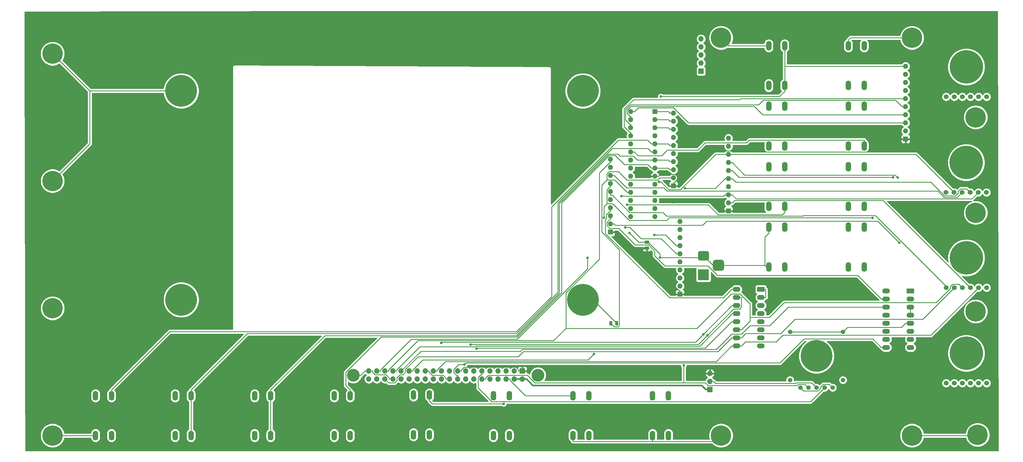
<source format=gtl>
G04 #@! TF.GenerationSoftware,KiCad,Pcbnew,6.0.0-rc1-unknown-e7fa02a~66~ubuntu18.04.1*
G04 #@! TF.CreationDate,2020-06-20T12:06:20-07:00
G04 #@! TF.ProjectId,fp2,6670322e-6b69-4636-9164-5f7063625858,rev?*
G04 #@! TF.SameCoordinates,Original*
G04 #@! TF.FileFunction,Copper,L1,Top*
G04 #@! TF.FilePolarity,Positive*
%FSLAX46Y46*%
G04 Gerber Fmt 4.6, Leading zero omitted, Abs format (unit mm)*
G04 Created by KiCad (PCBNEW 6.0.0-rc1-unknown-e7fa02a~66~ubuntu18.04.1) date Sat 20 Jun 2020 12:06:20 PM PDT*
%MOMM*%
%LPD*%
G04 APERTURE LIST*
%ADD10C,4.000000*%
%ADD11R,1.700000X1.700000*%
%ADD12O,1.700000X1.700000*%
%ADD13C,0.100000*%
%ADD14C,0.975000*%
%ADD15C,6.400000*%
%ADD16C,10.000000*%
%ADD17R,3.500000X3.500000*%
%ADD18C,3.000000*%
%ADD19C,3.500000*%
%ADD20R,1.600000X1.600000*%
%ADD21O,1.600000X1.600000*%
%ADD22O,1.727200X3.048000*%
%ADD23C,1.400000*%
%ADD24O,2.400000X1.600000*%
%ADD25R,2.400000X1.600000*%
%ADD26C,1.524000*%
%ADD27C,10.500000*%
%ADD28C,0.800000*%
%ADD29C,0.500000*%
%ADD30C,0.250000*%
%ADD31C,0.254000*%
G04 APERTURE END LIST*
D10*
X392492000Y-301064000D03*
D11*
X446532000Y-305562000D03*
D12*
X446532000Y-303022000D03*
X446532000Y-300482000D03*
D13*
G36*
X417511142Y-284035174D02*
G01*
X417534803Y-284038684D01*
X417558007Y-284044496D01*
X417580529Y-284052554D01*
X417602153Y-284062782D01*
X417622670Y-284075079D01*
X417641883Y-284089329D01*
X417659607Y-284105393D01*
X417675671Y-284123117D01*
X417689921Y-284142330D01*
X417702218Y-284162847D01*
X417712446Y-284184471D01*
X417720504Y-284206993D01*
X417726316Y-284230197D01*
X417729826Y-284253858D01*
X417731000Y-284277750D01*
X417731000Y-285190250D01*
X417729826Y-285214142D01*
X417726316Y-285237803D01*
X417720504Y-285261007D01*
X417712446Y-285283529D01*
X417702218Y-285305153D01*
X417689921Y-285325670D01*
X417675671Y-285344883D01*
X417659607Y-285362607D01*
X417641883Y-285378671D01*
X417622670Y-285392921D01*
X417602153Y-285405218D01*
X417580529Y-285415446D01*
X417558007Y-285423504D01*
X417534803Y-285429316D01*
X417511142Y-285432826D01*
X417487250Y-285434000D01*
X416999750Y-285434000D01*
X416975858Y-285432826D01*
X416952197Y-285429316D01*
X416928993Y-285423504D01*
X416906471Y-285415446D01*
X416884847Y-285405218D01*
X416864330Y-285392921D01*
X416845117Y-285378671D01*
X416827393Y-285362607D01*
X416811329Y-285344883D01*
X416797079Y-285325670D01*
X416784782Y-285305153D01*
X416774554Y-285283529D01*
X416766496Y-285261007D01*
X416760684Y-285237803D01*
X416757174Y-285214142D01*
X416756000Y-285190250D01*
X416756000Y-284277750D01*
X416757174Y-284253858D01*
X416760684Y-284230197D01*
X416766496Y-284206993D01*
X416774554Y-284184471D01*
X416784782Y-284162847D01*
X416797079Y-284142330D01*
X416811329Y-284123117D01*
X416827393Y-284105393D01*
X416845117Y-284089329D01*
X416864330Y-284075079D01*
X416884847Y-284062782D01*
X416906471Y-284052554D01*
X416928993Y-284044496D01*
X416952197Y-284038684D01*
X416975858Y-284035174D01*
X416999750Y-284034000D01*
X417487250Y-284034000D01*
X417511142Y-284035174D01*
X417511142Y-284035174D01*
G37*
D14*
X417243500Y-284734000D03*
D13*
G36*
X415636142Y-284035174D02*
G01*
X415659803Y-284038684D01*
X415683007Y-284044496D01*
X415705529Y-284052554D01*
X415727153Y-284062782D01*
X415747670Y-284075079D01*
X415766883Y-284089329D01*
X415784607Y-284105393D01*
X415800671Y-284123117D01*
X415814921Y-284142330D01*
X415827218Y-284162847D01*
X415837446Y-284184471D01*
X415845504Y-284206993D01*
X415851316Y-284230197D01*
X415854826Y-284253858D01*
X415856000Y-284277750D01*
X415856000Y-285190250D01*
X415854826Y-285214142D01*
X415851316Y-285237803D01*
X415845504Y-285261007D01*
X415837446Y-285283529D01*
X415827218Y-285305153D01*
X415814921Y-285325670D01*
X415800671Y-285344883D01*
X415784607Y-285362607D01*
X415766883Y-285378671D01*
X415747670Y-285392921D01*
X415727153Y-285405218D01*
X415705529Y-285415446D01*
X415683007Y-285423504D01*
X415659803Y-285429316D01*
X415636142Y-285432826D01*
X415612250Y-285434000D01*
X415124750Y-285434000D01*
X415100858Y-285432826D01*
X415077197Y-285429316D01*
X415053993Y-285423504D01*
X415031471Y-285415446D01*
X415009847Y-285405218D01*
X414989330Y-285392921D01*
X414970117Y-285378671D01*
X414952393Y-285362607D01*
X414936329Y-285344883D01*
X414922079Y-285325670D01*
X414909782Y-285305153D01*
X414899554Y-285283529D01*
X414891496Y-285261007D01*
X414885684Y-285237803D01*
X414882174Y-285214142D01*
X414881000Y-285190250D01*
X414881000Y-284277750D01*
X414882174Y-284253858D01*
X414885684Y-284230197D01*
X414891496Y-284206993D01*
X414899554Y-284184471D01*
X414909782Y-284162847D01*
X414922079Y-284142330D01*
X414936329Y-284123117D01*
X414952393Y-284105393D01*
X414970117Y-284089329D01*
X414989330Y-284075079D01*
X415009847Y-284062782D01*
X415031471Y-284052554D01*
X415053993Y-284044496D01*
X415077197Y-284038684D01*
X415100858Y-284035174D01*
X415124750Y-284034000D01*
X415612250Y-284034000D01*
X415636142Y-284035174D01*
X415636142Y-284035174D01*
G37*
D14*
X415368500Y-284734000D03*
D13*
G36*
X427200142Y-260625174D02*
G01*
X427223803Y-260628684D01*
X427247007Y-260634496D01*
X427269529Y-260642554D01*
X427291153Y-260652782D01*
X427311670Y-260665079D01*
X427330883Y-260679329D01*
X427348607Y-260695393D01*
X427364671Y-260713117D01*
X427378921Y-260732330D01*
X427391218Y-260752847D01*
X427401446Y-260774471D01*
X427409504Y-260796993D01*
X427415316Y-260820197D01*
X427418826Y-260843858D01*
X427420000Y-260867750D01*
X427420000Y-261355250D01*
X427418826Y-261379142D01*
X427415316Y-261402803D01*
X427409504Y-261426007D01*
X427401446Y-261448529D01*
X427391218Y-261470153D01*
X427378921Y-261490670D01*
X427364671Y-261509883D01*
X427348607Y-261527607D01*
X427330883Y-261543671D01*
X427311670Y-261557921D01*
X427291153Y-261570218D01*
X427269529Y-261580446D01*
X427247007Y-261588504D01*
X427223803Y-261594316D01*
X427200142Y-261597826D01*
X427176250Y-261599000D01*
X426263750Y-261599000D01*
X426239858Y-261597826D01*
X426216197Y-261594316D01*
X426192993Y-261588504D01*
X426170471Y-261580446D01*
X426148847Y-261570218D01*
X426128330Y-261557921D01*
X426109117Y-261543671D01*
X426091393Y-261527607D01*
X426075329Y-261509883D01*
X426061079Y-261490670D01*
X426048782Y-261470153D01*
X426038554Y-261448529D01*
X426030496Y-261426007D01*
X426024684Y-261402803D01*
X426021174Y-261379142D01*
X426020000Y-261355250D01*
X426020000Y-260867750D01*
X426021174Y-260843858D01*
X426024684Y-260820197D01*
X426030496Y-260796993D01*
X426038554Y-260774471D01*
X426048782Y-260752847D01*
X426061079Y-260732330D01*
X426075329Y-260713117D01*
X426091393Y-260695393D01*
X426109117Y-260679329D01*
X426128330Y-260665079D01*
X426148847Y-260652782D01*
X426170471Y-260642554D01*
X426192993Y-260634496D01*
X426216197Y-260628684D01*
X426239858Y-260625174D01*
X426263750Y-260624000D01*
X427176250Y-260624000D01*
X427200142Y-260625174D01*
X427200142Y-260625174D01*
G37*
D14*
X426720000Y-261111500D03*
D13*
G36*
X427200142Y-258750174D02*
G01*
X427223803Y-258753684D01*
X427247007Y-258759496D01*
X427269529Y-258767554D01*
X427291153Y-258777782D01*
X427311670Y-258790079D01*
X427330883Y-258804329D01*
X427348607Y-258820393D01*
X427364671Y-258838117D01*
X427378921Y-258857330D01*
X427391218Y-258877847D01*
X427401446Y-258899471D01*
X427409504Y-258921993D01*
X427415316Y-258945197D01*
X427418826Y-258968858D01*
X427420000Y-258992750D01*
X427420000Y-259480250D01*
X427418826Y-259504142D01*
X427415316Y-259527803D01*
X427409504Y-259551007D01*
X427401446Y-259573529D01*
X427391218Y-259595153D01*
X427378921Y-259615670D01*
X427364671Y-259634883D01*
X427348607Y-259652607D01*
X427330883Y-259668671D01*
X427311670Y-259682921D01*
X427291153Y-259695218D01*
X427269529Y-259705446D01*
X427247007Y-259713504D01*
X427223803Y-259719316D01*
X427200142Y-259722826D01*
X427176250Y-259724000D01*
X426263750Y-259724000D01*
X426239858Y-259722826D01*
X426216197Y-259719316D01*
X426192993Y-259713504D01*
X426170471Y-259705446D01*
X426148847Y-259695218D01*
X426128330Y-259682921D01*
X426109117Y-259668671D01*
X426091393Y-259652607D01*
X426075329Y-259634883D01*
X426061079Y-259615670D01*
X426048782Y-259595153D01*
X426038554Y-259573529D01*
X426030496Y-259551007D01*
X426024684Y-259527803D01*
X426021174Y-259504142D01*
X426020000Y-259480250D01*
X426020000Y-258992750D01*
X426021174Y-258968858D01*
X426024684Y-258945197D01*
X426030496Y-258921993D01*
X426038554Y-258899471D01*
X426048782Y-258877847D01*
X426061079Y-258857330D01*
X426075329Y-258838117D01*
X426091393Y-258820393D01*
X426109117Y-258804329D01*
X426128330Y-258790079D01*
X426148847Y-258777782D01*
X426170471Y-258767554D01*
X426192993Y-258759496D01*
X426216197Y-258753684D01*
X426239858Y-258750174D01*
X426263750Y-258749000D01*
X427176250Y-258749000D01*
X427200142Y-258750174D01*
X427200142Y-258750174D01*
G37*
D14*
X426720000Y-259236500D03*
D15*
X530000000Y-281000000D03*
X450000000Y-195000000D03*
X510000000Y-320000000D03*
X450000000Y-320000000D03*
X240000000Y-280000000D03*
X510000000Y-195000000D03*
X240000000Y-320000000D03*
X530000000Y-250000000D03*
D16*
X280400000Y-211675000D03*
X406600000Y-277325000D03*
D15*
X240000000Y-200000000D03*
X530000000Y-220000000D03*
D16*
X406600000Y-211675000D03*
D15*
X240000000Y-240000000D03*
D17*
X444500000Y-269494000D03*
D13*
G36*
X445573513Y-261997611D02*
G01*
X445646318Y-262008411D01*
X445717714Y-262026295D01*
X445787013Y-262051090D01*
X445853548Y-262082559D01*
X445916678Y-262120398D01*
X445975795Y-262164242D01*
X446030330Y-262213670D01*
X446079758Y-262268205D01*
X446123602Y-262327322D01*
X446161441Y-262390452D01*
X446192910Y-262456987D01*
X446217705Y-262526286D01*
X446235589Y-262597682D01*
X446246389Y-262670487D01*
X446250000Y-262744000D01*
X446250000Y-264244000D01*
X446246389Y-264317513D01*
X446235589Y-264390318D01*
X446217705Y-264461714D01*
X446192910Y-264531013D01*
X446161441Y-264597548D01*
X446123602Y-264660678D01*
X446079758Y-264719795D01*
X446030330Y-264774330D01*
X445975795Y-264823758D01*
X445916678Y-264867602D01*
X445853548Y-264905441D01*
X445787013Y-264936910D01*
X445717714Y-264961705D01*
X445646318Y-264979589D01*
X445573513Y-264990389D01*
X445500000Y-264994000D01*
X443500000Y-264994000D01*
X443426487Y-264990389D01*
X443353682Y-264979589D01*
X443282286Y-264961705D01*
X443212987Y-264936910D01*
X443146452Y-264905441D01*
X443083322Y-264867602D01*
X443024205Y-264823758D01*
X442969670Y-264774330D01*
X442920242Y-264719795D01*
X442876398Y-264660678D01*
X442838559Y-264597548D01*
X442807090Y-264531013D01*
X442782295Y-264461714D01*
X442764411Y-264390318D01*
X442753611Y-264317513D01*
X442750000Y-264244000D01*
X442750000Y-262744000D01*
X442753611Y-262670487D01*
X442764411Y-262597682D01*
X442782295Y-262526286D01*
X442807090Y-262456987D01*
X442838559Y-262390452D01*
X442876398Y-262327322D01*
X442920242Y-262268205D01*
X442969670Y-262213670D01*
X443024205Y-262164242D01*
X443083322Y-262120398D01*
X443146452Y-262082559D01*
X443212987Y-262051090D01*
X443282286Y-262026295D01*
X443353682Y-262008411D01*
X443426487Y-261997611D01*
X443500000Y-261994000D01*
X445500000Y-261994000D01*
X445573513Y-261997611D01*
X445573513Y-261997611D01*
G37*
D18*
X444500000Y-263494000D03*
D13*
G36*
X450160765Y-264748213D02*
G01*
X450245704Y-264760813D01*
X450328999Y-264781677D01*
X450409848Y-264810605D01*
X450487472Y-264847319D01*
X450561124Y-264891464D01*
X450630094Y-264942616D01*
X450693718Y-265000282D01*
X450751384Y-265063906D01*
X450802536Y-265132876D01*
X450846681Y-265206528D01*
X450883395Y-265284152D01*
X450912323Y-265365001D01*
X450933187Y-265448296D01*
X450945787Y-265533235D01*
X450950000Y-265619000D01*
X450950000Y-267369000D01*
X450945787Y-267454765D01*
X450933187Y-267539704D01*
X450912323Y-267622999D01*
X450883395Y-267703848D01*
X450846681Y-267781472D01*
X450802536Y-267855124D01*
X450751384Y-267924094D01*
X450693718Y-267987718D01*
X450630094Y-268045384D01*
X450561124Y-268096536D01*
X450487472Y-268140681D01*
X450409848Y-268177395D01*
X450328999Y-268206323D01*
X450245704Y-268227187D01*
X450160765Y-268239787D01*
X450075000Y-268244000D01*
X448325000Y-268244000D01*
X448239235Y-268239787D01*
X448154296Y-268227187D01*
X448071001Y-268206323D01*
X447990152Y-268177395D01*
X447912528Y-268140681D01*
X447838876Y-268096536D01*
X447769906Y-268045384D01*
X447706282Y-267987718D01*
X447648616Y-267924094D01*
X447597464Y-267855124D01*
X447553319Y-267781472D01*
X447516605Y-267703848D01*
X447487677Y-267622999D01*
X447466813Y-267539704D01*
X447454213Y-267454765D01*
X447450000Y-267369000D01*
X447450000Y-265619000D01*
X447454213Y-265533235D01*
X447466813Y-265448296D01*
X447487677Y-265365001D01*
X447516605Y-265284152D01*
X447553319Y-265206528D01*
X447597464Y-265132876D01*
X447648616Y-265063906D01*
X447706282Y-265000282D01*
X447769906Y-264942616D01*
X447838876Y-264891464D01*
X447912528Y-264847319D01*
X447990152Y-264810605D01*
X448071001Y-264781677D01*
X448154296Y-264760813D01*
X448239235Y-264748213D01*
X448325000Y-264744000D01*
X450075000Y-264744000D01*
X450160765Y-264748213D01*
X450160765Y-264748213D01*
G37*
D19*
X449200000Y-266494000D03*
D11*
X387604000Y-299720000D03*
D12*
X387604000Y-302260000D03*
X385064000Y-299720000D03*
X385064000Y-302260000D03*
X382524000Y-299720000D03*
X382524000Y-302260000D03*
X379984000Y-299720000D03*
X379984000Y-302260000D03*
X377444000Y-299720000D03*
X377444000Y-302260000D03*
X374904000Y-299720000D03*
X374904000Y-302260000D03*
X372364000Y-299720000D03*
X372364000Y-302260000D03*
X369824000Y-299720000D03*
X369824000Y-302260000D03*
X367284000Y-299720000D03*
X367284000Y-302260000D03*
X364744000Y-299720000D03*
X364744000Y-302260000D03*
X362204000Y-299720000D03*
X362204000Y-302260000D03*
X359664000Y-299720000D03*
X359664000Y-302260000D03*
X357124000Y-299720000D03*
X357124000Y-302260000D03*
X354584000Y-299720000D03*
X354584000Y-302260000D03*
X352044000Y-299720000D03*
X352044000Y-302260000D03*
X349504000Y-299720000D03*
X349504000Y-302260000D03*
X346964000Y-299720000D03*
X346964000Y-302260000D03*
X344424000Y-299720000D03*
X344424000Y-302260000D03*
X341884000Y-299720000D03*
X341884000Y-302260000D03*
X339344000Y-299720000D03*
X339344000Y-302260000D03*
D20*
X435102000Y-241554000D03*
D21*
X435102000Y-239014000D03*
X435102000Y-236474000D03*
X435102000Y-233934000D03*
X435102000Y-231394000D03*
X435102000Y-228854000D03*
X435102000Y-226314000D03*
X435102000Y-223774000D03*
X435102000Y-221234000D03*
X435102000Y-218694000D03*
D20*
X437134000Y-275590000D03*
D21*
X437134000Y-273050000D03*
X437134000Y-270510000D03*
X437134000Y-267970000D03*
X437134000Y-265430000D03*
X437134000Y-262890000D03*
X437134000Y-260350000D03*
X437134000Y-257810000D03*
X437134000Y-255270000D03*
X437134000Y-252730000D03*
X508000000Y-203962000D03*
X508000000Y-206502000D03*
X508000000Y-209042000D03*
X508000000Y-211582000D03*
X508000000Y-214122000D03*
X508000000Y-216662000D03*
X508000000Y-219202000D03*
X508000000Y-221742000D03*
X508000000Y-224282000D03*
D20*
X508000000Y-226822000D03*
X452374000Y-249428000D03*
D21*
X452374000Y-246888000D03*
X452374000Y-244348000D03*
X452374000Y-241808000D03*
X452374000Y-239268000D03*
X452374000Y-236728000D03*
X452374000Y-234188000D03*
X452374000Y-231648000D03*
X452374000Y-229108000D03*
X452374000Y-226568000D03*
X415290000Y-233172000D03*
X415290000Y-235712000D03*
X415290000Y-238252000D03*
X415290000Y-240792000D03*
X415290000Y-243332000D03*
X415290000Y-245872000D03*
X415290000Y-248412000D03*
X415290000Y-250952000D03*
X415290000Y-253492000D03*
D20*
X415290000Y-256032000D03*
D22*
X328500000Y-307500000D03*
X333500000Y-307500000D03*
X328500000Y-320000000D03*
X333500000Y-320000000D03*
X308500000Y-320000000D03*
X303500000Y-320000000D03*
X308500000Y-307500000D03*
X303500000Y-307500000D03*
X278500000Y-307500000D03*
X283500000Y-307500000D03*
X278500000Y-320000000D03*
X283500000Y-320000000D03*
X258500000Y-320000000D03*
X253500000Y-320000000D03*
X258500000Y-307500000D03*
X253500000Y-307500000D03*
X465000000Y-235500000D03*
X470000000Y-235500000D03*
X465000000Y-248000000D03*
X470000000Y-248000000D03*
X495000000Y-229000000D03*
X490000000Y-229000000D03*
X495000000Y-216500000D03*
X490000000Y-216500000D03*
X490000000Y-197500000D03*
X495000000Y-197500000D03*
X490000000Y-210000000D03*
X495000000Y-210000000D03*
X470000000Y-210000000D03*
X465000000Y-210000000D03*
X470000000Y-197500000D03*
X465000000Y-197500000D03*
X495000000Y-267000000D03*
X490000000Y-267000000D03*
X495000000Y-254500000D03*
X490000000Y-254500000D03*
X465000000Y-254500000D03*
X470000000Y-254500000D03*
X465000000Y-267000000D03*
X470000000Y-267000000D03*
X465000000Y-216500000D03*
X470000000Y-216500000D03*
X465000000Y-229000000D03*
X470000000Y-229000000D03*
X495000000Y-248000000D03*
X490000000Y-248000000D03*
X495000000Y-235500000D03*
X490000000Y-235500000D03*
X353404000Y-307246000D03*
X358404000Y-307246000D03*
X353404000Y-319746000D03*
X358404000Y-319746000D03*
X383500000Y-320000000D03*
X378500000Y-320000000D03*
X383500000Y-307500000D03*
X378500000Y-307500000D03*
X403500000Y-307500000D03*
X408500000Y-307500000D03*
X403500000Y-320000000D03*
X408500000Y-320000000D03*
X433500000Y-320000000D03*
X428500000Y-320000000D03*
X433500000Y-307500000D03*
X428500000Y-307500000D03*
D20*
X429260000Y-218186000D03*
D21*
X421640000Y-251206000D03*
X429260000Y-220726000D03*
X421640000Y-248666000D03*
X429260000Y-223266000D03*
X421640000Y-246126000D03*
X429260000Y-225806000D03*
X421640000Y-243586000D03*
X429260000Y-228346000D03*
X421640000Y-241046000D03*
X429260000Y-230886000D03*
X421640000Y-238506000D03*
X429260000Y-233426000D03*
X421640000Y-235966000D03*
X429260000Y-235966000D03*
X421640000Y-233426000D03*
X429260000Y-238506000D03*
X421640000Y-230886000D03*
X429260000Y-241046000D03*
X421640000Y-228346000D03*
X429260000Y-243586000D03*
X421640000Y-225806000D03*
X429260000Y-246126000D03*
X421640000Y-223266000D03*
X429260000Y-248666000D03*
X421640000Y-220726000D03*
X429260000Y-251206000D03*
X421640000Y-218186000D03*
D10*
X334492000Y-301064000D03*
D16*
X480000000Y-295000000D03*
D23*
X471690000Y-302560000D03*
X488310000Y-302560000D03*
X488310000Y-287440000D03*
X471690000Y-287440000D03*
X480000000Y-304960000D03*
X482540000Y-304960000D03*
X485080000Y-304960000D03*
X477460000Y-304960000D03*
X474920000Y-304960000D03*
D11*
X443738000Y-205486000D03*
D12*
X443738000Y-202946000D03*
X443738000Y-200406000D03*
X443738000Y-197866000D03*
X443738000Y-195326000D03*
D15*
X530606000Y-319786000D03*
D16*
X280400000Y-277325000D03*
D24*
X501904000Y-274574000D03*
X509524000Y-292354000D03*
X501904000Y-277114000D03*
X509524000Y-289814000D03*
X501904000Y-279654000D03*
X509524000Y-287274000D03*
X501904000Y-282194000D03*
X509524000Y-284734000D03*
X501904000Y-284734000D03*
X509524000Y-282194000D03*
X501904000Y-287274000D03*
X509524000Y-279654000D03*
X501904000Y-289814000D03*
X509524000Y-277114000D03*
X501904000Y-292354000D03*
D25*
X509524000Y-274574000D03*
X462534000Y-274066000D03*
D24*
X454914000Y-291846000D03*
X462534000Y-276606000D03*
X454914000Y-289306000D03*
X462534000Y-279146000D03*
X454914000Y-286766000D03*
X462534000Y-281686000D03*
X454914000Y-284226000D03*
X462534000Y-284226000D03*
X454914000Y-281686000D03*
X462534000Y-286766000D03*
X454914000Y-279146000D03*
X462534000Y-289306000D03*
X454914000Y-276606000D03*
X462534000Y-291846000D03*
X454914000Y-274066000D03*
D26*
X533430000Y-213540000D03*
X530890000Y-213540000D03*
X528350000Y-213540000D03*
X525810000Y-213540000D03*
X523270000Y-213540000D03*
X520730000Y-213540000D03*
D27*
X527080000Y-204150000D03*
X527050000Y-234196000D03*
D26*
X520700000Y-243586000D03*
X523240000Y-243586000D03*
X525780000Y-243586000D03*
X528320000Y-243586000D03*
X530860000Y-243586000D03*
X533400000Y-243586000D03*
X533430000Y-273540000D03*
X530890000Y-273540000D03*
X528350000Y-273540000D03*
X525810000Y-273540000D03*
X523270000Y-273540000D03*
X520730000Y-273540000D03*
D27*
X527080000Y-264150000D03*
X527080000Y-294150000D03*
D26*
X520730000Y-303540000D03*
X523270000Y-303540000D03*
X525810000Y-303540000D03*
X528350000Y-303540000D03*
X530890000Y-303540000D03*
X533430000Y-303540000D03*
D28*
X430823200Y-264076700D03*
X421268900Y-256331800D03*
X435071000Y-246692000D03*
X421863500Y-260928500D03*
X410067800Y-294396300D03*
X505479300Y-238950700D03*
X504067600Y-238870200D03*
X497630000Y-251630200D03*
X413267300Y-251506900D03*
X408043100Y-264122600D03*
X430499500Y-240304400D03*
X506004300Y-259393600D03*
X438685900Y-242270900D03*
X418695800Y-244755600D03*
X373215300Y-292648200D03*
X362073600Y-290883600D03*
X444441000Y-288169900D03*
X369356700Y-297704400D03*
X371326800Y-291400900D03*
X445741000Y-288497800D03*
X429064500Y-256924600D03*
X419949800Y-254600700D03*
X438273300Y-297918900D03*
X381712200Y-310003900D03*
X431071800Y-213465900D03*
X420546000Y-247510400D03*
D29*
X446532000Y-305562000D02*
X445231700Y-305562000D01*
X387604000Y-302260000D02*
X388904300Y-302260000D01*
X388904300Y-302260000D02*
X390906000Y-304261700D01*
X390906000Y-304261700D02*
X443931400Y-304261700D01*
X443931400Y-304261700D02*
X445231700Y-305562000D01*
X385064000Y-302260000D02*
X387604000Y-302260000D01*
D30*
X430823200Y-264076700D02*
X430823200Y-262951100D01*
X430823200Y-262951100D02*
X427108600Y-259236500D01*
X427108600Y-259236500D02*
X426720000Y-259236500D01*
X430823200Y-264076700D02*
X443917300Y-264076700D01*
X443917300Y-264076700D02*
X444500000Y-263494000D01*
X449200000Y-266494000D02*
X447500000Y-266494000D01*
X447500000Y-266494000D02*
X444500000Y-263494000D01*
X463753900Y-266494000D02*
X449200000Y-266494000D01*
X474920000Y-304960000D02*
X475952100Y-305992100D01*
X475952100Y-305992100D02*
X480456100Y-305992100D01*
X480456100Y-305992100D02*
X481270100Y-305178100D01*
X481270100Y-305178100D02*
X481270100Y-304775100D01*
X481270100Y-304775100D02*
X482142500Y-303902700D01*
X482142500Y-303902700D02*
X484022700Y-303902700D01*
X484022700Y-303902700D02*
X485080000Y-304960000D01*
X509524000Y-284734000D02*
X507998700Y-284734000D01*
X507998700Y-284734000D02*
X506728700Y-286004000D01*
X506728700Y-286004000D02*
X489746000Y-286004000D01*
X489746000Y-286004000D02*
X488310000Y-287440000D01*
X382524000Y-302260000D02*
X383699300Y-302260000D01*
X403500000Y-307500000D02*
X388572000Y-307500000D01*
X388572000Y-307500000D02*
X383699300Y-302627300D01*
X383699300Y-302627300D02*
X383699300Y-302260000D01*
X426720000Y-259236500D02*
X424173600Y-259236500D01*
X424173600Y-259236500D02*
X421268900Y-256331800D01*
X406600000Y-277325000D02*
X409834500Y-277325000D01*
X409834500Y-277325000D02*
X417243500Y-284734000D01*
X462534000Y-276606000D02*
X464059300Y-276606000D01*
X462534000Y-274066000D02*
X464059300Y-274066000D01*
X464059300Y-276606000D02*
X464059300Y-274066000D01*
X465000000Y-254500000D02*
X465000000Y-256349300D01*
X463753900Y-266494000D02*
X463753900Y-257595400D01*
X463753900Y-257595400D02*
X465000000Y-256349300D01*
X465000000Y-267000000D02*
X464259900Y-267000000D01*
X464259900Y-267000000D02*
X463753900Y-266494000D01*
X251675000Y-211675000D02*
X240000000Y-200000000D01*
X280400000Y-211675000D02*
X251675000Y-211675000D01*
X240000000Y-240000000D02*
X251675000Y-228325000D01*
X251675000Y-228325000D02*
X251675000Y-211675000D01*
X339344000Y-299720000D02*
X338168700Y-299720000D01*
X334492000Y-301064000D02*
X336824700Y-301064000D01*
X336824700Y-301064000D02*
X338168700Y-299720000D01*
X339344000Y-299720000D02*
X340519300Y-299720000D01*
X346964000Y-302260000D02*
X345788700Y-302260000D01*
X345788700Y-302260000D02*
X345788700Y-301892600D01*
X345788700Y-301892600D02*
X344791400Y-300895300D01*
X344791400Y-300895300D02*
X341327200Y-300895300D01*
X341327200Y-300895300D02*
X340519300Y-300087400D01*
X340519300Y-300087400D02*
X340519300Y-299720000D01*
X364744000Y-302260000D02*
X363568700Y-302260000D01*
X357124000Y-299720000D02*
X358299300Y-299720000D01*
X358299300Y-299720000D02*
X358299300Y-300087400D01*
X358299300Y-300087400D02*
X359296600Y-301084700D01*
X359296600Y-301084700D02*
X362760800Y-301084700D01*
X362760800Y-301084700D02*
X363568700Y-301892600D01*
X363568700Y-301892600D02*
X363568700Y-302260000D01*
X510000000Y-320000000D02*
X530392000Y-320000000D01*
X530392000Y-320000000D02*
X530606000Y-319786000D01*
X403500000Y-320000000D02*
X403500000Y-321849300D01*
X428500000Y-321849300D02*
X403500000Y-321849300D01*
X428500000Y-321736700D02*
X428500000Y-321849300D01*
X428500000Y-320000000D02*
X428500000Y-321736700D01*
X490000000Y-197500000D02*
X490000000Y-195650700D01*
X510000000Y-195000000D02*
X490650700Y-195000000D01*
X490650700Y-195000000D02*
X490000000Y-195650700D01*
X253500000Y-320000000D02*
X240000000Y-320000000D01*
X465000000Y-197500000D02*
X452500000Y-197500000D01*
X452500000Y-197500000D02*
X450000000Y-195000000D01*
X428500000Y-321849300D02*
X448150700Y-321849300D01*
X448150700Y-321849300D02*
X450000000Y-320000000D01*
X488310000Y-287440000D02*
X471690000Y-287440000D01*
X509524000Y-279654000D02*
X509524000Y-282194000D01*
X433976700Y-239014000D02*
X430764200Y-239014000D01*
X430764200Y-239014000D02*
X430098800Y-239679400D01*
X430098800Y-239679400D02*
X420382700Y-239679400D01*
X420382700Y-239679400D02*
X417781700Y-237078400D01*
X417781700Y-237078400D02*
X414808100Y-237078400D01*
X414808100Y-237078400D02*
X414129200Y-237757300D01*
X414129200Y-237757300D02*
X414129200Y-239616400D01*
X414129200Y-239616400D02*
X414164800Y-239652000D01*
X414164800Y-239652000D02*
X412540700Y-241276100D01*
X412540700Y-241276100D02*
X412540700Y-256018500D01*
X412540700Y-256018500D02*
X418088000Y-261565800D01*
X418088000Y-261565800D02*
X418088000Y-285424300D01*
X418088000Y-285424300D02*
X417717700Y-285794600D01*
X417717700Y-285794600D02*
X416429100Y-285794600D01*
X416429100Y-285794600D02*
X415368500Y-284734000D01*
X420514700Y-243586000D02*
X416580700Y-239652000D01*
X416580700Y-239652000D02*
X414164800Y-239652000D01*
X435102000Y-239014000D02*
X433976700Y-239014000D01*
X421640000Y-243586000D02*
X420514700Y-243586000D01*
X451248700Y-249428000D02*
X448512700Y-246692000D01*
X448512700Y-246692000D02*
X435071000Y-246692000D01*
X452374000Y-249428000D02*
X451248700Y-249428000D01*
X367284000Y-299720000D02*
X368459300Y-299720000D01*
X387604000Y-299720000D02*
X386428700Y-299720000D01*
X386428700Y-299720000D02*
X386428700Y-299352700D01*
X386428700Y-299352700D02*
X385620700Y-298544700D01*
X385620700Y-298544700D02*
X369267200Y-298544700D01*
X369267200Y-298544700D02*
X368459300Y-299352600D01*
X368459300Y-299352600D02*
X368459300Y-299720000D01*
X436227300Y-238547500D02*
X436227300Y-239484700D01*
X436227300Y-239484700D02*
X435283300Y-240428700D01*
X435283300Y-240428700D02*
X435102000Y-240428700D01*
X430385300Y-238506000D02*
X431007100Y-237884200D01*
X431007100Y-237884200D02*
X435564000Y-237884200D01*
X435564000Y-237884200D02*
X436227300Y-238547500D01*
X436227300Y-238547500D02*
X444254300Y-230520500D01*
X444254300Y-230520500D02*
X453170500Y-230520500D01*
X453170500Y-230520500D02*
X453563400Y-230913400D01*
X453563400Y-230913400D02*
X502783300Y-230913400D01*
X502783300Y-230913400D02*
X506874700Y-226822000D01*
X508000000Y-226822000D02*
X506874700Y-226822000D01*
X435102000Y-241554000D02*
X435102000Y-240428700D01*
X429260000Y-238506000D02*
X430385300Y-238506000D01*
X415290000Y-256032000D02*
X416415300Y-256032000D01*
X416415300Y-256032000D02*
X421311800Y-260928500D01*
X421311800Y-260928500D02*
X421863500Y-260928500D01*
X426720000Y-261111500D02*
X426537000Y-260928500D01*
X426537000Y-260928500D02*
X421863500Y-260928500D01*
X426720000Y-261111500D02*
X426720000Y-264296300D01*
X426720000Y-264296300D02*
X436888400Y-274464700D01*
X436888400Y-274464700D02*
X437134000Y-274464700D01*
X437134000Y-275590000D02*
X437134000Y-274464700D01*
X352044000Y-299720000D02*
X353219300Y-299720000D01*
X410067800Y-294396300D02*
X408195900Y-296268200D01*
X408195900Y-296268200D02*
X356303800Y-296268200D01*
X356303800Y-296268200D02*
X353219300Y-299352700D01*
X353219300Y-299352700D02*
X353219300Y-299720000D01*
X453499300Y-234188000D02*
X457434200Y-238122900D01*
X457434200Y-238122900D02*
X504651500Y-238122900D01*
X504651500Y-238122900D02*
X505479300Y-238950700D01*
X452374000Y-234188000D02*
X453499300Y-234188000D01*
X452374000Y-236728000D02*
X453499300Y-236728000D01*
X504067600Y-238870200D02*
X455641500Y-238870200D01*
X455641500Y-238870200D02*
X453499300Y-236728000D01*
X501904000Y-279654000D02*
X471106400Y-279654000D01*
X471106400Y-279654000D02*
X465264400Y-285496000D01*
X465264400Y-285496000D02*
X459119300Y-285496000D01*
X459119300Y-285496000D02*
X456505400Y-288109900D01*
X456505400Y-288109900D02*
X453388600Y-288109900D01*
X453388600Y-288109900D02*
X448521900Y-292976600D01*
X448521900Y-292976600D02*
X387611400Y-292976600D01*
X387611400Y-292976600D02*
X387064300Y-293523700D01*
X387064300Y-293523700D02*
X355700300Y-293523700D01*
X355700300Y-293523700D02*
X349504000Y-299720000D01*
X414164800Y-247142000D02*
X413267300Y-248039500D01*
X413267300Y-248039500D02*
X413267300Y-251506900D01*
X414164800Y-247142000D02*
X414164600Y-247141800D01*
X414164600Y-247141800D02*
X414164600Y-242761400D01*
X414164600Y-242761400D02*
X415008700Y-241917300D01*
X415008700Y-241917300D02*
X415290000Y-241917300D01*
X497630000Y-251630200D02*
X497555600Y-251555800D01*
X497555600Y-251555800D02*
X433740400Y-251555800D01*
X433740400Y-251555800D02*
X432957200Y-252339000D01*
X432957200Y-252339000D02*
X421172300Y-252339000D01*
X421172300Y-252339000D02*
X415975300Y-247142000D01*
X415975300Y-247142000D02*
X414164800Y-247142000D01*
X415290000Y-240792000D02*
X415290000Y-241917300D01*
X415290000Y-250952000D02*
X415290000Y-252077300D01*
X501904000Y-277114000D02*
X500378700Y-277114000D01*
X500378700Y-277114000D02*
X492887700Y-269623000D01*
X492887700Y-269623000D02*
X448853000Y-269623000D01*
X448853000Y-269623000D02*
X445930000Y-266700000D01*
X445930000Y-266700000D02*
X432396400Y-266700000D01*
X432396400Y-266700000D02*
X429166700Y-263470300D01*
X429166700Y-263470300D02*
X429166700Y-262006500D01*
X429166700Y-262006500D02*
X427242700Y-260082500D01*
X427242700Y-260082500D02*
X423036400Y-260082500D01*
X423036400Y-260082500D02*
X417860500Y-254906600D01*
X417860500Y-254906600D02*
X415030000Y-254906600D01*
X415030000Y-254906600D02*
X414140900Y-254017500D01*
X414140900Y-254017500D02*
X414140900Y-252949500D01*
X414140900Y-252949500D02*
X415013100Y-252077300D01*
X415013100Y-252077300D02*
X415290000Y-252077300D01*
X343059300Y-299720000D02*
X343059300Y-299352700D01*
X343059300Y-299352700D02*
X352704100Y-289707900D01*
X352704100Y-289707900D02*
X385954200Y-289707900D01*
X385954200Y-289707900D02*
X408043100Y-267619000D01*
X408043100Y-267619000D02*
X408043100Y-264122600D01*
X341884000Y-299720000D02*
X343059300Y-299720000D01*
X416415300Y-238252000D02*
X420334600Y-242171300D01*
X420334600Y-242171300D02*
X432048100Y-242171300D01*
X432048100Y-242171300D02*
X433032000Y-243155200D01*
X433032000Y-243155200D02*
X518089000Y-243155200D01*
X518089000Y-243155200D02*
X520081000Y-245147200D01*
X520081000Y-245147200D02*
X524218800Y-245147200D01*
X524218800Y-245147200D02*
X525780000Y-243586000D01*
X415290000Y-238252000D02*
X416415300Y-238252000D01*
X452374000Y-231648000D02*
X448283100Y-231648000D01*
X448283100Y-231648000D02*
X437246300Y-242684800D01*
X437246300Y-242684800D02*
X433516900Y-242684800D01*
X433516900Y-242684800D02*
X431136500Y-240304400D01*
X431136500Y-240304400D02*
X430499500Y-240304400D01*
X452374000Y-231648000D02*
X453499300Y-231648000D01*
X523240000Y-243586000D02*
X511302000Y-231648000D01*
X511302000Y-231648000D02*
X453499300Y-231648000D01*
X416415300Y-253492000D02*
X416798600Y-253875300D01*
X416798600Y-253875300D02*
X444232000Y-253875300D01*
X444232000Y-253875300D02*
X445500500Y-252606800D01*
X445500500Y-252606800D02*
X499217500Y-252606800D01*
X499217500Y-252606800D02*
X506004300Y-259393600D01*
X415290000Y-253492000D02*
X416415300Y-253492000D01*
X451248700Y-239268000D02*
X448245800Y-242270900D01*
X448245800Y-242270900D02*
X438685900Y-242270900D01*
X452374000Y-239268000D02*
X453499300Y-239268000D01*
X528320000Y-243586000D02*
X527197600Y-242463600D01*
X527197600Y-242463600D02*
X525298300Y-242463600D01*
X525298300Y-242463600D02*
X524510000Y-243251900D01*
X524510000Y-243251900D02*
X524510000Y-243858100D01*
X524510000Y-243858100D02*
X523671200Y-244696900D01*
X523671200Y-244696900D02*
X520267600Y-244696900D01*
X520267600Y-244696900D02*
X515964000Y-240393300D01*
X515964000Y-240393300D02*
X454624600Y-240393300D01*
X454624600Y-240393300D02*
X453499300Y-239268000D01*
X452374000Y-239268000D02*
X451248700Y-239268000D01*
X453499300Y-244348000D02*
X454748800Y-245597500D01*
X454748800Y-245597500D02*
X528848500Y-245597500D01*
X528848500Y-245597500D02*
X530860000Y-243586000D01*
X452374000Y-244348000D02*
X453499300Y-244348000D01*
X452374000Y-244348000D02*
X451248700Y-244348000D01*
X451248700Y-244348000D02*
X450841100Y-244755600D01*
X450841100Y-244755600D02*
X418695800Y-244755600D01*
X345599300Y-299720000D02*
X345599300Y-299352700D01*
X345599300Y-299352700D02*
X354793800Y-290158200D01*
X354793800Y-290158200D02*
X397385900Y-290158200D01*
X397385900Y-290158200D02*
X401254700Y-286289400D01*
X415290000Y-234297300D02*
X415008700Y-234297300D01*
X415008700Y-234297300D02*
X411789600Y-237516400D01*
X411789600Y-237516400D02*
X411789600Y-264589100D01*
X411789600Y-264589100D02*
X401254700Y-275124000D01*
X401254700Y-275124000D02*
X401254700Y-286289400D01*
X459134200Y-282871300D02*
X459134200Y-278638800D01*
X459134200Y-278638800D02*
X455971300Y-275475900D01*
X455971300Y-275475900D02*
X453248700Y-275475900D01*
X453248700Y-275475900D02*
X442435200Y-286289400D01*
X442435200Y-286289400D02*
X401254700Y-286289400D01*
X456439300Y-286766000D02*
X459134200Y-284071100D01*
X459134200Y-284071100D02*
X459134200Y-282871300D01*
X344424000Y-299720000D02*
X345599300Y-299720000D01*
X459134200Y-282871300D02*
X465227000Y-282871300D01*
X465227000Y-282871300D02*
X469858900Y-278239400D01*
X469858900Y-278239400D02*
X517579300Y-278239400D01*
X517579300Y-278239400D02*
X522000000Y-273818700D01*
X522000000Y-273818700D02*
X522000000Y-273228000D01*
X522000000Y-273228000D02*
X522795400Y-272432600D01*
X522795400Y-272432600D02*
X524702600Y-272432600D01*
X524702600Y-272432600D02*
X525810000Y-273540000D01*
X415290000Y-233172000D02*
X415290000Y-234297300D01*
X454914000Y-286766000D02*
X456439300Y-286766000D01*
X344424000Y-302260000D02*
X345624000Y-303460000D01*
X345624000Y-303460000D02*
X347432400Y-303460000D01*
X347432400Y-303460000D02*
X348234000Y-302658400D01*
X348234000Y-302658400D02*
X348234000Y-301815600D01*
X348234000Y-301815600D02*
X349154300Y-300895300D01*
X349154300Y-300895300D02*
X350058700Y-300895300D01*
X350058700Y-300895300D02*
X350868700Y-300085300D01*
X350868700Y-300085300D02*
X350868700Y-299232800D01*
X350868700Y-299232800D02*
X354869000Y-295232500D01*
X354869000Y-295232500D02*
X386313900Y-295232500D01*
X386313900Y-295232500D02*
X387928000Y-293618400D01*
X387928000Y-293618400D02*
X449076300Y-293618400D01*
X449076300Y-293618400D02*
X453388700Y-289306000D01*
X456439300Y-289306000D02*
X457775200Y-287970100D01*
X457775200Y-287970100D02*
X468739100Y-287970100D01*
X468739100Y-287970100D02*
X473276400Y-283432800D01*
X473276400Y-283432800D02*
X513377200Y-283432800D01*
X513377200Y-283432800D02*
X523270000Y-273540000D01*
X454914000Y-289306000D02*
X456439300Y-289306000D01*
X454914000Y-289306000D02*
X453388700Y-289306000D01*
X415290000Y-243332000D02*
X415290000Y-244457300D01*
X520730000Y-273540000D02*
X520730000Y-273089700D01*
X520730000Y-273089700D02*
X498522000Y-250881700D01*
X498522000Y-250881700D02*
X475854800Y-250881700D01*
X475854800Y-250881700D02*
X475687000Y-251049500D01*
X475687000Y-251049500D02*
X432877300Y-251049500D01*
X432877300Y-251049500D02*
X431763800Y-249936000D01*
X431763800Y-249936000D02*
X421302700Y-249936000D01*
X421302700Y-249936000D02*
X415824000Y-244457300D01*
X415824000Y-244457300D02*
X415290000Y-244457300D01*
X454914000Y-284226000D02*
X453388700Y-284226000D01*
X453388700Y-284226000D02*
X445091400Y-292523300D01*
X445091400Y-292523300D02*
X373340200Y-292523300D01*
X373340200Y-292523300D02*
X373215300Y-292648200D01*
X452374000Y-246888000D02*
X453499300Y-246888000D01*
X528350000Y-273540000D02*
X500929700Y-246119700D01*
X500929700Y-246119700D02*
X454267600Y-246119700D01*
X454267600Y-246119700D02*
X453499300Y-246888000D01*
X360839300Y-299720000D02*
X360839300Y-299352700D01*
X360839300Y-299352700D02*
X363473400Y-296718600D01*
X363473400Y-296718600D02*
X448516100Y-296718600D01*
X448516100Y-296718600D02*
X453388700Y-291846000D01*
X454914000Y-291846000D02*
X456439300Y-291846000D01*
X530890000Y-273540000D02*
X515964600Y-288465400D01*
X515964600Y-288465400D02*
X469447900Y-288465400D01*
X469447900Y-288465400D02*
X467337300Y-290576000D01*
X467337300Y-290576000D02*
X457709300Y-290576000D01*
X457709300Y-290576000D02*
X456439300Y-291846000D01*
X359664000Y-299720000D02*
X360839300Y-299720000D01*
X454914000Y-291846000D02*
X453388700Y-291846000D01*
X348139300Y-299720000D02*
X348139300Y-299381500D01*
X348139300Y-299381500D02*
X355394600Y-292126200D01*
X355394600Y-292126200D02*
X372711600Y-292126200D01*
X372711600Y-292126200D02*
X372914900Y-291922900D01*
X372914900Y-291922900D02*
X443342500Y-291922900D01*
X443342500Y-291922900D02*
X453388700Y-281876700D01*
X453388700Y-281876700D02*
X453388700Y-281686000D01*
X346964000Y-299720000D02*
X348139300Y-299720000D01*
X454914000Y-281686000D02*
X453388700Y-281686000D01*
X444441000Y-288169900D02*
X442002400Y-290608500D01*
X442002400Y-290608500D02*
X362348700Y-290608500D01*
X362348700Y-290608500D02*
X362073600Y-290883600D01*
X444441000Y-288169900D02*
X453388700Y-279222200D01*
X453388700Y-279222200D02*
X453388700Y-279146000D01*
X454914000Y-279146000D02*
X453388700Y-279146000D01*
X500378700Y-292354000D02*
X497692300Y-289667600D01*
X497692300Y-289667600D02*
X476033400Y-289667600D01*
X476033400Y-289667600D02*
X468507400Y-297193600D01*
X468507400Y-297193600D02*
X369867500Y-297193600D01*
X369867500Y-297193600D02*
X369356700Y-297704400D01*
X367284000Y-301084700D02*
X366916600Y-301084700D01*
X366916600Y-301084700D02*
X366108700Y-300276800D01*
X366108700Y-300276800D02*
X366108700Y-299224000D01*
X366108700Y-299224000D02*
X367628300Y-297704400D01*
X367628300Y-297704400D02*
X369356700Y-297704400D01*
X367284000Y-302260000D02*
X367284000Y-301084700D01*
X501904000Y-292354000D02*
X500378700Y-292354000D01*
X453388700Y-274066000D02*
X450739300Y-276715400D01*
X450739300Y-276715400D02*
X433874500Y-276715400D01*
X433874500Y-276715400D02*
X413690500Y-256531400D01*
X413690500Y-256531400D02*
X413690500Y-252109500D01*
X413690500Y-252109500D02*
X413992600Y-251807400D01*
X413992600Y-251807400D02*
X413992600Y-250630300D01*
X413992600Y-250630300D02*
X415085600Y-249537300D01*
X415085600Y-249537300D02*
X415290000Y-249537300D01*
X415290000Y-248412000D02*
X415290000Y-249537300D01*
X454914000Y-274066000D02*
X453388700Y-274066000D01*
X445741000Y-288497800D02*
X442837900Y-291400900D01*
X442837900Y-291400900D02*
X371326800Y-291400900D01*
X456439300Y-276606000D02*
X456439300Y-279637100D01*
X456439300Y-279637100D02*
X455805000Y-280271400D01*
X455805000Y-280271400D02*
X453967400Y-280271400D01*
X453967400Y-280271400D02*
X445741000Y-288497800D01*
X454914000Y-276606000D02*
X456439300Y-276606000D01*
X437134000Y-260350000D02*
X436008700Y-260350000D01*
X436008700Y-260350000D02*
X432583300Y-256924600D01*
X432583300Y-256924600D02*
X429064500Y-256924600D01*
X419949800Y-254600700D02*
X421388400Y-254600700D01*
X421388400Y-254600700D02*
X424886000Y-258098300D01*
X424886000Y-258098300D02*
X431217000Y-258098300D01*
X431217000Y-258098300D02*
X436008700Y-262890000D01*
X437134000Y-262890000D02*
X436008700Y-262890000D01*
X482540000Y-304960000D02*
X478139200Y-309360800D01*
X478139200Y-309360800D02*
X382094900Y-309360800D01*
X382094900Y-309360800D02*
X382012700Y-309278600D01*
X382012700Y-309278600D02*
X381411800Y-309278600D01*
X381411800Y-309278600D02*
X381329600Y-309360800D01*
X381329600Y-309360800D02*
X378019000Y-309360800D01*
X378019000Y-309360800D02*
X373728700Y-305070500D01*
X373728700Y-305070500D02*
X373728700Y-301703200D01*
X373728700Y-301703200D02*
X374536600Y-300895300D01*
X374536600Y-300895300D02*
X374904000Y-300895300D01*
X374904000Y-299720000D02*
X374904000Y-300895300D01*
X438273300Y-303442400D02*
X445112700Y-303442400D01*
X445112700Y-303442400D02*
X445943200Y-304272900D01*
X445943200Y-304272900D02*
X473925200Y-304272900D01*
X473925200Y-304272900D02*
X474288700Y-303909400D01*
X474288700Y-303909400D02*
X476409400Y-303909400D01*
X476409400Y-303909400D02*
X477460000Y-304960000D01*
X376079300Y-302260000D02*
X376079300Y-301892600D01*
X376079300Y-301892600D02*
X376887200Y-301084700D01*
X376887200Y-301084700D02*
X389194900Y-301084700D01*
X389194900Y-301084700D02*
X391552600Y-303442400D01*
X391552600Y-303442400D02*
X438273300Y-303442400D01*
X438273300Y-303442400D02*
X438273300Y-297918900D01*
X374904000Y-302260000D02*
X376079300Y-302260000D01*
X333500000Y-305650700D02*
X332153800Y-304304500D01*
X332153800Y-304304500D02*
X332153800Y-300113600D01*
X332153800Y-300113600D02*
X343234900Y-289032500D01*
X343234900Y-289032500D02*
X385992700Y-289032500D01*
X385992700Y-289032500D02*
X399965700Y-275059500D01*
X399965700Y-275059500D02*
X399965700Y-246885100D01*
X399965700Y-246885100D02*
X414836400Y-232014400D01*
X414836400Y-232014400D02*
X416823200Y-232014400D01*
X416823200Y-232014400D02*
X419649500Y-234840700D01*
X419649500Y-234840700D02*
X427009400Y-234840700D01*
X427009400Y-234840700D02*
X428134700Y-235966000D01*
X429260000Y-235966000D02*
X428134700Y-235966000D01*
X333500000Y-307500000D02*
X333500000Y-305650700D01*
X433976700Y-236474000D02*
X433468700Y-235966000D01*
X433468700Y-235966000D02*
X429260000Y-235966000D01*
X435102000Y-236474000D02*
X433976700Y-236474000D01*
X308500000Y-307500000D02*
X308500000Y-305650700D01*
X308500000Y-305650700D02*
X325568600Y-288582100D01*
X325568600Y-288582100D02*
X385806200Y-288582100D01*
X385806200Y-288582100D02*
X399179700Y-275208600D01*
X399179700Y-275208600D02*
X399179700Y-247034200D01*
X399179700Y-247034200D02*
X414695200Y-231518700D01*
X414695200Y-231518700D02*
X417601300Y-231518700D01*
X417601300Y-231518700D02*
X418238600Y-232156000D01*
X418238600Y-232156000D02*
X422430900Y-232156000D01*
X422430900Y-232156000D02*
X423700900Y-233426000D01*
X423700900Y-233426000D02*
X429260000Y-233426000D01*
X308500000Y-308424600D02*
X308500000Y-307500000D01*
X308500000Y-308424600D02*
X308500000Y-309349300D01*
X435102000Y-233934000D02*
X433976700Y-233934000D01*
X429260000Y-233426000D02*
X433468700Y-233426000D01*
X433468700Y-233426000D02*
X433976700Y-233934000D01*
X308500000Y-309349300D02*
X308500000Y-318150700D01*
X308500000Y-320000000D02*
X308500000Y-318150700D01*
X428134700Y-230886000D02*
X427001900Y-229753200D01*
X427001900Y-229753200D02*
X415823800Y-229753200D01*
X415823800Y-229753200D02*
X398729400Y-246847600D01*
X398729400Y-246847600D02*
X398729400Y-274986200D01*
X398729400Y-274986200D02*
X385808900Y-287906700D01*
X385808900Y-287906700D02*
X301244000Y-287906700D01*
X301244000Y-287906700D02*
X283500000Y-305650700D01*
X283500000Y-307500000D02*
X283500000Y-305650700D01*
X429260000Y-230886000D02*
X428134700Y-230886000D01*
X283500000Y-307500000D02*
X283500000Y-309349300D01*
X283500000Y-309349300D02*
X283500000Y-318150700D01*
X283500000Y-320000000D02*
X283500000Y-318150700D01*
X428134700Y-228346000D02*
X426944100Y-227155400D01*
X426944100Y-227155400D02*
X417784700Y-227155400D01*
X417784700Y-227155400D02*
X396777500Y-248162600D01*
X396777500Y-248162600D02*
X396777500Y-276301200D01*
X396777500Y-276301200D02*
X385733300Y-287345400D01*
X385733300Y-287345400D02*
X276805300Y-287345400D01*
X276805300Y-287345400D02*
X258500000Y-305650700D01*
X258500000Y-307500000D02*
X258500000Y-305650700D01*
X429260000Y-228346000D02*
X428134700Y-228346000D01*
X433976700Y-228854000D02*
X433468700Y-228346000D01*
X433468700Y-228346000D02*
X429260000Y-228346000D01*
X435102000Y-228854000D02*
X433976700Y-228854000D01*
X358404000Y-307246000D02*
X358404000Y-309095300D01*
X381712200Y-310003900D02*
X359312600Y-310003900D01*
X359312600Y-310003900D02*
X358404000Y-309095300D01*
X435102000Y-223774000D02*
X433976700Y-223774000D01*
X429260000Y-223266000D02*
X433468700Y-223266000D01*
X433468700Y-223266000D02*
X433976700Y-223774000D01*
X435102000Y-221234000D02*
X433976700Y-221234000D01*
X429260000Y-220726000D02*
X433468700Y-220726000D01*
X433468700Y-220726000D02*
X433976700Y-221234000D01*
X435102000Y-218694000D02*
X433976700Y-218694000D01*
X429260000Y-218186000D02*
X433468700Y-218186000D01*
X433468700Y-218186000D02*
X433976700Y-218694000D01*
X470000000Y-211849300D02*
X468383400Y-213465900D01*
X468383400Y-213465900D02*
X431071800Y-213465900D01*
X470000000Y-210000000D02*
X470000000Y-211849300D01*
X470000000Y-203962000D02*
X470000000Y-210000000D01*
X470000000Y-197500000D02*
X470000000Y-203962000D01*
X470000000Y-203962000D02*
X506874700Y-203962000D01*
X508000000Y-203962000D02*
X506874700Y-203962000D01*
X495000000Y-229000000D02*
X495000000Y-227150700D01*
X421640000Y-230886000D02*
X422765300Y-230886000D01*
X422765300Y-230886000D02*
X423919400Y-232040100D01*
X423919400Y-232040100D02*
X431353100Y-232040100D01*
X431353100Y-232040100D02*
X433145100Y-230248100D01*
X433145100Y-230248100D02*
X442736900Y-230248100D01*
X442736900Y-230248100D02*
X445002400Y-227982600D01*
X445002400Y-227982600D02*
X458051000Y-227982600D01*
X458051000Y-227982600D02*
X458882900Y-227150700D01*
X458882900Y-227150700D02*
X495000000Y-227150700D01*
X420546000Y-247510400D02*
X445981300Y-247510400D01*
X445981300Y-247510400D02*
X449044700Y-250573800D01*
X449044700Y-250573800D02*
X469275500Y-250573800D01*
X469275500Y-250573800D02*
X470000000Y-249849300D01*
X470000000Y-248000000D02*
X470000000Y-249849300D01*
X506874700Y-214122000D02*
X456174600Y-214122000D01*
X456174600Y-214122000D02*
X455886900Y-214409700D01*
X455886900Y-214409700D02*
X422536400Y-214409700D01*
X422536400Y-214409700D02*
X419589800Y-217356300D01*
X419589800Y-217356300D02*
X419589800Y-222911800D01*
X419589800Y-222911800D02*
X421358700Y-224680700D01*
X421358700Y-224680700D02*
X421640000Y-224680700D01*
X508000000Y-214122000D02*
X506874700Y-214122000D01*
X421640000Y-225806000D02*
X421640000Y-224680700D01*
X508000000Y-216662000D02*
X506874700Y-216662000D01*
X421640000Y-223266000D02*
X421640000Y-222140700D01*
X421640000Y-222140700D02*
X421358700Y-222140700D01*
X421358700Y-222140700D02*
X420040200Y-220822200D01*
X420040200Y-220822200D02*
X420040200Y-217542800D01*
X420040200Y-217542800D02*
X421491300Y-216091700D01*
X421491300Y-216091700D02*
X461841600Y-216091700D01*
X461841600Y-216091700D02*
X463285100Y-214648200D01*
X463285100Y-214648200D02*
X504860900Y-214648200D01*
X504860900Y-214648200D02*
X506874700Y-216662000D01*
X421640000Y-219600700D02*
X421358700Y-219600700D01*
X421358700Y-219600700D02*
X420505400Y-218747400D01*
X420505400Y-218747400D02*
X420505400Y-217726800D01*
X420505400Y-217726800D02*
X421690100Y-216542100D01*
X421690100Y-216542100D02*
X460442300Y-216542100D01*
X460442300Y-216542100D02*
X463102200Y-219202000D01*
X463102200Y-219202000D02*
X508000000Y-219202000D01*
X421640000Y-220726000D02*
X421640000Y-219600700D01*
X422765300Y-218186000D02*
X423958200Y-216993100D01*
X423958200Y-216993100D02*
X435063700Y-216993100D01*
X435063700Y-216993100D02*
X439812600Y-221742000D01*
X439812600Y-221742000D02*
X506874700Y-221742000D01*
X508000000Y-221742000D02*
X506874700Y-221742000D01*
X421640000Y-218186000D02*
X422765300Y-218186000D01*
X446532000Y-303022000D02*
X447707300Y-303022000D01*
X480000000Y-304960000D02*
X478481200Y-303441200D01*
X478481200Y-303441200D02*
X473414800Y-303441200D01*
X473414800Y-303441200D02*
X473260300Y-303595700D01*
X473260300Y-303595700D02*
X448281000Y-303595700D01*
X448281000Y-303595700D02*
X447707300Y-303022000D01*
D31*
G36*
X537082767Y-324739000D02*
G01*
X231520767Y-324739000D01*
X231511362Y-319622285D01*
X236165000Y-319622285D01*
X236165000Y-320377715D01*
X236312377Y-321118628D01*
X236601467Y-321816554D01*
X237021161Y-322444670D01*
X237555330Y-322978839D01*
X238183446Y-323398533D01*
X238881372Y-323687623D01*
X239622285Y-323835000D01*
X240377715Y-323835000D01*
X241118628Y-323687623D01*
X241816554Y-323398533D01*
X242444670Y-322978839D01*
X242978839Y-322444670D01*
X243398533Y-321816554D01*
X243687623Y-321118628D01*
X243758959Y-320760000D01*
X252003959Y-320760000D01*
X252023084Y-320954177D01*
X252108775Y-321236664D01*
X252247932Y-321497006D01*
X252435204Y-321725197D01*
X252663395Y-321912469D01*
X252923737Y-322051625D01*
X253206224Y-322137316D01*
X253500000Y-322166251D01*
X253793777Y-322137316D01*
X254076264Y-322051625D01*
X254336606Y-321912469D01*
X254564797Y-321725197D01*
X254752069Y-321497006D01*
X254891225Y-321236664D01*
X254976916Y-320954177D01*
X254998600Y-320734019D01*
X254998600Y-319265982D01*
X257001400Y-319265982D01*
X257001400Y-320734019D01*
X257023084Y-320954177D01*
X257108775Y-321236664D01*
X257247932Y-321497006D01*
X257435204Y-321725197D01*
X257663395Y-321912469D01*
X257923737Y-322051625D01*
X258206224Y-322137316D01*
X258500000Y-322166251D01*
X258793777Y-322137316D01*
X259076264Y-322051625D01*
X259336606Y-321912469D01*
X259564797Y-321725197D01*
X259752069Y-321497006D01*
X259891225Y-321236664D01*
X259976916Y-320954177D01*
X259998600Y-320734019D01*
X259998600Y-319265982D01*
X277001400Y-319265982D01*
X277001400Y-320734019D01*
X277023084Y-320954177D01*
X277108775Y-321236664D01*
X277247932Y-321497006D01*
X277435204Y-321725197D01*
X277663395Y-321912469D01*
X277923737Y-322051625D01*
X278206224Y-322137316D01*
X278500000Y-322166251D01*
X278793777Y-322137316D01*
X279076264Y-322051625D01*
X279336606Y-321912469D01*
X279564797Y-321725197D01*
X279752069Y-321497006D01*
X279891225Y-321236664D01*
X279976916Y-320954177D01*
X279998600Y-320734019D01*
X279998600Y-319265981D01*
X279976916Y-319045823D01*
X279891225Y-318763336D01*
X279752069Y-318502994D01*
X279564797Y-318274803D01*
X279336605Y-318087531D01*
X279076263Y-317948375D01*
X278793776Y-317862684D01*
X278500000Y-317833749D01*
X278206223Y-317862684D01*
X277923736Y-317948375D01*
X277663394Y-318087531D01*
X277435203Y-318274803D01*
X277247931Y-318502995D01*
X277108775Y-318763337D01*
X277023084Y-319045824D01*
X277001400Y-319265982D01*
X259998600Y-319265982D01*
X259998600Y-319265981D01*
X259976916Y-319045823D01*
X259891225Y-318763336D01*
X259752069Y-318502994D01*
X259564797Y-318274803D01*
X259336605Y-318087531D01*
X259076263Y-317948375D01*
X258793776Y-317862684D01*
X258500000Y-317833749D01*
X258206223Y-317862684D01*
X257923736Y-317948375D01*
X257663394Y-318087531D01*
X257435203Y-318274803D01*
X257247931Y-318502995D01*
X257108775Y-318763337D01*
X257023084Y-319045824D01*
X257001400Y-319265982D01*
X254998600Y-319265982D01*
X254998600Y-319265981D01*
X254976916Y-319045823D01*
X254891225Y-318763336D01*
X254752069Y-318502994D01*
X254564797Y-318274803D01*
X254336605Y-318087531D01*
X254076263Y-317948375D01*
X253793776Y-317862684D01*
X253500000Y-317833749D01*
X253206223Y-317862684D01*
X252923736Y-317948375D01*
X252663394Y-318087531D01*
X252435203Y-318274803D01*
X252247931Y-318502995D01*
X252108775Y-318763337D01*
X252023084Y-319045824D01*
X252003959Y-319240000D01*
X243758959Y-319240000D01*
X243687623Y-318881372D01*
X243398533Y-318183446D01*
X242978839Y-317555330D01*
X242444670Y-317021161D01*
X241816554Y-316601467D01*
X241118628Y-316312377D01*
X240377715Y-316165000D01*
X239622285Y-316165000D01*
X238881372Y-316312377D01*
X238183446Y-316601467D01*
X237555330Y-317021161D01*
X237021161Y-317555330D01*
X236601467Y-318183446D01*
X236312377Y-318881372D01*
X236165000Y-319622285D01*
X231511362Y-319622285D01*
X231487730Y-306765982D01*
X252001400Y-306765982D01*
X252001400Y-308234019D01*
X252023084Y-308454177D01*
X252108775Y-308736664D01*
X252247932Y-308997006D01*
X252435204Y-309225197D01*
X252663395Y-309412469D01*
X252923737Y-309551625D01*
X253206224Y-309637316D01*
X253500000Y-309666251D01*
X253793777Y-309637316D01*
X254076264Y-309551625D01*
X254336606Y-309412469D01*
X254564797Y-309225197D01*
X254752069Y-308997006D01*
X254891225Y-308736664D01*
X254976916Y-308454177D01*
X254998600Y-308234019D01*
X254998600Y-306765982D01*
X257001400Y-306765982D01*
X257001400Y-308234019D01*
X257023084Y-308454177D01*
X257108775Y-308736664D01*
X257247932Y-308997006D01*
X257435204Y-309225197D01*
X257663395Y-309412469D01*
X257923737Y-309551625D01*
X258206224Y-309637316D01*
X258500000Y-309666251D01*
X258793777Y-309637316D01*
X259076264Y-309551625D01*
X259336606Y-309412469D01*
X259564797Y-309225197D01*
X259752069Y-308997006D01*
X259891225Y-308736664D01*
X259976916Y-308454177D01*
X259998600Y-308234019D01*
X259998600Y-306765982D01*
X277001400Y-306765982D01*
X277001400Y-308234019D01*
X277023084Y-308454177D01*
X277108775Y-308736664D01*
X277247932Y-308997006D01*
X277435204Y-309225197D01*
X277663395Y-309412469D01*
X277923737Y-309551625D01*
X278206224Y-309637316D01*
X278500000Y-309666251D01*
X278793777Y-309637316D01*
X279076264Y-309551625D01*
X279336606Y-309412469D01*
X279564797Y-309225197D01*
X279752069Y-308997006D01*
X279891225Y-308736664D01*
X279976916Y-308454177D01*
X279998600Y-308234019D01*
X279998600Y-306765981D01*
X279976916Y-306545823D01*
X279891225Y-306263336D01*
X279752069Y-306002994D01*
X279564797Y-305774803D01*
X279336605Y-305587531D01*
X279076263Y-305448375D01*
X278793776Y-305362684D01*
X278500000Y-305333749D01*
X278206223Y-305362684D01*
X277923736Y-305448375D01*
X277663394Y-305587531D01*
X277435203Y-305774803D01*
X277247931Y-306002995D01*
X277108775Y-306263337D01*
X277023084Y-306545824D01*
X277001400Y-306765982D01*
X259998600Y-306765982D01*
X259998600Y-306765981D01*
X259976916Y-306545823D01*
X259891225Y-306263336D01*
X259752069Y-306002994D01*
X259564797Y-305774803D01*
X259502129Y-305723372D01*
X277120102Y-288105400D01*
X299970497Y-288105400D01*
X282988998Y-305086901D01*
X282960000Y-305110699D01*
X282936202Y-305139697D01*
X282936201Y-305139698D01*
X282865026Y-305226424D01*
X282794454Y-305358454D01*
X282785337Y-305388510D01*
X282750998Y-305501714D01*
X282746944Y-305542872D01*
X282663394Y-305587531D01*
X282435203Y-305774803D01*
X282247931Y-306002995D01*
X282108775Y-306263337D01*
X282023084Y-306545824D01*
X282001400Y-306765982D01*
X282001400Y-308234019D01*
X282023084Y-308454177D01*
X282108775Y-308736664D01*
X282247932Y-308997006D01*
X282435204Y-309225197D01*
X282663395Y-309412469D01*
X282740000Y-309453415D01*
X282740001Y-318046584D01*
X282663394Y-318087531D01*
X282435203Y-318274803D01*
X282247931Y-318502995D01*
X282108775Y-318763337D01*
X282023084Y-319045824D01*
X282001400Y-319265982D01*
X282001400Y-320734019D01*
X282023084Y-320954177D01*
X282108775Y-321236664D01*
X282247932Y-321497006D01*
X282435204Y-321725197D01*
X282663395Y-321912469D01*
X282923737Y-322051625D01*
X283206224Y-322137316D01*
X283500000Y-322166251D01*
X283793777Y-322137316D01*
X284076264Y-322051625D01*
X284336606Y-321912469D01*
X284564797Y-321725197D01*
X284752069Y-321497006D01*
X284891225Y-321236664D01*
X284976916Y-320954177D01*
X284998600Y-320734019D01*
X284998600Y-319265982D01*
X302001400Y-319265982D01*
X302001400Y-320734019D01*
X302023084Y-320954177D01*
X302108775Y-321236664D01*
X302247932Y-321497006D01*
X302435204Y-321725197D01*
X302663395Y-321912469D01*
X302923737Y-322051625D01*
X303206224Y-322137316D01*
X303500000Y-322166251D01*
X303793777Y-322137316D01*
X304076264Y-322051625D01*
X304336606Y-321912469D01*
X304564797Y-321725197D01*
X304752069Y-321497006D01*
X304891225Y-321236664D01*
X304976916Y-320954177D01*
X304998600Y-320734019D01*
X304998600Y-319265981D01*
X304976916Y-319045823D01*
X304891225Y-318763336D01*
X304752069Y-318502994D01*
X304564797Y-318274803D01*
X304336605Y-318087531D01*
X304076263Y-317948375D01*
X303793776Y-317862684D01*
X303500000Y-317833749D01*
X303206223Y-317862684D01*
X302923736Y-317948375D01*
X302663394Y-318087531D01*
X302435203Y-318274803D01*
X302247931Y-318502995D01*
X302108775Y-318763337D01*
X302023084Y-319045824D01*
X302001400Y-319265982D01*
X284998600Y-319265982D01*
X284998600Y-319265981D01*
X284976916Y-319045823D01*
X284891225Y-318763336D01*
X284752069Y-318502994D01*
X284564797Y-318274803D01*
X284336605Y-318087531D01*
X284260000Y-318046585D01*
X284260000Y-309453416D01*
X284336606Y-309412469D01*
X284564797Y-309225197D01*
X284752069Y-308997006D01*
X284891225Y-308736664D01*
X284976916Y-308454177D01*
X284998600Y-308234019D01*
X284998600Y-306765982D01*
X302001400Y-306765982D01*
X302001400Y-308234019D01*
X302023084Y-308454177D01*
X302108775Y-308736664D01*
X302247932Y-308997006D01*
X302435204Y-309225197D01*
X302663395Y-309412469D01*
X302923737Y-309551625D01*
X303206224Y-309637316D01*
X303500000Y-309666251D01*
X303793777Y-309637316D01*
X304076264Y-309551625D01*
X304336606Y-309412469D01*
X304564797Y-309225197D01*
X304752069Y-308997006D01*
X304891225Y-308736664D01*
X304976916Y-308454177D01*
X304998600Y-308234019D01*
X304998600Y-306765981D01*
X304976916Y-306545823D01*
X304891225Y-306263336D01*
X304752069Y-306002994D01*
X304564797Y-305774803D01*
X304336605Y-305587531D01*
X304076263Y-305448375D01*
X303793776Y-305362684D01*
X303500000Y-305333749D01*
X303206223Y-305362684D01*
X302923736Y-305448375D01*
X302663394Y-305587531D01*
X302435203Y-305774803D01*
X302247931Y-306002995D01*
X302108775Y-306263337D01*
X302023084Y-306545824D01*
X302001400Y-306765982D01*
X284998600Y-306765982D01*
X284998600Y-306765981D01*
X284976916Y-306545823D01*
X284891225Y-306263336D01*
X284752069Y-306002994D01*
X284564797Y-305774803D01*
X284502129Y-305723372D01*
X301558803Y-288666700D01*
X324409198Y-288666700D01*
X307988998Y-305086901D01*
X307960000Y-305110699D01*
X307936202Y-305139697D01*
X307936201Y-305139698D01*
X307865026Y-305226424D01*
X307794454Y-305358454D01*
X307785337Y-305388510D01*
X307750998Y-305501714D01*
X307746944Y-305542872D01*
X307663394Y-305587531D01*
X307435203Y-305774803D01*
X307247931Y-306002995D01*
X307108775Y-306263337D01*
X307023084Y-306545824D01*
X307001400Y-306765982D01*
X307001400Y-308234019D01*
X307023084Y-308454177D01*
X307108775Y-308736664D01*
X307247932Y-308997006D01*
X307435204Y-309225197D01*
X307663395Y-309412469D01*
X307740000Y-309453415D01*
X307740001Y-318046584D01*
X307663394Y-318087531D01*
X307435203Y-318274803D01*
X307247931Y-318502995D01*
X307108775Y-318763337D01*
X307023084Y-319045824D01*
X307001400Y-319265982D01*
X307001400Y-320734019D01*
X307023084Y-320954177D01*
X307108775Y-321236664D01*
X307247932Y-321497006D01*
X307435204Y-321725197D01*
X307663395Y-321912469D01*
X307923737Y-322051625D01*
X308206224Y-322137316D01*
X308500000Y-322166251D01*
X308793777Y-322137316D01*
X309076264Y-322051625D01*
X309336606Y-321912469D01*
X309564797Y-321725197D01*
X309752069Y-321497006D01*
X309891225Y-321236664D01*
X309976916Y-320954177D01*
X309998600Y-320734019D01*
X309998600Y-319265982D01*
X327001400Y-319265982D01*
X327001400Y-320734019D01*
X327023084Y-320954177D01*
X327108775Y-321236664D01*
X327247932Y-321497006D01*
X327435204Y-321725197D01*
X327663395Y-321912469D01*
X327923737Y-322051625D01*
X328206224Y-322137316D01*
X328500000Y-322166251D01*
X328793777Y-322137316D01*
X329076264Y-322051625D01*
X329336606Y-321912469D01*
X329564797Y-321725197D01*
X329752069Y-321497006D01*
X329891225Y-321236664D01*
X329976916Y-320954177D01*
X329998600Y-320734019D01*
X329998600Y-319265982D01*
X332001400Y-319265982D01*
X332001400Y-320734019D01*
X332023084Y-320954177D01*
X332108775Y-321236664D01*
X332247932Y-321497006D01*
X332435204Y-321725197D01*
X332663395Y-321912469D01*
X332923737Y-322051625D01*
X333206224Y-322137316D01*
X333500000Y-322166251D01*
X333793777Y-322137316D01*
X334076264Y-322051625D01*
X334336606Y-321912469D01*
X334564797Y-321725197D01*
X334752069Y-321497006D01*
X334891225Y-321236664D01*
X334976916Y-320954177D01*
X334998600Y-320734019D01*
X334998600Y-319265981D01*
X334976916Y-319045823D01*
X334966651Y-319011982D01*
X351905400Y-319011982D01*
X351905400Y-320480019D01*
X351927084Y-320700177D01*
X352012775Y-320982664D01*
X352151932Y-321243006D01*
X352339204Y-321471197D01*
X352567395Y-321658469D01*
X352827737Y-321797625D01*
X353110224Y-321883316D01*
X353404000Y-321912251D01*
X353697777Y-321883316D01*
X353980264Y-321797625D01*
X354240606Y-321658469D01*
X354468797Y-321471197D01*
X354656069Y-321243006D01*
X354795225Y-320982664D01*
X354880916Y-320700177D01*
X354902600Y-320480019D01*
X354902600Y-319011982D01*
X356905400Y-319011982D01*
X356905400Y-320480019D01*
X356927084Y-320700177D01*
X357012775Y-320982664D01*
X357151932Y-321243006D01*
X357339204Y-321471197D01*
X357567395Y-321658469D01*
X357827737Y-321797625D01*
X358110224Y-321883316D01*
X358404000Y-321912251D01*
X358697777Y-321883316D01*
X358980264Y-321797625D01*
X359240606Y-321658469D01*
X359468797Y-321471197D01*
X359656069Y-321243006D01*
X359795225Y-320982664D01*
X359880916Y-320700177D01*
X359902600Y-320480019D01*
X359902600Y-319265982D01*
X377001400Y-319265982D01*
X377001400Y-320734019D01*
X377023084Y-320954177D01*
X377108775Y-321236664D01*
X377247932Y-321497006D01*
X377435204Y-321725197D01*
X377663395Y-321912469D01*
X377923737Y-322051625D01*
X378206224Y-322137316D01*
X378500000Y-322166251D01*
X378793777Y-322137316D01*
X379076264Y-322051625D01*
X379336606Y-321912469D01*
X379564797Y-321725197D01*
X379752069Y-321497006D01*
X379891225Y-321236664D01*
X379976916Y-320954177D01*
X379998600Y-320734019D01*
X379998600Y-319265982D01*
X382001400Y-319265982D01*
X382001400Y-320734019D01*
X382023084Y-320954177D01*
X382108775Y-321236664D01*
X382247932Y-321497006D01*
X382435204Y-321725197D01*
X382663395Y-321912469D01*
X382923737Y-322051625D01*
X383206224Y-322137316D01*
X383500000Y-322166251D01*
X383793777Y-322137316D01*
X384076264Y-322051625D01*
X384336606Y-321912469D01*
X384564797Y-321725197D01*
X384752069Y-321497006D01*
X384891225Y-321236664D01*
X384976916Y-320954177D01*
X384998600Y-320734019D01*
X384998600Y-319265982D01*
X402001400Y-319265982D01*
X402001400Y-320734019D01*
X402023084Y-320954177D01*
X402108775Y-321236664D01*
X402247932Y-321497006D01*
X402435204Y-321725197D01*
X402663395Y-321912469D01*
X402746943Y-321957126D01*
X402750997Y-321998286D01*
X402794454Y-322141547D01*
X402865026Y-322273576D01*
X402959999Y-322389301D01*
X403075724Y-322484274D01*
X403207753Y-322554846D01*
X403351014Y-322598303D01*
X403462667Y-322609300D01*
X403500000Y-322612977D01*
X403537333Y-322609300D01*
X428462667Y-322609300D01*
X428500000Y-322612977D01*
X428537333Y-322609300D01*
X447185791Y-322609300D01*
X447555330Y-322978839D01*
X448183446Y-323398533D01*
X448881372Y-323687623D01*
X449622285Y-323835000D01*
X450377715Y-323835000D01*
X451118628Y-323687623D01*
X451816554Y-323398533D01*
X452444670Y-322978839D01*
X452978839Y-322444670D01*
X453398533Y-321816554D01*
X453687623Y-321118628D01*
X453835000Y-320377715D01*
X453835000Y-319622285D01*
X506165000Y-319622285D01*
X506165000Y-320377715D01*
X506312377Y-321118628D01*
X506601467Y-321816554D01*
X507021161Y-322444670D01*
X507555330Y-322978839D01*
X508183446Y-323398533D01*
X508881372Y-323687623D01*
X509622285Y-323835000D01*
X510377715Y-323835000D01*
X511118628Y-323687623D01*
X511816554Y-323398533D01*
X512444670Y-322978839D01*
X512978839Y-322444670D01*
X513398533Y-321816554D01*
X513687623Y-321118628D01*
X513758959Y-320760000D01*
X526889609Y-320760000D01*
X526918377Y-320904628D01*
X527207467Y-321602554D01*
X527627161Y-322230670D01*
X528161330Y-322764839D01*
X528789446Y-323184533D01*
X529487372Y-323473623D01*
X530228285Y-323621000D01*
X530983715Y-323621000D01*
X531724628Y-323473623D01*
X532422554Y-323184533D01*
X533050670Y-322764839D01*
X533584839Y-322230670D01*
X534004533Y-321602554D01*
X534293623Y-320904628D01*
X534441000Y-320163715D01*
X534441000Y-319408285D01*
X534293623Y-318667372D01*
X534004533Y-317969446D01*
X533584839Y-317341330D01*
X533050670Y-316807161D01*
X532422554Y-316387467D01*
X531724628Y-316098377D01*
X530983715Y-315951000D01*
X530228285Y-315951000D01*
X529487372Y-316098377D01*
X528789446Y-316387467D01*
X528161330Y-316807161D01*
X527627161Y-317341330D01*
X527207467Y-317969446D01*
X526918377Y-318667372D01*
X526804474Y-319240000D01*
X513758959Y-319240000D01*
X513687623Y-318881372D01*
X513398533Y-318183446D01*
X512978839Y-317555330D01*
X512444670Y-317021161D01*
X511816554Y-316601467D01*
X511118628Y-316312377D01*
X510377715Y-316165000D01*
X509622285Y-316165000D01*
X508881372Y-316312377D01*
X508183446Y-316601467D01*
X507555330Y-317021161D01*
X507021161Y-317555330D01*
X506601467Y-318183446D01*
X506312377Y-318881372D01*
X506165000Y-319622285D01*
X453835000Y-319622285D01*
X453687623Y-318881372D01*
X453398533Y-318183446D01*
X452978839Y-317555330D01*
X452444670Y-317021161D01*
X451816554Y-316601467D01*
X451118628Y-316312377D01*
X450377715Y-316165000D01*
X449622285Y-316165000D01*
X448881372Y-316312377D01*
X448183446Y-316601467D01*
X447555330Y-317021161D01*
X447021161Y-317555330D01*
X446601467Y-318183446D01*
X446312377Y-318881372D01*
X446165000Y-319622285D01*
X446165000Y-320377715D01*
X446306543Y-321089300D01*
X434935927Y-321089300D01*
X434976916Y-320954177D01*
X434998600Y-320734019D01*
X434998600Y-319265981D01*
X434976916Y-319045823D01*
X434891225Y-318763336D01*
X434752069Y-318502994D01*
X434564797Y-318274803D01*
X434336605Y-318087531D01*
X434076263Y-317948375D01*
X433793776Y-317862684D01*
X433500000Y-317833749D01*
X433206223Y-317862684D01*
X432923736Y-317948375D01*
X432663394Y-318087531D01*
X432435203Y-318274803D01*
X432247931Y-318502995D01*
X432108775Y-318763337D01*
X432023084Y-319045824D01*
X432001400Y-319265982D01*
X432001400Y-320734019D01*
X432023084Y-320954177D01*
X432064073Y-321089300D01*
X429935927Y-321089300D01*
X429976916Y-320954177D01*
X429998600Y-320734019D01*
X429998600Y-319265981D01*
X429976916Y-319045823D01*
X429891225Y-318763336D01*
X429752069Y-318502994D01*
X429564797Y-318274803D01*
X429336605Y-318087531D01*
X429076263Y-317948375D01*
X428793776Y-317862684D01*
X428500000Y-317833749D01*
X428206223Y-317862684D01*
X427923736Y-317948375D01*
X427663394Y-318087531D01*
X427435203Y-318274803D01*
X427247931Y-318502995D01*
X427108775Y-318763337D01*
X427023084Y-319045824D01*
X427001400Y-319265982D01*
X427001400Y-320734019D01*
X427023084Y-320954177D01*
X427064073Y-321089300D01*
X409935927Y-321089300D01*
X409976916Y-320954177D01*
X409998600Y-320734019D01*
X409998600Y-319265981D01*
X409976916Y-319045823D01*
X409891225Y-318763336D01*
X409752069Y-318502994D01*
X409564797Y-318274803D01*
X409336605Y-318087531D01*
X409076263Y-317948375D01*
X408793776Y-317862684D01*
X408500000Y-317833749D01*
X408206223Y-317862684D01*
X407923736Y-317948375D01*
X407663394Y-318087531D01*
X407435203Y-318274803D01*
X407247931Y-318502995D01*
X407108775Y-318763337D01*
X407023084Y-319045824D01*
X407001400Y-319265982D01*
X407001400Y-320734019D01*
X407023084Y-320954177D01*
X407064073Y-321089300D01*
X404935927Y-321089300D01*
X404976916Y-320954177D01*
X404998600Y-320734019D01*
X404998600Y-319265981D01*
X404976916Y-319045823D01*
X404891225Y-318763336D01*
X404752069Y-318502994D01*
X404564797Y-318274803D01*
X404336605Y-318087531D01*
X404076263Y-317948375D01*
X403793776Y-317862684D01*
X403500000Y-317833749D01*
X403206223Y-317862684D01*
X402923736Y-317948375D01*
X402663394Y-318087531D01*
X402435203Y-318274803D01*
X402247931Y-318502995D01*
X402108775Y-318763337D01*
X402023084Y-319045824D01*
X402001400Y-319265982D01*
X384998600Y-319265982D01*
X384998600Y-319265981D01*
X384976916Y-319045823D01*
X384891225Y-318763336D01*
X384752069Y-318502994D01*
X384564797Y-318274803D01*
X384336605Y-318087531D01*
X384076263Y-317948375D01*
X383793776Y-317862684D01*
X383500000Y-317833749D01*
X383206223Y-317862684D01*
X382923736Y-317948375D01*
X382663394Y-318087531D01*
X382435203Y-318274803D01*
X382247931Y-318502995D01*
X382108775Y-318763337D01*
X382023084Y-319045824D01*
X382001400Y-319265982D01*
X379998600Y-319265982D01*
X379998600Y-319265981D01*
X379976916Y-319045823D01*
X379891225Y-318763336D01*
X379752069Y-318502994D01*
X379564797Y-318274803D01*
X379336605Y-318087531D01*
X379076263Y-317948375D01*
X378793776Y-317862684D01*
X378500000Y-317833749D01*
X378206223Y-317862684D01*
X377923736Y-317948375D01*
X377663394Y-318087531D01*
X377435203Y-318274803D01*
X377247931Y-318502995D01*
X377108775Y-318763337D01*
X377023084Y-319045824D01*
X377001400Y-319265982D01*
X359902600Y-319265982D01*
X359902600Y-319011981D01*
X359880916Y-318791823D01*
X359795225Y-318509336D01*
X359656069Y-318248994D01*
X359468797Y-318020803D01*
X359240605Y-317833531D01*
X358980263Y-317694375D01*
X358697776Y-317608684D01*
X358404000Y-317579749D01*
X358110223Y-317608684D01*
X357827736Y-317694375D01*
X357567394Y-317833531D01*
X357339203Y-318020803D01*
X357151931Y-318248995D01*
X357012775Y-318509337D01*
X356927084Y-318791824D01*
X356905400Y-319011982D01*
X354902600Y-319011982D01*
X354902600Y-319011981D01*
X354880916Y-318791823D01*
X354795225Y-318509336D01*
X354656069Y-318248994D01*
X354468797Y-318020803D01*
X354240605Y-317833531D01*
X353980263Y-317694375D01*
X353697776Y-317608684D01*
X353404000Y-317579749D01*
X353110223Y-317608684D01*
X352827736Y-317694375D01*
X352567394Y-317833531D01*
X352339203Y-318020803D01*
X352151931Y-318248995D01*
X352012775Y-318509337D01*
X351927084Y-318791824D01*
X351905400Y-319011982D01*
X334966651Y-319011982D01*
X334891225Y-318763336D01*
X334752069Y-318502994D01*
X334564797Y-318274803D01*
X334336605Y-318087531D01*
X334076263Y-317948375D01*
X333793776Y-317862684D01*
X333500000Y-317833749D01*
X333206223Y-317862684D01*
X332923736Y-317948375D01*
X332663394Y-318087531D01*
X332435203Y-318274803D01*
X332247931Y-318502995D01*
X332108775Y-318763337D01*
X332023084Y-319045824D01*
X332001400Y-319265982D01*
X329998600Y-319265982D01*
X329998600Y-319265981D01*
X329976916Y-319045823D01*
X329891225Y-318763336D01*
X329752069Y-318502994D01*
X329564797Y-318274803D01*
X329336605Y-318087531D01*
X329076263Y-317948375D01*
X328793776Y-317862684D01*
X328500000Y-317833749D01*
X328206223Y-317862684D01*
X327923736Y-317948375D01*
X327663394Y-318087531D01*
X327435203Y-318274803D01*
X327247931Y-318502995D01*
X327108775Y-318763337D01*
X327023084Y-319045824D01*
X327001400Y-319265982D01*
X309998600Y-319265982D01*
X309998600Y-319265981D01*
X309976916Y-319045823D01*
X309891225Y-318763336D01*
X309752069Y-318502994D01*
X309564797Y-318274803D01*
X309336605Y-318087531D01*
X309260000Y-318046585D01*
X309260000Y-309453416D01*
X309336606Y-309412469D01*
X309564797Y-309225197D01*
X309752069Y-308997006D01*
X309891225Y-308736664D01*
X309976916Y-308454177D01*
X309998600Y-308234019D01*
X309998600Y-306765982D01*
X327001400Y-306765982D01*
X327001400Y-308234019D01*
X327023084Y-308454177D01*
X327108775Y-308736664D01*
X327247932Y-308997006D01*
X327435204Y-309225197D01*
X327663395Y-309412469D01*
X327923737Y-309551625D01*
X328206224Y-309637316D01*
X328500000Y-309666251D01*
X328793777Y-309637316D01*
X329076264Y-309551625D01*
X329336606Y-309412469D01*
X329564797Y-309225197D01*
X329752069Y-308997006D01*
X329891225Y-308736664D01*
X329976916Y-308454177D01*
X329998600Y-308234019D01*
X329998600Y-306765981D01*
X329976916Y-306545823D01*
X329891225Y-306263336D01*
X329752069Y-306002994D01*
X329564797Y-305774803D01*
X329336605Y-305587531D01*
X329076263Y-305448375D01*
X328793776Y-305362684D01*
X328500000Y-305333749D01*
X328206223Y-305362684D01*
X327923736Y-305448375D01*
X327663394Y-305587531D01*
X327435203Y-305774803D01*
X327247931Y-306002995D01*
X327108775Y-306263337D01*
X327023084Y-306545824D01*
X327001400Y-306765982D01*
X309998600Y-306765982D01*
X309998600Y-306765981D01*
X309976916Y-306545823D01*
X309891225Y-306263336D01*
X309752069Y-306002994D01*
X309564797Y-305774803D01*
X309502129Y-305723372D01*
X325883402Y-289342100D01*
X341850498Y-289342100D01*
X331642798Y-299549801D01*
X331613800Y-299573599D01*
X331590002Y-299602597D01*
X331590001Y-299602598D01*
X331518826Y-299689324D01*
X331448254Y-299821354D01*
X331426612Y-299892701D01*
X331404798Y-299964614D01*
X331395576Y-300058246D01*
X331390124Y-300113600D01*
X331393801Y-300150932D01*
X331393800Y-304267177D01*
X331390124Y-304304500D01*
X331393800Y-304341822D01*
X331393800Y-304341832D01*
X331404797Y-304453485D01*
X331445455Y-304587518D01*
X331448254Y-304596746D01*
X331518826Y-304728776D01*
X331526205Y-304737767D01*
X331613799Y-304844501D01*
X331642803Y-304868304D01*
X332497871Y-305723373D01*
X332435203Y-305774803D01*
X332247931Y-306002995D01*
X332108775Y-306263337D01*
X332023084Y-306545824D01*
X332001400Y-306765982D01*
X332001400Y-308234019D01*
X332023084Y-308454177D01*
X332108775Y-308736664D01*
X332247932Y-308997006D01*
X332435204Y-309225197D01*
X332663395Y-309412469D01*
X332923737Y-309551625D01*
X333206224Y-309637316D01*
X333500000Y-309666251D01*
X333793777Y-309637316D01*
X334076264Y-309551625D01*
X334336606Y-309412469D01*
X334564797Y-309225197D01*
X334752069Y-308997006D01*
X334891225Y-308736664D01*
X334976916Y-308454177D01*
X334998600Y-308234019D01*
X334998600Y-306765981D01*
X334976916Y-306545823D01*
X334966651Y-306511982D01*
X351905400Y-306511982D01*
X351905400Y-307980019D01*
X351927084Y-308200177D01*
X352012775Y-308482664D01*
X352151932Y-308743006D01*
X352339204Y-308971197D01*
X352567395Y-309158469D01*
X352827737Y-309297625D01*
X353110224Y-309383316D01*
X353404000Y-309412251D01*
X353697777Y-309383316D01*
X353980264Y-309297625D01*
X354240606Y-309158469D01*
X354468797Y-308971197D01*
X354656069Y-308743006D01*
X354795225Y-308482664D01*
X354880916Y-308200177D01*
X354902600Y-307980019D01*
X354902600Y-306511981D01*
X354880916Y-306291823D01*
X354795225Y-306009336D01*
X354656069Y-305748994D01*
X354468797Y-305520803D01*
X354240605Y-305333531D01*
X353980263Y-305194375D01*
X353697776Y-305108684D01*
X353404000Y-305079749D01*
X353110223Y-305108684D01*
X352827736Y-305194375D01*
X352567394Y-305333531D01*
X352339203Y-305520803D01*
X352151931Y-305748995D01*
X352012775Y-306009337D01*
X351927084Y-306291824D01*
X351905400Y-306511982D01*
X334966651Y-306511982D01*
X334891225Y-306263336D01*
X334752069Y-306002994D01*
X334564797Y-305774803D01*
X334336605Y-305587531D01*
X334253057Y-305542874D01*
X334249003Y-305501714D01*
X334205546Y-305358453D01*
X334134974Y-305226424D01*
X334040001Y-305110699D01*
X334011003Y-305086901D01*
X332913800Y-303989699D01*
X332913800Y-303178568D01*
X333243859Y-303399107D01*
X333723399Y-303597739D01*
X334232475Y-303699000D01*
X334751525Y-303699000D01*
X335260601Y-303597739D01*
X335740141Y-303399107D01*
X336171715Y-303110738D01*
X336538738Y-302743715D01*
X336827107Y-302312141D01*
X337025739Y-301832601D01*
X337033230Y-301794941D01*
X337116947Y-301769546D01*
X337248976Y-301698974D01*
X337364701Y-301604001D01*
X337388504Y-301574997D01*
X338243566Y-300719936D01*
X338288866Y-300775134D01*
X338514986Y-300960706D01*
X338569791Y-300990000D01*
X338514986Y-301019294D01*
X338288866Y-301204866D01*
X338103294Y-301430986D01*
X337965401Y-301688966D01*
X337880487Y-301968889D01*
X337851815Y-302260000D01*
X337880487Y-302551111D01*
X337965401Y-302831034D01*
X338103294Y-303089014D01*
X338288866Y-303315134D01*
X338514986Y-303500706D01*
X338772966Y-303638599D01*
X339052889Y-303723513D01*
X339271050Y-303745000D01*
X339416950Y-303745000D01*
X339635111Y-303723513D01*
X339915034Y-303638599D01*
X340173014Y-303500706D01*
X340399134Y-303315134D01*
X340584706Y-303089014D01*
X340614000Y-303034209D01*
X340643294Y-303089014D01*
X340828866Y-303315134D01*
X341054986Y-303500706D01*
X341312966Y-303638599D01*
X341592889Y-303723513D01*
X341811050Y-303745000D01*
X341956950Y-303745000D01*
X342175111Y-303723513D01*
X342455034Y-303638599D01*
X342713014Y-303500706D01*
X342939134Y-303315134D01*
X343124706Y-303089014D01*
X343154000Y-303034209D01*
X343183294Y-303089014D01*
X343368866Y-303315134D01*
X343594986Y-303500706D01*
X343852966Y-303638599D01*
X344132889Y-303723513D01*
X344351050Y-303745000D01*
X344496950Y-303745000D01*
X344715111Y-303723513D01*
X344789995Y-303700797D01*
X345060201Y-303971003D01*
X345083999Y-304000001D01*
X345199724Y-304094974D01*
X345331753Y-304165546D01*
X345475014Y-304209003D01*
X345586667Y-304220000D01*
X345586676Y-304220000D01*
X345623999Y-304223676D01*
X345661322Y-304220000D01*
X347395078Y-304220000D01*
X347432400Y-304223676D01*
X347469722Y-304220000D01*
X347469733Y-304220000D01*
X347581386Y-304209003D01*
X347724647Y-304165546D01*
X347856676Y-304094974D01*
X347972401Y-304000001D01*
X347996203Y-303970998D01*
X348560474Y-303406728D01*
X348674986Y-303500706D01*
X348932966Y-303638599D01*
X349212889Y-303723513D01*
X349431050Y-303745000D01*
X349576950Y-303745000D01*
X349795111Y-303723513D01*
X350075034Y-303638599D01*
X350333014Y-303500706D01*
X350559134Y-303315134D01*
X350744706Y-303089014D01*
X350774000Y-303034209D01*
X350803294Y-303089014D01*
X350988866Y-303315134D01*
X351214986Y-303500706D01*
X351472966Y-303638599D01*
X351752889Y-303723513D01*
X351971050Y-303745000D01*
X352116950Y-303745000D01*
X352335111Y-303723513D01*
X352615034Y-303638599D01*
X352873014Y-303500706D01*
X353099134Y-303315134D01*
X353284706Y-303089014D01*
X353314000Y-303034209D01*
X353343294Y-303089014D01*
X353528866Y-303315134D01*
X353754986Y-303500706D01*
X354012966Y-303638599D01*
X354292889Y-303723513D01*
X354511050Y-303745000D01*
X354656950Y-303745000D01*
X354875111Y-303723513D01*
X355155034Y-303638599D01*
X355413014Y-303500706D01*
X355639134Y-303315134D01*
X355824706Y-303089014D01*
X355854000Y-303034209D01*
X355883294Y-303089014D01*
X356068866Y-303315134D01*
X356294986Y-303500706D01*
X356552966Y-303638599D01*
X356832889Y-303723513D01*
X357051050Y-303745000D01*
X357196950Y-303745000D01*
X357415111Y-303723513D01*
X357695034Y-303638599D01*
X357953014Y-303500706D01*
X358179134Y-303315134D01*
X358364706Y-303089014D01*
X358394000Y-303034209D01*
X358423294Y-303089014D01*
X358608866Y-303315134D01*
X358834986Y-303500706D01*
X359092966Y-303638599D01*
X359372889Y-303723513D01*
X359591050Y-303745000D01*
X359736950Y-303745000D01*
X359955111Y-303723513D01*
X360235034Y-303638599D01*
X360493014Y-303500706D01*
X360719134Y-303315134D01*
X360904706Y-303089014D01*
X360934000Y-303034209D01*
X360963294Y-303089014D01*
X361148866Y-303315134D01*
X361374986Y-303500706D01*
X361632966Y-303638599D01*
X361912889Y-303723513D01*
X362131050Y-303745000D01*
X362276950Y-303745000D01*
X362495111Y-303723513D01*
X362775034Y-303638599D01*
X363033014Y-303500706D01*
X363259134Y-303315134D01*
X363444706Y-303089014D01*
X363474000Y-303034209D01*
X363503294Y-303089014D01*
X363688866Y-303315134D01*
X363914986Y-303500706D01*
X364172966Y-303638599D01*
X364452889Y-303723513D01*
X364671050Y-303745000D01*
X364816950Y-303745000D01*
X365035111Y-303723513D01*
X365315034Y-303638599D01*
X365573014Y-303500706D01*
X365799134Y-303315134D01*
X365984706Y-303089014D01*
X366014000Y-303034209D01*
X366043294Y-303089014D01*
X366228866Y-303315134D01*
X366454986Y-303500706D01*
X366712966Y-303638599D01*
X366992889Y-303723513D01*
X367211050Y-303745000D01*
X367356950Y-303745000D01*
X367575111Y-303723513D01*
X367855034Y-303638599D01*
X368113014Y-303500706D01*
X368339134Y-303315134D01*
X368524706Y-303089014D01*
X368554000Y-303034209D01*
X368583294Y-303089014D01*
X368768866Y-303315134D01*
X368994986Y-303500706D01*
X369252966Y-303638599D01*
X369532889Y-303723513D01*
X369751050Y-303745000D01*
X369896950Y-303745000D01*
X370115111Y-303723513D01*
X370395034Y-303638599D01*
X370653014Y-303500706D01*
X370879134Y-303315134D01*
X371064706Y-303089014D01*
X371094000Y-303034209D01*
X371123294Y-303089014D01*
X371308866Y-303315134D01*
X371534986Y-303500706D01*
X371792966Y-303638599D01*
X372072889Y-303723513D01*
X372291050Y-303745000D01*
X372436950Y-303745000D01*
X372655111Y-303723513D01*
X372935034Y-303638599D01*
X372968700Y-303620604D01*
X372968700Y-305033177D01*
X372965024Y-305070500D01*
X372968700Y-305107822D01*
X372968700Y-305107832D01*
X372979697Y-305219485D01*
X373012337Y-305327085D01*
X373023154Y-305362746D01*
X373093726Y-305494776D01*
X373099421Y-305501715D01*
X373188699Y-305610501D01*
X373217703Y-305634304D01*
X376827297Y-309243900D01*
X359627402Y-309243900D01*
X359406129Y-309022627D01*
X359468797Y-308971197D01*
X359656069Y-308743006D01*
X359795225Y-308482664D01*
X359880916Y-308200177D01*
X359902600Y-307980019D01*
X359902600Y-306511981D01*
X359880916Y-306291823D01*
X359795225Y-306009336D01*
X359656069Y-305748994D01*
X359468797Y-305520803D01*
X359240605Y-305333531D01*
X358980263Y-305194375D01*
X358697776Y-305108684D01*
X358404000Y-305079749D01*
X358110223Y-305108684D01*
X357827736Y-305194375D01*
X357567394Y-305333531D01*
X357339203Y-305520803D01*
X357151931Y-305748995D01*
X357012775Y-306009337D01*
X356927084Y-306291824D01*
X356905400Y-306511982D01*
X356905400Y-307980019D01*
X356927084Y-308200177D01*
X357012775Y-308482664D01*
X357151932Y-308743006D01*
X357339204Y-308971197D01*
X357567395Y-309158469D01*
X357650944Y-309203127D01*
X357654998Y-309244285D01*
X357698454Y-309387546D01*
X357769026Y-309519576D01*
X357811103Y-309570846D01*
X357864000Y-309635301D01*
X357892998Y-309659099D01*
X358748805Y-310514908D01*
X358772599Y-310543901D01*
X358801592Y-310567695D01*
X358801596Y-310567699D01*
X358872285Y-310625711D01*
X358888324Y-310638874D01*
X359020353Y-310709446D01*
X359163614Y-310752903D01*
X359275267Y-310763900D01*
X359275276Y-310763900D01*
X359312599Y-310767576D01*
X359349922Y-310763900D01*
X381008489Y-310763900D01*
X381052426Y-310807837D01*
X381221944Y-310921105D01*
X381410302Y-310999126D01*
X381610261Y-311038900D01*
X381814139Y-311038900D01*
X382014098Y-310999126D01*
X382202456Y-310921105D01*
X382371974Y-310807837D01*
X382516137Y-310663674D01*
X382629405Y-310494156D01*
X382707426Y-310305798D01*
X382744224Y-310120800D01*
X478101878Y-310120800D01*
X478139200Y-310124476D01*
X478176522Y-310120800D01*
X478176533Y-310120800D01*
X478288186Y-310109803D01*
X478431447Y-310066346D01*
X478563476Y-309995774D01*
X478679201Y-309900801D01*
X478703004Y-309871797D01*
X482301157Y-306273645D01*
X482408514Y-306295000D01*
X482671486Y-306295000D01*
X482929405Y-306243696D01*
X483172359Y-306143061D01*
X483391013Y-305996962D01*
X483576962Y-305811013D01*
X483723061Y-305592359D01*
X483810000Y-305382470D01*
X483896939Y-305592359D01*
X484043038Y-305811013D01*
X484228987Y-305996962D01*
X484447641Y-306143061D01*
X484690595Y-306243696D01*
X484948514Y-306295000D01*
X485211486Y-306295000D01*
X485469405Y-306243696D01*
X485712359Y-306143061D01*
X485931013Y-305996962D01*
X486116962Y-305811013D01*
X486263061Y-305592359D01*
X486363696Y-305349405D01*
X486415000Y-305091486D01*
X486415000Y-304828514D01*
X486363696Y-304570595D01*
X486263061Y-304327641D01*
X486116962Y-304108987D01*
X485931013Y-303923038D01*
X485712359Y-303776939D01*
X485469405Y-303676304D01*
X485211486Y-303625000D01*
X484948514Y-303625000D01*
X484841156Y-303646355D01*
X484586504Y-303391702D01*
X484562701Y-303362699D01*
X484446976Y-303267726D01*
X484314947Y-303197154D01*
X484171686Y-303153697D01*
X484060033Y-303142700D01*
X484060022Y-303142700D01*
X484022700Y-303139024D01*
X483985378Y-303142700D01*
X482179823Y-303142700D01*
X482142500Y-303139024D01*
X482105177Y-303142700D01*
X482105167Y-303142700D01*
X481993514Y-303153697D01*
X481850253Y-303197154D01*
X481718223Y-303267726D01*
X481665477Y-303311014D01*
X481602499Y-303362699D01*
X481578701Y-303391697D01*
X480949187Y-304021212D01*
X480851013Y-303923038D01*
X480632359Y-303776939D01*
X480389405Y-303676304D01*
X480131486Y-303625000D01*
X479868514Y-303625000D01*
X479761157Y-303646355D01*
X479045004Y-302930203D01*
X479021201Y-302901199D01*
X478905476Y-302806226D01*
X478773447Y-302735654D01*
X478630186Y-302692197D01*
X478518533Y-302681200D01*
X478518522Y-302681200D01*
X478481200Y-302677524D01*
X478443878Y-302681200D01*
X473452122Y-302681200D01*
X473414800Y-302677524D01*
X473377477Y-302681200D01*
X473377467Y-302681200D01*
X473265814Y-302692197D01*
X473122553Y-302735654D01*
X473003563Y-302799257D01*
X473025000Y-302691486D01*
X473025000Y-302428514D01*
X486975000Y-302428514D01*
X486975000Y-302691486D01*
X487026304Y-302949405D01*
X487126939Y-303192359D01*
X487273038Y-303411013D01*
X487458987Y-303596962D01*
X487677641Y-303743061D01*
X487920595Y-303843696D01*
X488178514Y-303895000D01*
X488441486Y-303895000D01*
X488699405Y-303843696D01*
X488942359Y-303743061D01*
X489161013Y-303596962D01*
X489346962Y-303411013D01*
X489352711Y-303402408D01*
X519333000Y-303402408D01*
X519333000Y-303677592D01*
X519386686Y-303947490D01*
X519491995Y-304201727D01*
X519644880Y-304430535D01*
X519839465Y-304625120D01*
X520068273Y-304778005D01*
X520322510Y-304883314D01*
X520592408Y-304937000D01*
X520867592Y-304937000D01*
X521137490Y-304883314D01*
X521391727Y-304778005D01*
X521620535Y-304625120D01*
X521815120Y-304430535D01*
X521968005Y-304201727D01*
X522000000Y-304124485D01*
X522031995Y-304201727D01*
X522184880Y-304430535D01*
X522379465Y-304625120D01*
X522608273Y-304778005D01*
X522862510Y-304883314D01*
X523132408Y-304937000D01*
X523407592Y-304937000D01*
X523677490Y-304883314D01*
X523931727Y-304778005D01*
X524160535Y-304625120D01*
X524355120Y-304430535D01*
X524508005Y-304201727D01*
X524540000Y-304124485D01*
X524571995Y-304201727D01*
X524724880Y-304430535D01*
X524919465Y-304625120D01*
X525148273Y-304778005D01*
X525402510Y-304883314D01*
X525672408Y-304937000D01*
X525947592Y-304937000D01*
X526217490Y-304883314D01*
X526471727Y-304778005D01*
X526700535Y-304625120D01*
X526895120Y-304430535D01*
X527048005Y-304201727D01*
X527080000Y-304124485D01*
X527111995Y-304201727D01*
X527264880Y-304430535D01*
X527459465Y-304625120D01*
X527688273Y-304778005D01*
X527942510Y-304883314D01*
X528212408Y-304937000D01*
X528487592Y-304937000D01*
X528757490Y-304883314D01*
X529011727Y-304778005D01*
X529240535Y-304625120D01*
X529435120Y-304430535D01*
X529588005Y-304201727D01*
X529620000Y-304124485D01*
X529651995Y-304201727D01*
X529804880Y-304430535D01*
X529999465Y-304625120D01*
X530228273Y-304778005D01*
X530482510Y-304883314D01*
X530752408Y-304937000D01*
X531027592Y-304937000D01*
X531297490Y-304883314D01*
X531551727Y-304778005D01*
X531780535Y-304625120D01*
X531975120Y-304430535D01*
X532128005Y-304201727D01*
X532160000Y-304124485D01*
X532191995Y-304201727D01*
X532344880Y-304430535D01*
X532539465Y-304625120D01*
X532768273Y-304778005D01*
X533022510Y-304883314D01*
X533292408Y-304937000D01*
X533567592Y-304937000D01*
X533837490Y-304883314D01*
X534091727Y-304778005D01*
X534320535Y-304625120D01*
X534515120Y-304430535D01*
X534668005Y-304201727D01*
X534773314Y-303947490D01*
X534827000Y-303677592D01*
X534827000Y-303402408D01*
X534773314Y-303132510D01*
X534668005Y-302878273D01*
X534515120Y-302649465D01*
X534320535Y-302454880D01*
X534091727Y-302301995D01*
X533837490Y-302196686D01*
X533567592Y-302143000D01*
X533292408Y-302143000D01*
X533022510Y-302196686D01*
X532768273Y-302301995D01*
X532539465Y-302454880D01*
X532344880Y-302649465D01*
X532191995Y-302878273D01*
X532160000Y-302955515D01*
X532128005Y-302878273D01*
X531975120Y-302649465D01*
X531780535Y-302454880D01*
X531551727Y-302301995D01*
X531297490Y-302196686D01*
X531027592Y-302143000D01*
X530752408Y-302143000D01*
X530482510Y-302196686D01*
X530228273Y-302301995D01*
X529999465Y-302454880D01*
X529804880Y-302649465D01*
X529651995Y-302878273D01*
X529620000Y-302955515D01*
X529588005Y-302878273D01*
X529435120Y-302649465D01*
X529240535Y-302454880D01*
X529011727Y-302301995D01*
X528757490Y-302196686D01*
X528487592Y-302143000D01*
X528212408Y-302143000D01*
X527942510Y-302196686D01*
X527688273Y-302301995D01*
X527459465Y-302454880D01*
X527264880Y-302649465D01*
X527111995Y-302878273D01*
X527080000Y-302955515D01*
X527048005Y-302878273D01*
X526895120Y-302649465D01*
X526700535Y-302454880D01*
X526471727Y-302301995D01*
X526217490Y-302196686D01*
X525947592Y-302143000D01*
X525672408Y-302143000D01*
X525402510Y-302196686D01*
X525148273Y-302301995D01*
X524919465Y-302454880D01*
X524724880Y-302649465D01*
X524571995Y-302878273D01*
X524540000Y-302955515D01*
X524508005Y-302878273D01*
X524355120Y-302649465D01*
X524160535Y-302454880D01*
X523931727Y-302301995D01*
X523677490Y-302196686D01*
X523407592Y-302143000D01*
X523132408Y-302143000D01*
X522862510Y-302196686D01*
X522608273Y-302301995D01*
X522379465Y-302454880D01*
X522184880Y-302649465D01*
X522031995Y-302878273D01*
X522000000Y-302955515D01*
X521968005Y-302878273D01*
X521815120Y-302649465D01*
X521620535Y-302454880D01*
X521391727Y-302301995D01*
X521137490Y-302196686D01*
X520867592Y-302143000D01*
X520592408Y-302143000D01*
X520322510Y-302196686D01*
X520068273Y-302301995D01*
X519839465Y-302454880D01*
X519644880Y-302649465D01*
X519491995Y-302878273D01*
X519386686Y-303132510D01*
X519333000Y-303402408D01*
X489352711Y-303402408D01*
X489493061Y-303192359D01*
X489593696Y-302949405D01*
X489645000Y-302691486D01*
X489645000Y-302428514D01*
X489593696Y-302170595D01*
X489493061Y-301927641D01*
X489346962Y-301708987D01*
X489161013Y-301523038D01*
X488942359Y-301376939D01*
X488699405Y-301276304D01*
X488441486Y-301225000D01*
X488178514Y-301225000D01*
X487920595Y-301276304D01*
X487677641Y-301376939D01*
X487458987Y-301523038D01*
X487273038Y-301708987D01*
X487126939Y-301927641D01*
X487026304Y-302170595D01*
X486975000Y-302428514D01*
X473025000Y-302428514D01*
X472973696Y-302170595D01*
X472873061Y-301927641D01*
X472726962Y-301708987D01*
X472541013Y-301523038D01*
X472322359Y-301376939D01*
X472079405Y-301276304D01*
X471821486Y-301225000D01*
X471558514Y-301225000D01*
X471300595Y-301276304D01*
X471057641Y-301376939D01*
X470838987Y-301523038D01*
X470653038Y-301708987D01*
X470506939Y-301927641D01*
X470406304Y-302170595D01*
X470355000Y-302428514D01*
X470355000Y-302691486D01*
X470383686Y-302835700D01*
X448595802Y-302835700D01*
X448271103Y-302511002D01*
X448247301Y-302481999D01*
X448131576Y-302387026D01*
X447999547Y-302316454D01*
X447856286Y-302272997D01*
X447813205Y-302268754D01*
X447772706Y-302192986D01*
X447587134Y-301966866D01*
X447361014Y-301781294D01*
X447296477Y-301746799D01*
X447413355Y-301677178D01*
X447629588Y-301482269D01*
X447803641Y-301248920D01*
X447928825Y-300986099D01*
X447973476Y-300838890D01*
X447852155Y-300609000D01*
X446659000Y-300609000D01*
X446659000Y-300629000D01*
X446405000Y-300629000D01*
X446405000Y-300609000D01*
X445211845Y-300609000D01*
X445090524Y-300838890D01*
X445135175Y-300986099D01*
X445260359Y-301248920D01*
X445434412Y-301482269D01*
X445650645Y-301677178D01*
X445767523Y-301746799D01*
X445702986Y-301781294D01*
X445476866Y-301966866D01*
X445291294Y-302192986D01*
X445153401Y-302450966D01*
X445083437Y-302681606D01*
X445075378Y-302682400D01*
X439033300Y-302682400D01*
X439033300Y-300125110D01*
X445090524Y-300125110D01*
X445211845Y-300355000D01*
X446405000Y-300355000D01*
X446405000Y-299161186D01*
X446659000Y-299161186D01*
X446659000Y-300355000D01*
X447852155Y-300355000D01*
X447973476Y-300125110D01*
X447928825Y-299977901D01*
X447803641Y-299715080D01*
X447629588Y-299481731D01*
X447413355Y-299286822D01*
X447163252Y-299137843D01*
X446888891Y-299040519D01*
X446659000Y-299161186D01*
X446405000Y-299161186D01*
X446175109Y-299040519D01*
X445900748Y-299137843D01*
X445650645Y-299286822D01*
X445434412Y-299481731D01*
X445260359Y-299715080D01*
X445135175Y-299977901D01*
X445090524Y-300125110D01*
X439033300Y-300125110D01*
X439033300Y-298622611D01*
X439077237Y-298578674D01*
X439190505Y-298409156D01*
X439268526Y-298220798D01*
X439308300Y-298020839D01*
X439308300Y-297953600D01*
X468470078Y-297953600D01*
X468507400Y-297957276D01*
X468544722Y-297953600D01*
X468544733Y-297953600D01*
X468656386Y-297942603D01*
X468799647Y-297899146D01*
X468931676Y-297828574D01*
X469047401Y-297733601D01*
X469071204Y-297704597D01*
X476348202Y-290427600D01*
X476700349Y-290427600D01*
X476407897Y-290623010D01*
X475623010Y-291407897D01*
X475006328Y-292330827D01*
X474581550Y-293356331D01*
X474365000Y-294445001D01*
X474365000Y-295554999D01*
X474581550Y-296643669D01*
X475006328Y-297669173D01*
X475623010Y-298592103D01*
X476407897Y-299376990D01*
X477330827Y-299993672D01*
X478356331Y-300418450D01*
X479445001Y-300635000D01*
X480554999Y-300635000D01*
X481643669Y-300418450D01*
X482669173Y-299993672D01*
X483592103Y-299376990D01*
X484376990Y-298592103D01*
X484993672Y-297669173D01*
X485418450Y-296643669D01*
X485635000Y-295554999D01*
X485635000Y-294445001D01*
X485418450Y-293356331D01*
X484993672Y-292330827D01*
X484376990Y-291407897D01*
X483592103Y-290623010D01*
X483299651Y-290427600D01*
X497377499Y-290427600D01*
X499814901Y-292865003D01*
X499838699Y-292894001D01*
X499954424Y-292988974D01*
X500086453Y-293059546D01*
X500229714Y-293103003D01*
X500279861Y-293107942D01*
X500305068Y-293155101D01*
X500484392Y-293373608D01*
X500702899Y-293552932D01*
X500952192Y-293686182D01*
X501222691Y-293768236D01*
X501433508Y-293789000D01*
X502374492Y-293789000D01*
X502585309Y-293768236D01*
X502855808Y-293686182D01*
X503105101Y-293552932D01*
X503323608Y-293373608D01*
X503502932Y-293155101D01*
X503636182Y-292905808D01*
X503718236Y-292635309D01*
X503745943Y-292354000D01*
X503718236Y-292072691D01*
X503636182Y-291802192D01*
X503502932Y-291552899D01*
X503323608Y-291334392D01*
X503105101Y-291155068D01*
X502972142Y-291084000D01*
X503105101Y-291012932D01*
X503323608Y-290833608D01*
X503502932Y-290615101D01*
X503636182Y-290365808D01*
X503718236Y-290095309D01*
X503745943Y-289814000D01*
X503718236Y-289532691D01*
X503636182Y-289262192D01*
X503616516Y-289225400D01*
X507811484Y-289225400D01*
X507791818Y-289262192D01*
X507709764Y-289532691D01*
X507682057Y-289814000D01*
X507709764Y-290095309D01*
X507791818Y-290365808D01*
X507925068Y-290615101D01*
X508104392Y-290833608D01*
X508322899Y-291012932D01*
X508455858Y-291084000D01*
X508322899Y-291155068D01*
X508104392Y-291334392D01*
X507925068Y-291552899D01*
X507791818Y-291802192D01*
X507709764Y-292072691D01*
X507682057Y-292354000D01*
X507709764Y-292635309D01*
X507791818Y-292905808D01*
X507925068Y-293155101D01*
X508104392Y-293373608D01*
X508322899Y-293552932D01*
X508572192Y-293686182D01*
X508842691Y-293768236D01*
X509053508Y-293789000D01*
X509994492Y-293789000D01*
X510205309Y-293768236D01*
X510475808Y-293686182D01*
X510692461Y-293570378D01*
X521195000Y-293570378D01*
X521195000Y-294729622D01*
X521421157Y-295866591D01*
X521864781Y-296937593D01*
X522508822Y-297901469D01*
X523328531Y-298721178D01*
X524292407Y-299365219D01*
X525363409Y-299808843D01*
X526500378Y-300035000D01*
X527659622Y-300035000D01*
X528796591Y-299808843D01*
X529867593Y-299365219D01*
X530831469Y-298721178D01*
X531651178Y-297901469D01*
X532295219Y-296937593D01*
X532738843Y-295866591D01*
X532965000Y-294729622D01*
X532965000Y-293570378D01*
X532738843Y-292433409D01*
X532295219Y-291362407D01*
X531651178Y-290398531D01*
X530831469Y-289578822D01*
X529867593Y-288934781D01*
X528796591Y-288491157D01*
X527659622Y-288265000D01*
X526500378Y-288265000D01*
X525363409Y-288491157D01*
X524292407Y-288934781D01*
X523328531Y-289578822D01*
X522508822Y-290398531D01*
X521864781Y-291362407D01*
X521421157Y-292433409D01*
X521195000Y-293570378D01*
X510692461Y-293570378D01*
X510725101Y-293552932D01*
X510943608Y-293373608D01*
X511122932Y-293155101D01*
X511256182Y-292905808D01*
X511338236Y-292635309D01*
X511365943Y-292354000D01*
X511338236Y-292072691D01*
X511256182Y-291802192D01*
X511122932Y-291552899D01*
X510943608Y-291334392D01*
X510725101Y-291155068D01*
X510592142Y-291084000D01*
X510725101Y-291012932D01*
X510943608Y-290833608D01*
X511122932Y-290615101D01*
X511256182Y-290365808D01*
X511338236Y-290095309D01*
X511365943Y-289814000D01*
X511338236Y-289532691D01*
X511256182Y-289262192D01*
X511236516Y-289225400D01*
X515927278Y-289225400D01*
X515964600Y-289229076D01*
X516001922Y-289225400D01*
X516001933Y-289225400D01*
X516113586Y-289214403D01*
X516256847Y-289170946D01*
X516388876Y-289100374D01*
X516504601Y-289005401D01*
X516528404Y-288976397D01*
X524882516Y-280622285D01*
X526165000Y-280622285D01*
X526165000Y-281377715D01*
X526312377Y-282118628D01*
X526601467Y-282816554D01*
X527021161Y-283444670D01*
X527555330Y-283978839D01*
X528183446Y-284398533D01*
X528881372Y-284687623D01*
X529622285Y-284835000D01*
X530377715Y-284835000D01*
X531118628Y-284687623D01*
X531816554Y-284398533D01*
X532444670Y-283978839D01*
X532978839Y-283444670D01*
X533398533Y-282816554D01*
X533687623Y-282118628D01*
X533835000Y-281377715D01*
X533835000Y-280622285D01*
X533687623Y-279881372D01*
X533398533Y-279183446D01*
X532978839Y-278555330D01*
X532444670Y-278021161D01*
X531816554Y-277601467D01*
X531118628Y-277312377D01*
X530377715Y-277165000D01*
X529622285Y-277165000D01*
X528881372Y-277312377D01*
X528183446Y-277601467D01*
X527555330Y-278021161D01*
X527021161Y-278555330D01*
X526601467Y-279183446D01*
X526312377Y-279881372D01*
X526165000Y-280622285D01*
X524882516Y-280622285D01*
X530598430Y-274906372D01*
X530752408Y-274937000D01*
X531027592Y-274937000D01*
X531297490Y-274883314D01*
X531551727Y-274778005D01*
X531780535Y-274625120D01*
X531975120Y-274430535D01*
X532128005Y-274201727D01*
X532160000Y-274124485D01*
X532191995Y-274201727D01*
X532344880Y-274430535D01*
X532539465Y-274625120D01*
X532768273Y-274778005D01*
X533022510Y-274883314D01*
X533292408Y-274937000D01*
X533567592Y-274937000D01*
X533837490Y-274883314D01*
X534091727Y-274778005D01*
X534320535Y-274625120D01*
X534515120Y-274430535D01*
X534668005Y-274201727D01*
X534773314Y-273947490D01*
X534827000Y-273677592D01*
X534827000Y-273402408D01*
X534773314Y-273132510D01*
X534668005Y-272878273D01*
X534515120Y-272649465D01*
X534320535Y-272454880D01*
X534091727Y-272301995D01*
X533837490Y-272196686D01*
X533567592Y-272143000D01*
X533292408Y-272143000D01*
X533022510Y-272196686D01*
X532768273Y-272301995D01*
X532539465Y-272454880D01*
X532344880Y-272649465D01*
X532191995Y-272878273D01*
X532160000Y-272955515D01*
X532128005Y-272878273D01*
X531975120Y-272649465D01*
X531780535Y-272454880D01*
X531551727Y-272301995D01*
X531297490Y-272196686D01*
X531027592Y-272143000D01*
X530752408Y-272143000D01*
X530482510Y-272196686D01*
X530228273Y-272301995D01*
X529999465Y-272454880D01*
X529804880Y-272649465D01*
X529651995Y-272878273D01*
X529620000Y-272955515D01*
X529588005Y-272878273D01*
X529435120Y-272649465D01*
X529240535Y-272454880D01*
X529011727Y-272301995D01*
X528757490Y-272196686D01*
X528487592Y-272143000D01*
X528212408Y-272143000D01*
X528058430Y-272173628D01*
X525775643Y-269890841D01*
X526500378Y-270035000D01*
X527659622Y-270035000D01*
X528796591Y-269808843D01*
X529867593Y-269365219D01*
X530831469Y-268721178D01*
X531651178Y-267901469D01*
X532295219Y-266937593D01*
X532738843Y-265866591D01*
X532965000Y-264729622D01*
X532965000Y-263570378D01*
X532738843Y-262433409D01*
X532295219Y-261362407D01*
X531651178Y-260398531D01*
X530831469Y-259578822D01*
X529867593Y-258934781D01*
X528796591Y-258491157D01*
X527659622Y-258265000D01*
X526500378Y-258265000D01*
X525363409Y-258491157D01*
X524292407Y-258934781D01*
X523328531Y-259578822D01*
X522508822Y-260398531D01*
X521864781Y-261362407D01*
X521421157Y-262433409D01*
X521195000Y-263570378D01*
X521195000Y-264729622D01*
X521339159Y-265454357D01*
X502242301Y-246357500D01*
X528772435Y-246357500D01*
X528183446Y-246601467D01*
X527555330Y-247021161D01*
X527021161Y-247555330D01*
X526601467Y-248183446D01*
X526312377Y-248881372D01*
X526165000Y-249622285D01*
X526165000Y-250377715D01*
X526312377Y-251118628D01*
X526601467Y-251816554D01*
X527021161Y-252444670D01*
X527555330Y-252978839D01*
X528183446Y-253398533D01*
X528881372Y-253687623D01*
X529622285Y-253835000D01*
X530377715Y-253835000D01*
X531118628Y-253687623D01*
X531816554Y-253398533D01*
X532444670Y-252978839D01*
X532978839Y-252444670D01*
X533398533Y-251816554D01*
X533687623Y-251118628D01*
X533835000Y-250377715D01*
X533835000Y-249622285D01*
X533687623Y-248881372D01*
X533398533Y-248183446D01*
X532978839Y-247555330D01*
X532444670Y-247021161D01*
X531816554Y-246601467D01*
X531118628Y-246312377D01*
X530377715Y-246165000D01*
X529622285Y-246165000D01*
X529266674Y-246235735D01*
X529272776Y-246232474D01*
X529388501Y-246137501D01*
X529412304Y-246108497D01*
X530568430Y-244952372D01*
X530722408Y-244983000D01*
X530997592Y-244983000D01*
X531267490Y-244929314D01*
X531521727Y-244824005D01*
X531750535Y-244671120D01*
X531945120Y-244476535D01*
X532098005Y-244247727D01*
X532130000Y-244170485D01*
X532161995Y-244247727D01*
X532314880Y-244476535D01*
X532509465Y-244671120D01*
X532738273Y-244824005D01*
X532992510Y-244929314D01*
X533262408Y-244983000D01*
X533537592Y-244983000D01*
X533807490Y-244929314D01*
X534061727Y-244824005D01*
X534290535Y-244671120D01*
X534485120Y-244476535D01*
X534638005Y-244247727D01*
X534743314Y-243993490D01*
X534797000Y-243723592D01*
X534797000Y-243448408D01*
X534743314Y-243178510D01*
X534638005Y-242924273D01*
X534485120Y-242695465D01*
X534290535Y-242500880D01*
X534061727Y-242347995D01*
X533807490Y-242242686D01*
X533537592Y-242189000D01*
X533262408Y-242189000D01*
X532992510Y-242242686D01*
X532738273Y-242347995D01*
X532509465Y-242500880D01*
X532314880Y-242695465D01*
X532161995Y-242924273D01*
X532130000Y-243001515D01*
X532098005Y-242924273D01*
X531945120Y-242695465D01*
X531750535Y-242500880D01*
X531521727Y-242347995D01*
X531267490Y-242242686D01*
X530997592Y-242189000D01*
X530722408Y-242189000D01*
X530452510Y-242242686D01*
X530198273Y-242347995D01*
X529969465Y-242500880D01*
X529774880Y-242695465D01*
X529621995Y-242924273D01*
X529590000Y-243001515D01*
X529558005Y-242924273D01*
X529405120Y-242695465D01*
X529210535Y-242500880D01*
X528981727Y-242347995D01*
X528727490Y-242242686D01*
X528457592Y-242189000D01*
X528182408Y-242189000D01*
X528028429Y-242219628D01*
X527761404Y-241952602D01*
X527737601Y-241923599D01*
X527621876Y-241828626D01*
X527489847Y-241758054D01*
X527346586Y-241714597D01*
X527234933Y-241703600D01*
X527234922Y-241703600D01*
X527197600Y-241699924D01*
X527160278Y-241703600D01*
X525335633Y-241703600D01*
X525298300Y-241699923D01*
X525260967Y-241703600D01*
X525149314Y-241714597D01*
X525006053Y-241758054D01*
X524874024Y-241828626D01*
X524758299Y-241923599D01*
X524734501Y-241952598D01*
X524158377Y-242528722D01*
X524130535Y-242500880D01*
X523901727Y-242347995D01*
X523647490Y-242242686D01*
X523377592Y-242189000D01*
X523102408Y-242189000D01*
X522948430Y-242219628D01*
X514345180Y-233616378D01*
X521165000Y-233616378D01*
X521165000Y-234775622D01*
X521391157Y-235912591D01*
X521834781Y-236983593D01*
X522478822Y-237947469D01*
X523298531Y-238767178D01*
X524262407Y-239411219D01*
X525333409Y-239854843D01*
X526470378Y-240081000D01*
X527629622Y-240081000D01*
X528766591Y-239854843D01*
X529837593Y-239411219D01*
X530801469Y-238767178D01*
X531621178Y-237947469D01*
X532265219Y-236983593D01*
X532708843Y-235912591D01*
X532935000Y-234775622D01*
X532935000Y-233616378D01*
X532708843Y-232479409D01*
X532265219Y-231408407D01*
X531621178Y-230444531D01*
X530801469Y-229624822D01*
X529837593Y-228980781D01*
X528766591Y-228537157D01*
X527629622Y-228311000D01*
X526470378Y-228311000D01*
X525333409Y-228537157D01*
X524262407Y-228980781D01*
X523298531Y-229624822D01*
X522478822Y-230444531D01*
X521834781Y-231408407D01*
X521391157Y-232479409D01*
X521165000Y-233616378D01*
X514345180Y-233616378D01*
X511865804Y-231137003D01*
X511842001Y-231107999D01*
X511726276Y-231013026D01*
X511594247Y-230942454D01*
X511450986Y-230898997D01*
X511339333Y-230888000D01*
X511339322Y-230888000D01*
X511302000Y-230884324D01*
X511264678Y-230888000D01*
X495866421Y-230888000D01*
X496064797Y-230725197D01*
X496252069Y-230497006D01*
X496391225Y-230236664D01*
X496476916Y-229954177D01*
X496498600Y-229734019D01*
X496498600Y-228265981D01*
X496476916Y-228045823D01*
X496391225Y-227763336D01*
X496252069Y-227502994D01*
X496064797Y-227274803D01*
X495861242Y-227107750D01*
X506565000Y-227107750D01*
X506565000Y-227684542D01*
X506589403Y-227807223D01*
X506637270Y-227922785D01*
X506706763Y-228026789D01*
X506795211Y-228115237D01*
X506899215Y-228184730D01*
X507014777Y-228232597D01*
X507137458Y-228257000D01*
X507714250Y-228257000D01*
X507873000Y-228098250D01*
X507873000Y-226949000D01*
X508127000Y-226949000D01*
X508127000Y-228098250D01*
X508285750Y-228257000D01*
X508862542Y-228257000D01*
X508985223Y-228232597D01*
X509100785Y-228184730D01*
X509204789Y-228115237D01*
X509293237Y-228026789D01*
X509362730Y-227922785D01*
X509410597Y-227807223D01*
X509435000Y-227684542D01*
X509435000Y-227107750D01*
X509276250Y-226949000D01*
X508127000Y-226949000D01*
X507873000Y-226949000D01*
X506723750Y-226949000D01*
X506565000Y-227107750D01*
X495861242Y-227107750D01*
X495836605Y-227087531D01*
X495753057Y-227042874D01*
X495749003Y-227001714D01*
X495705546Y-226858453D01*
X495634974Y-226726424D01*
X495540001Y-226610699D01*
X495424276Y-226515726D01*
X495292247Y-226445154D01*
X495148986Y-226401697D01*
X495037333Y-226390700D01*
X495000000Y-226387023D01*
X494962667Y-226390700D01*
X458920222Y-226390700D01*
X458882899Y-226387024D01*
X458845576Y-226390700D01*
X458845567Y-226390700D01*
X458733914Y-226401697D01*
X458590653Y-226445154D01*
X458458624Y-226515726D01*
X458342899Y-226610699D01*
X458319101Y-226639698D01*
X457736199Y-227222600D01*
X453651238Y-227222600D01*
X453706182Y-227119808D01*
X453788236Y-226849309D01*
X453815943Y-226568000D01*
X453788236Y-226286691D01*
X453706182Y-226016192D01*
X453572932Y-225766899D01*
X453393608Y-225548392D01*
X453175101Y-225369068D01*
X452925808Y-225235818D01*
X452655309Y-225153764D01*
X452444492Y-225133000D01*
X452303508Y-225133000D01*
X452092691Y-225153764D01*
X451822192Y-225235818D01*
X451572899Y-225369068D01*
X451354392Y-225548392D01*
X451175068Y-225766899D01*
X451041818Y-226016192D01*
X450959764Y-226286691D01*
X450932057Y-226568000D01*
X450959764Y-226849309D01*
X451041818Y-227119808D01*
X451096762Y-227222600D01*
X445039723Y-227222600D01*
X445002400Y-227218924D01*
X444965077Y-227222600D01*
X444965067Y-227222600D01*
X444853414Y-227233597D01*
X444710153Y-227277054D01*
X444578124Y-227347626D01*
X444462399Y-227442599D01*
X444438601Y-227471597D01*
X442422099Y-229488100D01*
X436390196Y-229488100D01*
X436434182Y-229405808D01*
X436516236Y-229135309D01*
X436543943Y-228854000D01*
X436516236Y-228572691D01*
X436434182Y-228302192D01*
X436300932Y-228052899D01*
X436121608Y-227834392D01*
X435903101Y-227655068D01*
X435770142Y-227584000D01*
X435903101Y-227512932D01*
X436121608Y-227333608D01*
X436300932Y-227115101D01*
X436434182Y-226865808D01*
X436516236Y-226595309D01*
X436543943Y-226314000D01*
X436516236Y-226032691D01*
X436434182Y-225762192D01*
X436300932Y-225512899D01*
X436121608Y-225294392D01*
X435903101Y-225115068D01*
X435770142Y-225044000D01*
X435903101Y-224972932D01*
X436121608Y-224793608D01*
X436300932Y-224575101D01*
X436434182Y-224325808D01*
X436516236Y-224055309D01*
X436543943Y-223774000D01*
X436516236Y-223492691D01*
X436434182Y-223222192D01*
X436300932Y-222972899D01*
X436121608Y-222754392D01*
X435903101Y-222575068D01*
X435770142Y-222504000D01*
X435903101Y-222432932D01*
X436121608Y-222253608D01*
X436300932Y-222035101D01*
X436434182Y-221785808D01*
X436516236Y-221515309D01*
X436543943Y-221234000D01*
X436516236Y-220952691D01*
X436434182Y-220682192D01*
X436300932Y-220432899D01*
X436121608Y-220214392D01*
X435903101Y-220035068D01*
X435770142Y-219964000D01*
X435903101Y-219892932D01*
X436121608Y-219713608D01*
X436300932Y-219495101D01*
X436367103Y-219371304D01*
X439248801Y-222253003D01*
X439272599Y-222282001D01*
X439388324Y-222376974D01*
X439520353Y-222447546D01*
X439663614Y-222491003D01*
X439775267Y-222502000D01*
X439775275Y-222502000D01*
X439812600Y-222505676D01*
X439849925Y-222502000D01*
X506779099Y-222502000D01*
X506801068Y-222543101D01*
X506980392Y-222761608D01*
X507198899Y-222940932D01*
X507331858Y-223012000D01*
X507198899Y-223083068D01*
X506980392Y-223262392D01*
X506801068Y-223480899D01*
X506667818Y-223730192D01*
X506585764Y-224000691D01*
X506558057Y-224282000D01*
X506585764Y-224563309D01*
X506667818Y-224833808D01*
X506801068Y-225083101D01*
X506980392Y-225301608D01*
X507094785Y-225395488D01*
X507014777Y-225411403D01*
X506899215Y-225459270D01*
X506795211Y-225528763D01*
X506706763Y-225617211D01*
X506637270Y-225721215D01*
X506589403Y-225836777D01*
X506565000Y-225959458D01*
X506565000Y-226536250D01*
X506723750Y-226695000D01*
X507873000Y-226695000D01*
X507873000Y-226675000D01*
X508127000Y-226675000D01*
X508127000Y-226695000D01*
X509276250Y-226695000D01*
X509435000Y-226536250D01*
X509435000Y-225959458D01*
X509410597Y-225836777D01*
X509362730Y-225721215D01*
X509293237Y-225617211D01*
X509204789Y-225528763D01*
X509100785Y-225459270D01*
X508985223Y-225411403D01*
X508905215Y-225395488D01*
X509019608Y-225301608D01*
X509198932Y-225083101D01*
X509332182Y-224833808D01*
X509414236Y-224563309D01*
X509441943Y-224282000D01*
X509414236Y-224000691D01*
X509332182Y-223730192D01*
X509198932Y-223480899D01*
X509019608Y-223262392D01*
X508801101Y-223083068D01*
X508668142Y-223012000D01*
X508801101Y-222940932D01*
X509019608Y-222761608D01*
X509198932Y-222543101D01*
X509332182Y-222293808D01*
X509414236Y-222023309D01*
X509441943Y-221742000D01*
X509414236Y-221460691D01*
X509332182Y-221190192D01*
X509198932Y-220940899D01*
X509019608Y-220722392D01*
X508801101Y-220543068D01*
X508668142Y-220472000D01*
X508801101Y-220400932D01*
X509019608Y-220221608D01*
X509198932Y-220003101D01*
X509332182Y-219753808D01*
X509372078Y-219622285D01*
X526165000Y-219622285D01*
X526165000Y-220377715D01*
X526312377Y-221118628D01*
X526601467Y-221816554D01*
X527021161Y-222444670D01*
X527555330Y-222978839D01*
X528183446Y-223398533D01*
X528881372Y-223687623D01*
X529622285Y-223835000D01*
X530377715Y-223835000D01*
X531118628Y-223687623D01*
X531816554Y-223398533D01*
X532444670Y-222978839D01*
X532978839Y-222444670D01*
X533398533Y-221816554D01*
X533687623Y-221118628D01*
X533835000Y-220377715D01*
X533835000Y-219622285D01*
X533687623Y-218881372D01*
X533398533Y-218183446D01*
X532978839Y-217555330D01*
X532444670Y-217021161D01*
X531816554Y-216601467D01*
X531118628Y-216312377D01*
X530377715Y-216165000D01*
X529622285Y-216165000D01*
X528881372Y-216312377D01*
X528183446Y-216601467D01*
X527555330Y-217021161D01*
X527021161Y-217555330D01*
X526601467Y-218183446D01*
X526312377Y-218881372D01*
X526165000Y-219622285D01*
X509372078Y-219622285D01*
X509414236Y-219483309D01*
X509441943Y-219202000D01*
X509414236Y-218920691D01*
X509332182Y-218650192D01*
X509198932Y-218400899D01*
X509019608Y-218182392D01*
X508801101Y-218003068D01*
X508668142Y-217932000D01*
X508801101Y-217860932D01*
X509019608Y-217681608D01*
X509198932Y-217463101D01*
X509332182Y-217213808D01*
X509414236Y-216943309D01*
X509441943Y-216662000D01*
X509414236Y-216380691D01*
X509332182Y-216110192D01*
X509198932Y-215860899D01*
X509019608Y-215642392D01*
X508801101Y-215463068D01*
X508668142Y-215392000D01*
X508801101Y-215320932D01*
X509019608Y-215141608D01*
X509198932Y-214923101D01*
X509332182Y-214673808D01*
X509414236Y-214403309D01*
X509441943Y-214122000D01*
X509414236Y-213840691D01*
X509332182Y-213570192D01*
X509242500Y-213402408D01*
X519333000Y-213402408D01*
X519333000Y-213677592D01*
X519386686Y-213947490D01*
X519491995Y-214201727D01*
X519644880Y-214430535D01*
X519839465Y-214625120D01*
X520068273Y-214778005D01*
X520322510Y-214883314D01*
X520592408Y-214937000D01*
X520867592Y-214937000D01*
X521137490Y-214883314D01*
X521391727Y-214778005D01*
X521620535Y-214625120D01*
X521815120Y-214430535D01*
X521968005Y-214201727D01*
X522000000Y-214124485D01*
X522031995Y-214201727D01*
X522184880Y-214430535D01*
X522379465Y-214625120D01*
X522608273Y-214778005D01*
X522862510Y-214883314D01*
X523132408Y-214937000D01*
X523407592Y-214937000D01*
X523677490Y-214883314D01*
X523931727Y-214778005D01*
X524160535Y-214625120D01*
X524355120Y-214430535D01*
X524508005Y-214201727D01*
X524540000Y-214124485D01*
X524571995Y-214201727D01*
X524724880Y-214430535D01*
X524919465Y-214625120D01*
X525148273Y-214778005D01*
X525402510Y-214883314D01*
X525672408Y-214937000D01*
X525947592Y-214937000D01*
X526217490Y-214883314D01*
X526471727Y-214778005D01*
X526700535Y-214625120D01*
X526895120Y-214430535D01*
X527048005Y-214201727D01*
X527080000Y-214124485D01*
X527111995Y-214201727D01*
X527264880Y-214430535D01*
X527459465Y-214625120D01*
X527688273Y-214778005D01*
X527942510Y-214883314D01*
X528212408Y-214937000D01*
X528487592Y-214937000D01*
X528757490Y-214883314D01*
X529011727Y-214778005D01*
X529240535Y-214625120D01*
X529435120Y-214430535D01*
X529588005Y-214201727D01*
X529620000Y-214124485D01*
X529651995Y-214201727D01*
X529804880Y-214430535D01*
X529999465Y-214625120D01*
X530228273Y-214778005D01*
X530482510Y-214883314D01*
X530752408Y-214937000D01*
X531027592Y-214937000D01*
X531297490Y-214883314D01*
X531551727Y-214778005D01*
X531780535Y-214625120D01*
X531975120Y-214430535D01*
X532128005Y-214201727D01*
X532160000Y-214124485D01*
X532191995Y-214201727D01*
X532344880Y-214430535D01*
X532539465Y-214625120D01*
X532768273Y-214778005D01*
X533022510Y-214883314D01*
X533292408Y-214937000D01*
X533567592Y-214937000D01*
X533837490Y-214883314D01*
X534091727Y-214778005D01*
X534320535Y-214625120D01*
X534515120Y-214430535D01*
X534668005Y-214201727D01*
X534773314Y-213947490D01*
X534827000Y-213677592D01*
X534827000Y-213402408D01*
X534773314Y-213132510D01*
X534668005Y-212878273D01*
X534515120Y-212649465D01*
X534320535Y-212454880D01*
X534091727Y-212301995D01*
X533837490Y-212196686D01*
X533567592Y-212143000D01*
X533292408Y-212143000D01*
X533022510Y-212196686D01*
X532768273Y-212301995D01*
X532539465Y-212454880D01*
X532344880Y-212649465D01*
X532191995Y-212878273D01*
X532160000Y-212955515D01*
X532128005Y-212878273D01*
X531975120Y-212649465D01*
X531780535Y-212454880D01*
X531551727Y-212301995D01*
X531297490Y-212196686D01*
X531027592Y-212143000D01*
X530752408Y-212143000D01*
X530482510Y-212196686D01*
X530228273Y-212301995D01*
X529999465Y-212454880D01*
X529804880Y-212649465D01*
X529651995Y-212878273D01*
X529620000Y-212955515D01*
X529588005Y-212878273D01*
X529435120Y-212649465D01*
X529240535Y-212454880D01*
X529011727Y-212301995D01*
X528757490Y-212196686D01*
X528487592Y-212143000D01*
X528212408Y-212143000D01*
X527942510Y-212196686D01*
X527688273Y-212301995D01*
X527459465Y-212454880D01*
X527264880Y-212649465D01*
X527111995Y-212878273D01*
X527080000Y-212955515D01*
X527048005Y-212878273D01*
X526895120Y-212649465D01*
X526700535Y-212454880D01*
X526471727Y-212301995D01*
X526217490Y-212196686D01*
X525947592Y-212143000D01*
X525672408Y-212143000D01*
X525402510Y-212196686D01*
X525148273Y-212301995D01*
X524919465Y-212454880D01*
X524724880Y-212649465D01*
X524571995Y-212878273D01*
X524540000Y-212955515D01*
X524508005Y-212878273D01*
X524355120Y-212649465D01*
X524160535Y-212454880D01*
X523931727Y-212301995D01*
X523677490Y-212196686D01*
X523407592Y-212143000D01*
X523132408Y-212143000D01*
X522862510Y-212196686D01*
X522608273Y-212301995D01*
X522379465Y-212454880D01*
X522184880Y-212649465D01*
X522031995Y-212878273D01*
X522000000Y-212955515D01*
X521968005Y-212878273D01*
X521815120Y-212649465D01*
X521620535Y-212454880D01*
X521391727Y-212301995D01*
X521137490Y-212196686D01*
X520867592Y-212143000D01*
X520592408Y-212143000D01*
X520322510Y-212196686D01*
X520068273Y-212301995D01*
X519839465Y-212454880D01*
X519644880Y-212649465D01*
X519491995Y-212878273D01*
X519386686Y-213132510D01*
X519333000Y-213402408D01*
X509242500Y-213402408D01*
X509198932Y-213320899D01*
X509019608Y-213102392D01*
X508801101Y-212923068D01*
X508668142Y-212852000D01*
X508801101Y-212780932D01*
X509019608Y-212601608D01*
X509198932Y-212383101D01*
X509332182Y-212133808D01*
X509414236Y-211863309D01*
X509441943Y-211582000D01*
X509414236Y-211300691D01*
X509332182Y-211030192D01*
X509198932Y-210780899D01*
X509019608Y-210562392D01*
X508801101Y-210383068D01*
X508668142Y-210312000D01*
X508801101Y-210240932D01*
X509019608Y-210061608D01*
X509198932Y-209843101D01*
X509332182Y-209593808D01*
X509414236Y-209323309D01*
X509441943Y-209042000D01*
X509414236Y-208760691D01*
X509332182Y-208490192D01*
X509198932Y-208240899D01*
X509019608Y-208022392D01*
X508801101Y-207843068D01*
X508668142Y-207772000D01*
X508801101Y-207700932D01*
X509019608Y-207521608D01*
X509198932Y-207303101D01*
X509332182Y-207053808D01*
X509414236Y-206783309D01*
X509441943Y-206502000D01*
X509414236Y-206220691D01*
X509332182Y-205950192D01*
X509198932Y-205700899D01*
X509019608Y-205482392D01*
X508801101Y-205303068D01*
X508668142Y-205232000D01*
X508801101Y-205160932D01*
X509019608Y-204981608D01*
X509198932Y-204763101D01*
X509332182Y-204513808D01*
X509414236Y-204243309D01*
X509441943Y-203962000D01*
X509414236Y-203680691D01*
X509380774Y-203570378D01*
X521195000Y-203570378D01*
X521195000Y-204729622D01*
X521421157Y-205866591D01*
X521864781Y-206937593D01*
X522508822Y-207901469D01*
X523328531Y-208721178D01*
X524292407Y-209365219D01*
X525363409Y-209808843D01*
X526500378Y-210035000D01*
X527659622Y-210035000D01*
X528796591Y-209808843D01*
X529867593Y-209365219D01*
X530831469Y-208721178D01*
X531651178Y-207901469D01*
X532295219Y-206937593D01*
X532738843Y-205866591D01*
X532965000Y-204729622D01*
X532965000Y-203570378D01*
X532738843Y-202433409D01*
X532295219Y-201362407D01*
X531651178Y-200398531D01*
X530831469Y-199578822D01*
X529867593Y-198934781D01*
X528796591Y-198491157D01*
X527659622Y-198265000D01*
X526500378Y-198265000D01*
X525363409Y-198491157D01*
X524292407Y-198934781D01*
X523328531Y-199578822D01*
X522508822Y-200398531D01*
X521864781Y-201362407D01*
X521421157Y-202433409D01*
X521195000Y-203570378D01*
X509380774Y-203570378D01*
X509332182Y-203410192D01*
X509198932Y-203160899D01*
X509019608Y-202942392D01*
X508801101Y-202763068D01*
X508551808Y-202629818D01*
X508281309Y-202547764D01*
X508070492Y-202527000D01*
X507929508Y-202527000D01*
X507718691Y-202547764D01*
X507448192Y-202629818D01*
X507198899Y-202763068D01*
X506980392Y-202942392D01*
X506801068Y-203160899D01*
X506779099Y-203202000D01*
X470760000Y-203202000D01*
X470760000Y-199453416D01*
X470836606Y-199412469D01*
X471064797Y-199225197D01*
X471252069Y-198997006D01*
X471391225Y-198736664D01*
X471476916Y-198454177D01*
X471498600Y-198234019D01*
X471498600Y-196765982D01*
X488501400Y-196765982D01*
X488501400Y-198234019D01*
X488523084Y-198454177D01*
X488608775Y-198736664D01*
X488747932Y-198997006D01*
X488935204Y-199225197D01*
X489163395Y-199412469D01*
X489423737Y-199551625D01*
X489706224Y-199637316D01*
X490000000Y-199666251D01*
X490293777Y-199637316D01*
X490576264Y-199551625D01*
X490836606Y-199412469D01*
X491064797Y-199225197D01*
X491252069Y-198997006D01*
X491391225Y-198736664D01*
X491476916Y-198454177D01*
X491498600Y-198234019D01*
X491498600Y-196765981D01*
X491476916Y-196545823D01*
X491391225Y-196263336D01*
X491252069Y-196002994D01*
X491064797Y-195774803D01*
X491046759Y-195760000D01*
X493953240Y-195760000D01*
X493935203Y-195774803D01*
X493747931Y-196002995D01*
X493608775Y-196263337D01*
X493523084Y-196545824D01*
X493501400Y-196765982D01*
X493501400Y-198234019D01*
X493523084Y-198454177D01*
X493608775Y-198736664D01*
X493747932Y-198997006D01*
X493935204Y-199225197D01*
X494163395Y-199412469D01*
X494423737Y-199551625D01*
X494706224Y-199637316D01*
X495000000Y-199666251D01*
X495293777Y-199637316D01*
X495576264Y-199551625D01*
X495836606Y-199412469D01*
X496064797Y-199225197D01*
X496252069Y-198997006D01*
X496391225Y-198736664D01*
X496476916Y-198454177D01*
X496498600Y-198234019D01*
X496498600Y-196765981D01*
X496476916Y-196545823D01*
X496391225Y-196263336D01*
X496252069Y-196002994D01*
X496064797Y-195774803D01*
X496046759Y-195760000D01*
X506241041Y-195760000D01*
X506312377Y-196118628D01*
X506601467Y-196816554D01*
X507021161Y-197444670D01*
X507555330Y-197978839D01*
X508183446Y-198398533D01*
X508881372Y-198687623D01*
X509622285Y-198835000D01*
X510377715Y-198835000D01*
X511118628Y-198687623D01*
X511816554Y-198398533D01*
X512444670Y-197978839D01*
X512978839Y-197444670D01*
X513398533Y-196816554D01*
X513687623Y-196118628D01*
X513835000Y-195377715D01*
X513835000Y-194622285D01*
X513687623Y-193881372D01*
X513398533Y-193183446D01*
X512978839Y-192555330D01*
X512444670Y-192021161D01*
X511816554Y-191601467D01*
X511118628Y-191312377D01*
X510377715Y-191165000D01*
X509622285Y-191165000D01*
X508881372Y-191312377D01*
X508183446Y-191601467D01*
X507555330Y-192021161D01*
X507021161Y-192555330D01*
X506601467Y-193183446D01*
X506312377Y-193881372D01*
X506241041Y-194240000D01*
X490688025Y-194240000D01*
X490650700Y-194236324D01*
X490613375Y-194240000D01*
X490613367Y-194240000D01*
X490501714Y-194250997D01*
X490358453Y-194294454D01*
X490226424Y-194365026D01*
X490110699Y-194459999D01*
X490086900Y-194488998D01*
X489488998Y-195086901D01*
X489460000Y-195110699D01*
X489436202Y-195139697D01*
X489436201Y-195139698D01*
X489365026Y-195226424D01*
X489294454Y-195358454D01*
X489250998Y-195501715D01*
X489246944Y-195542872D01*
X489163394Y-195587531D01*
X488935203Y-195774803D01*
X488747931Y-196002995D01*
X488608775Y-196263337D01*
X488523084Y-196545824D01*
X488501400Y-196765982D01*
X471498600Y-196765982D01*
X471498600Y-196765981D01*
X471476916Y-196545823D01*
X471391225Y-196263336D01*
X471252069Y-196002994D01*
X471064797Y-195774803D01*
X470836605Y-195587531D01*
X470576263Y-195448375D01*
X470293776Y-195362684D01*
X470000000Y-195333749D01*
X469706223Y-195362684D01*
X469423736Y-195448375D01*
X469163394Y-195587531D01*
X468935203Y-195774803D01*
X468747931Y-196002995D01*
X468608775Y-196263337D01*
X468523084Y-196545824D01*
X468501400Y-196765982D01*
X468501400Y-198234019D01*
X468523084Y-198454177D01*
X468608775Y-198736664D01*
X468747932Y-198997006D01*
X468935204Y-199225197D01*
X469163395Y-199412469D01*
X469240000Y-199453415D01*
X469240001Y-203924657D01*
X469236323Y-203962000D01*
X469240000Y-203999333D01*
X469240001Y-208046584D01*
X469163394Y-208087531D01*
X468935203Y-208274803D01*
X468747931Y-208502995D01*
X468608775Y-208763337D01*
X468523084Y-209045824D01*
X468501400Y-209265982D01*
X468501400Y-210734019D01*
X468523084Y-210954177D01*
X468608775Y-211236664D01*
X468747932Y-211497006D01*
X468935204Y-211725197D01*
X468997871Y-211776627D01*
X468068599Y-212705900D01*
X431775511Y-212705900D01*
X431731574Y-212661963D01*
X431562056Y-212548695D01*
X431373698Y-212470674D01*
X431173739Y-212430900D01*
X430969861Y-212430900D01*
X430769902Y-212470674D01*
X430581544Y-212548695D01*
X430412026Y-212661963D01*
X430267863Y-212806126D01*
X430154595Y-212975644D01*
X430076574Y-213164002D01*
X430036800Y-213363961D01*
X430036800Y-213567839D01*
X430053083Y-213649700D01*
X422573725Y-213649700D01*
X422536400Y-213646024D01*
X422499075Y-213649700D01*
X422499067Y-213649700D01*
X422387414Y-213660697D01*
X422244153Y-213704154D01*
X422112124Y-213774726D01*
X421996399Y-213869699D01*
X421972601Y-213898697D01*
X419078803Y-216792496D01*
X419049799Y-216816299D01*
X418994671Y-216883474D01*
X418954826Y-216932024D01*
X418884255Y-217064053D01*
X418884254Y-217064054D01*
X418840797Y-217207315D01*
X418829800Y-217318968D01*
X418829800Y-217318978D01*
X418826124Y-217356300D01*
X418829800Y-217393623D01*
X418829801Y-222874468D01*
X418826124Y-222911800D01*
X418829801Y-222949133D01*
X418829869Y-222949818D01*
X418840798Y-223060785D01*
X418884254Y-223204046D01*
X418954826Y-223336076D01*
X419006084Y-223398533D01*
X419049800Y-223451801D01*
X419078798Y-223475599D01*
X420516357Y-224913159D01*
X420441068Y-225004899D01*
X420307818Y-225254192D01*
X420225764Y-225524691D01*
X420198057Y-225806000D01*
X420225764Y-226087309D01*
X420307818Y-226357808D01*
X420327911Y-226395400D01*
X417822022Y-226395400D01*
X417784699Y-226391724D01*
X417747376Y-226395400D01*
X417747367Y-226395400D01*
X417635714Y-226406397D01*
X417521727Y-226440974D01*
X417492453Y-226449854D01*
X417360423Y-226520426D01*
X417302455Y-226568000D01*
X417244699Y-226615399D01*
X417220901Y-226644397D01*
X396646000Y-247219299D01*
X396646000Y-211120001D01*
X400965000Y-211120001D01*
X400965000Y-212229999D01*
X401181550Y-213318669D01*
X401606328Y-214344173D01*
X402223010Y-215267103D01*
X403007897Y-216051990D01*
X403930827Y-216668672D01*
X404956331Y-217093450D01*
X406045001Y-217310000D01*
X407154999Y-217310000D01*
X408243669Y-217093450D01*
X409269173Y-216668672D01*
X410192103Y-216051990D01*
X410976990Y-215267103D01*
X411593672Y-214344173D01*
X412018450Y-213318669D01*
X412235000Y-212229999D01*
X412235000Y-211120001D01*
X412018450Y-210031331D01*
X411701432Y-209265982D01*
X463501400Y-209265982D01*
X463501400Y-210734019D01*
X463523084Y-210954177D01*
X463608775Y-211236664D01*
X463747932Y-211497006D01*
X463935204Y-211725197D01*
X464163395Y-211912469D01*
X464423737Y-212051625D01*
X464706224Y-212137316D01*
X465000000Y-212166251D01*
X465293777Y-212137316D01*
X465576264Y-212051625D01*
X465836606Y-211912469D01*
X466064797Y-211725197D01*
X466252069Y-211497006D01*
X466391225Y-211236664D01*
X466476916Y-210954177D01*
X466498600Y-210734019D01*
X466498600Y-209265981D01*
X466476916Y-209045823D01*
X466391225Y-208763336D01*
X466252069Y-208502994D01*
X466064797Y-208274803D01*
X465836605Y-208087531D01*
X465576263Y-207948375D01*
X465293776Y-207862684D01*
X465000000Y-207833749D01*
X464706223Y-207862684D01*
X464423736Y-207948375D01*
X464163394Y-208087531D01*
X463935203Y-208274803D01*
X463747931Y-208502995D01*
X463608775Y-208763337D01*
X463523084Y-209045824D01*
X463501400Y-209265982D01*
X411701432Y-209265982D01*
X411593672Y-209005827D01*
X410976990Y-208082897D01*
X410192103Y-207298010D01*
X409269173Y-206681328D01*
X408243669Y-206256550D01*
X407154999Y-206040000D01*
X406045001Y-206040000D01*
X404956331Y-206256550D01*
X403930827Y-206681328D01*
X403007897Y-207298010D01*
X402223010Y-208082897D01*
X401606328Y-209005827D01*
X401181550Y-210031331D01*
X400965000Y-211120001D01*
X396646000Y-211120001D01*
X396646000Y-204758118D01*
X396649184Y-204727409D01*
X396646000Y-204693284D01*
X396646000Y-204691581D01*
X396642982Y-204660935D01*
X396637106Y-204597962D01*
X396636618Y-204596323D01*
X396636450Y-204594617D01*
X396618046Y-204533950D01*
X396600006Y-204473360D01*
X396599208Y-204471848D01*
X396598710Y-204470207D01*
X396568868Y-204414377D01*
X396539312Y-204358389D01*
X396538231Y-204357058D01*
X396537425Y-204355550D01*
X396497264Y-204306613D01*
X396457352Y-204257469D01*
X396456036Y-204256377D01*
X396454948Y-204255052D01*
X396406000Y-204214881D01*
X396357280Y-204174477D01*
X396355773Y-204173661D01*
X396354449Y-204172575D01*
X396298622Y-204142735D01*
X396242939Y-204112603D01*
X396241302Y-204112097D01*
X396239792Y-204111290D01*
X396179209Y-204092912D01*
X396118725Y-204074224D01*
X396117022Y-204074047D01*
X396115382Y-204073550D01*
X396052278Y-204067335D01*
X396021811Y-204064176D01*
X396020118Y-204064167D01*
X395986000Y-204060807D01*
X395955267Y-204063834D01*
X297214121Y-203556168D01*
X297180000Y-203552807D01*
X297116829Y-203559029D01*
X297053963Y-203564894D01*
X297052325Y-203565382D01*
X297050617Y-203565550D01*
X296989897Y-203583970D01*
X296929361Y-203601994D01*
X296927850Y-203602791D01*
X296926207Y-203603290D01*
X296870297Y-203633174D01*
X296814390Y-203662688D01*
X296813061Y-203663767D01*
X296811550Y-203664575D01*
X296762518Y-203704814D01*
X296713470Y-203744648D01*
X296712380Y-203745962D01*
X296711052Y-203747052D01*
X296670835Y-203796057D01*
X296630477Y-203844720D01*
X296629661Y-203846227D01*
X296628575Y-203847551D01*
X296598735Y-203903378D01*
X296568603Y-203959061D01*
X296568097Y-203960698D01*
X296567290Y-203962208D01*
X296548912Y-204022791D01*
X296530224Y-204083275D01*
X296530047Y-204084978D01*
X296529550Y-204086618D01*
X296523342Y-204149651D01*
X296516816Y-204212591D01*
X296520000Y-204246716D01*
X296520001Y-286585400D01*
X276842633Y-286585400D01*
X276805300Y-286581723D01*
X276767967Y-286585400D01*
X276656314Y-286596397D01*
X276513053Y-286639854D01*
X276381024Y-286710426D01*
X276265299Y-286805399D01*
X276241501Y-286834397D01*
X257988998Y-305086901D01*
X257960000Y-305110699D01*
X257936202Y-305139697D01*
X257936201Y-305139698D01*
X257865026Y-305226424D01*
X257794454Y-305358454D01*
X257785337Y-305388510D01*
X257750998Y-305501714D01*
X257746944Y-305542872D01*
X257663394Y-305587531D01*
X257435203Y-305774803D01*
X257247931Y-306002995D01*
X257108775Y-306263337D01*
X257023084Y-306545824D01*
X257001400Y-306765982D01*
X254998600Y-306765982D01*
X254998600Y-306765981D01*
X254976916Y-306545823D01*
X254891225Y-306263336D01*
X254752069Y-306002994D01*
X254564797Y-305774803D01*
X254336605Y-305587531D01*
X254076263Y-305448375D01*
X253793776Y-305362684D01*
X253500000Y-305333749D01*
X253206223Y-305362684D01*
X252923736Y-305448375D01*
X252663394Y-305587531D01*
X252435203Y-305774803D01*
X252247931Y-306002995D01*
X252108775Y-306263337D01*
X252023084Y-306545824D01*
X252001400Y-306765982D01*
X231487730Y-306765982D01*
X231437833Y-279622285D01*
X236165000Y-279622285D01*
X236165000Y-280377715D01*
X236312377Y-281118628D01*
X236601467Y-281816554D01*
X237021161Y-282444670D01*
X237555330Y-282978839D01*
X238183446Y-283398533D01*
X238881372Y-283687623D01*
X239622285Y-283835000D01*
X240377715Y-283835000D01*
X241118628Y-283687623D01*
X241816554Y-283398533D01*
X242444670Y-282978839D01*
X242978839Y-282444670D01*
X243398533Y-281816554D01*
X243687623Y-281118628D01*
X243835000Y-280377715D01*
X243835000Y-279622285D01*
X243687623Y-278881372D01*
X243398533Y-278183446D01*
X242978839Y-277555330D01*
X242444670Y-277021161D01*
X242068783Y-276770001D01*
X274765000Y-276770001D01*
X274765000Y-277879999D01*
X274981550Y-278968669D01*
X275406328Y-279994173D01*
X276023010Y-280917103D01*
X276807897Y-281701990D01*
X277730827Y-282318672D01*
X278756331Y-282743450D01*
X279845001Y-282960000D01*
X280954999Y-282960000D01*
X282043669Y-282743450D01*
X283069173Y-282318672D01*
X283992103Y-281701990D01*
X284776990Y-280917103D01*
X285393672Y-279994173D01*
X285818450Y-278968669D01*
X286035000Y-277879999D01*
X286035000Y-276770001D01*
X285818450Y-275681331D01*
X285393672Y-274655827D01*
X284776990Y-273732897D01*
X283992103Y-272948010D01*
X283069173Y-272331328D01*
X282043669Y-271906550D01*
X280954999Y-271690000D01*
X279845001Y-271690000D01*
X278756331Y-271906550D01*
X277730827Y-272331328D01*
X276807897Y-272948010D01*
X276023010Y-273732897D01*
X275406328Y-274655827D01*
X274981550Y-275681331D01*
X274765000Y-276770001D01*
X242068783Y-276770001D01*
X241816554Y-276601467D01*
X241118628Y-276312377D01*
X240377715Y-276165000D01*
X239622285Y-276165000D01*
X238881372Y-276312377D01*
X238183446Y-276601467D01*
X237555330Y-277021161D01*
X237021161Y-277555330D01*
X236601467Y-278183446D01*
X236312377Y-278881372D01*
X236165000Y-279622285D01*
X231437833Y-279622285D01*
X231290773Y-199622285D01*
X236165000Y-199622285D01*
X236165000Y-200377715D01*
X236312377Y-201118628D01*
X236601467Y-201816554D01*
X237021161Y-202444670D01*
X237555330Y-202978839D01*
X238183446Y-203398533D01*
X238881372Y-203687623D01*
X239622285Y-203835000D01*
X240377715Y-203835000D01*
X241118628Y-203687623D01*
X241816554Y-203398533D01*
X242120585Y-203195386D01*
X250915001Y-211989803D01*
X250915000Y-228010198D01*
X242120585Y-236804614D01*
X241816554Y-236601467D01*
X241118628Y-236312377D01*
X240377715Y-236165000D01*
X239622285Y-236165000D01*
X238881372Y-236312377D01*
X238183446Y-236601467D01*
X237555330Y-237021161D01*
X237021161Y-237555330D01*
X236601467Y-238183446D01*
X236312377Y-238881372D01*
X236165000Y-239622285D01*
X236165000Y-240377715D01*
X236312377Y-241118628D01*
X236601467Y-241816554D01*
X237021161Y-242444670D01*
X237555330Y-242978839D01*
X238183446Y-243398533D01*
X238881372Y-243687623D01*
X239622285Y-243835000D01*
X240377715Y-243835000D01*
X241118628Y-243687623D01*
X241816554Y-243398533D01*
X242444670Y-242978839D01*
X242978839Y-242444670D01*
X243398533Y-241816554D01*
X243687623Y-241118628D01*
X243835000Y-240377715D01*
X243835000Y-239622285D01*
X243687623Y-238881372D01*
X243398533Y-238183446D01*
X243195386Y-237879415D01*
X252186004Y-228888798D01*
X252215001Y-228865001D01*
X252309974Y-228749276D01*
X252380546Y-228617247D01*
X252424003Y-228473986D01*
X252435000Y-228362333D01*
X252435000Y-228362324D01*
X252438676Y-228325001D01*
X252435000Y-228287678D01*
X252435000Y-212435000D01*
X274805777Y-212435000D01*
X274981550Y-213318669D01*
X275406328Y-214344173D01*
X276023010Y-215267103D01*
X276807897Y-216051990D01*
X277730827Y-216668672D01*
X278756331Y-217093450D01*
X279845001Y-217310000D01*
X280954999Y-217310000D01*
X282043669Y-217093450D01*
X283069173Y-216668672D01*
X283992103Y-216051990D01*
X284776990Y-215267103D01*
X285393672Y-214344173D01*
X285818450Y-213318669D01*
X286035000Y-212229999D01*
X286035000Y-211120001D01*
X285818450Y-210031331D01*
X285393672Y-209005827D01*
X284776990Y-208082897D01*
X283992103Y-207298010D01*
X283069173Y-206681328D01*
X282043669Y-206256550D01*
X280954999Y-206040000D01*
X279845001Y-206040000D01*
X278756331Y-206256550D01*
X277730827Y-206681328D01*
X276807897Y-207298010D01*
X276023010Y-208082897D01*
X275406328Y-209005827D01*
X274981550Y-210031331D01*
X274805777Y-210915000D01*
X251989802Y-210915000D01*
X243195386Y-202120585D01*
X243398533Y-201816554D01*
X243687623Y-201118628D01*
X243835000Y-200377715D01*
X243835000Y-199622285D01*
X243687623Y-198881372D01*
X243398533Y-198183446D01*
X242978839Y-197555330D01*
X242444670Y-197021161D01*
X241816554Y-196601467D01*
X241118628Y-196312377D01*
X240377715Y-196165000D01*
X239622285Y-196165000D01*
X238881372Y-196312377D01*
X238183446Y-196601467D01*
X237555330Y-197021161D01*
X237021161Y-197555330D01*
X236601467Y-198183446D01*
X236312377Y-198881372D01*
X236165000Y-199622285D01*
X231290773Y-199622285D01*
X231282876Y-195326000D01*
X442245815Y-195326000D01*
X442274487Y-195617111D01*
X442359401Y-195897034D01*
X442497294Y-196155014D01*
X442682866Y-196381134D01*
X442908986Y-196566706D01*
X442963791Y-196596000D01*
X442908986Y-196625294D01*
X442682866Y-196810866D01*
X442497294Y-197036986D01*
X442359401Y-197294966D01*
X442274487Y-197574889D01*
X442245815Y-197866000D01*
X442274487Y-198157111D01*
X442359401Y-198437034D01*
X442497294Y-198695014D01*
X442682866Y-198921134D01*
X442908986Y-199106706D01*
X442963791Y-199136000D01*
X442908986Y-199165294D01*
X442682866Y-199350866D01*
X442497294Y-199576986D01*
X442359401Y-199834966D01*
X442274487Y-200114889D01*
X442245815Y-200406000D01*
X442274487Y-200697111D01*
X442359401Y-200977034D01*
X442497294Y-201235014D01*
X442682866Y-201461134D01*
X442908986Y-201646706D01*
X442963791Y-201676000D01*
X442908986Y-201705294D01*
X442682866Y-201890866D01*
X442497294Y-202116986D01*
X442359401Y-202374966D01*
X442274487Y-202654889D01*
X442245815Y-202946000D01*
X442274487Y-203237111D01*
X442359401Y-203517034D01*
X442497294Y-203775014D01*
X442682866Y-204001134D01*
X442712687Y-204025607D01*
X442643820Y-204046498D01*
X442533506Y-204105463D01*
X442436815Y-204184815D01*
X442357463Y-204281506D01*
X442298498Y-204391820D01*
X442262188Y-204511518D01*
X442249928Y-204636000D01*
X442249928Y-206336000D01*
X442262188Y-206460482D01*
X442298498Y-206580180D01*
X442357463Y-206690494D01*
X442436815Y-206787185D01*
X442533506Y-206866537D01*
X442643820Y-206925502D01*
X442763518Y-206961812D01*
X442888000Y-206974072D01*
X444588000Y-206974072D01*
X444712482Y-206961812D01*
X444832180Y-206925502D01*
X444942494Y-206866537D01*
X445039185Y-206787185D01*
X445118537Y-206690494D01*
X445177502Y-206580180D01*
X445213812Y-206460482D01*
X445226072Y-206336000D01*
X445226072Y-204636000D01*
X445213812Y-204511518D01*
X445177502Y-204391820D01*
X445118537Y-204281506D01*
X445039185Y-204184815D01*
X444942494Y-204105463D01*
X444832180Y-204046498D01*
X444763313Y-204025607D01*
X444793134Y-204001134D01*
X444978706Y-203775014D01*
X445116599Y-203517034D01*
X445201513Y-203237111D01*
X445230185Y-202946000D01*
X445201513Y-202654889D01*
X445116599Y-202374966D01*
X444978706Y-202116986D01*
X444793134Y-201890866D01*
X444567014Y-201705294D01*
X444512209Y-201676000D01*
X444567014Y-201646706D01*
X444793134Y-201461134D01*
X444978706Y-201235014D01*
X445116599Y-200977034D01*
X445201513Y-200697111D01*
X445230185Y-200406000D01*
X445201513Y-200114889D01*
X445116599Y-199834966D01*
X444978706Y-199576986D01*
X444793134Y-199350866D01*
X444567014Y-199165294D01*
X444512209Y-199136000D01*
X444567014Y-199106706D01*
X444793134Y-198921134D01*
X444978706Y-198695014D01*
X445116599Y-198437034D01*
X445201513Y-198157111D01*
X445230185Y-197866000D01*
X445201513Y-197574889D01*
X445116599Y-197294966D01*
X444978706Y-197036986D01*
X444793134Y-196810866D01*
X444567014Y-196625294D01*
X444512209Y-196596000D01*
X444567014Y-196566706D01*
X444793134Y-196381134D01*
X444978706Y-196155014D01*
X445116599Y-195897034D01*
X445201513Y-195617111D01*
X445230185Y-195326000D01*
X445201513Y-195034889D01*
X445116599Y-194754966D01*
X445045680Y-194622285D01*
X446165000Y-194622285D01*
X446165000Y-195377715D01*
X446312377Y-196118628D01*
X446601467Y-196816554D01*
X447021161Y-197444670D01*
X447555330Y-197978839D01*
X448183446Y-198398533D01*
X448881372Y-198687623D01*
X449622285Y-198835000D01*
X450377715Y-198835000D01*
X451118628Y-198687623D01*
X451816554Y-198398533D01*
X452150877Y-198175145D01*
X452166407Y-198183446D01*
X452207753Y-198205546D01*
X452351014Y-198249003D01*
X452462667Y-198260000D01*
X452462677Y-198260000D01*
X452500000Y-198263676D01*
X452537323Y-198260000D01*
X463503959Y-198260000D01*
X463523084Y-198454177D01*
X463608775Y-198736664D01*
X463747932Y-198997006D01*
X463935204Y-199225197D01*
X464163395Y-199412469D01*
X464423737Y-199551625D01*
X464706224Y-199637316D01*
X465000000Y-199666251D01*
X465293777Y-199637316D01*
X465576264Y-199551625D01*
X465836606Y-199412469D01*
X466064797Y-199225197D01*
X466252069Y-198997006D01*
X466391225Y-198736664D01*
X466476916Y-198454177D01*
X466498600Y-198234019D01*
X466498600Y-196765981D01*
X466476916Y-196545823D01*
X466391225Y-196263336D01*
X466252069Y-196002994D01*
X466064797Y-195774803D01*
X465836605Y-195587531D01*
X465576263Y-195448375D01*
X465293776Y-195362684D01*
X465000000Y-195333749D01*
X464706223Y-195362684D01*
X464423736Y-195448375D01*
X464163394Y-195587531D01*
X463935203Y-195774803D01*
X463747931Y-196002995D01*
X463608775Y-196263337D01*
X463523084Y-196545824D01*
X463503959Y-196740000D01*
X453430243Y-196740000D01*
X453687623Y-196118628D01*
X453835000Y-195377715D01*
X453835000Y-194622285D01*
X453687623Y-193881372D01*
X453398533Y-193183446D01*
X452978839Y-192555330D01*
X452444670Y-192021161D01*
X451816554Y-191601467D01*
X451118628Y-191312377D01*
X450377715Y-191165000D01*
X449622285Y-191165000D01*
X448881372Y-191312377D01*
X448183446Y-191601467D01*
X447555330Y-192021161D01*
X447021161Y-192555330D01*
X446601467Y-193183446D01*
X446312377Y-193881372D01*
X446165000Y-194622285D01*
X445045680Y-194622285D01*
X444978706Y-194496986D01*
X444793134Y-194270866D01*
X444567014Y-194085294D01*
X444309034Y-193947401D01*
X444029111Y-193862487D01*
X443810950Y-193841000D01*
X443665050Y-193841000D01*
X443446889Y-193862487D01*
X443166966Y-193947401D01*
X442908986Y-194085294D01*
X442682866Y-194270866D01*
X442497294Y-194496986D01*
X442359401Y-194754966D01*
X442274487Y-195034889D01*
X442245815Y-195326000D01*
X231282876Y-195326000D01*
X231267233Y-186816789D01*
X325654225Y-186660000D01*
X536829875Y-186660000D01*
X537082767Y-324739000D01*
X537082767Y-324739000D01*
G37*
X537082767Y-324739000D02*
X231520767Y-324739000D01*
X231511362Y-319622285D01*
X236165000Y-319622285D01*
X236165000Y-320377715D01*
X236312377Y-321118628D01*
X236601467Y-321816554D01*
X237021161Y-322444670D01*
X237555330Y-322978839D01*
X238183446Y-323398533D01*
X238881372Y-323687623D01*
X239622285Y-323835000D01*
X240377715Y-323835000D01*
X241118628Y-323687623D01*
X241816554Y-323398533D01*
X242444670Y-322978839D01*
X242978839Y-322444670D01*
X243398533Y-321816554D01*
X243687623Y-321118628D01*
X243758959Y-320760000D01*
X252003959Y-320760000D01*
X252023084Y-320954177D01*
X252108775Y-321236664D01*
X252247932Y-321497006D01*
X252435204Y-321725197D01*
X252663395Y-321912469D01*
X252923737Y-322051625D01*
X253206224Y-322137316D01*
X253500000Y-322166251D01*
X253793777Y-322137316D01*
X254076264Y-322051625D01*
X254336606Y-321912469D01*
X254564797Y-321725197D01*
X254752069Y-321497006D01*
X254891225Y-321236664D01*
X254976916Y-320954177D01*
X254998600Y-320734019D01*
X254998600Y-319265982D01*
X257001400Y-319265982D01*
X257001400Y-320734019D01*
X257023084Y-320954177D01*
X257108775Y-321236664D01*
X257247932Y-321497006D01*
X257435204Y-321725197D01*
X257663395Y-321912469D01*
X257923737Y-322051625D01*
X258206224Y-322137316D01*
X258500000Y-322166251D01*
X258793777Y-322137316D01*
X259076264Y-322051625D01*
X259336606Y-321912469D01*
X259564797Y-321725197D01*
X259752069Y-321497006D01*
X259891225Y-321236664D01*
X259976916Y-320954177D01*
X259998600Y-320734019D01*
X259998600Y-319265982D01*
X277001400Y-319265982D01*
X277001400Y-320734019D01*
X277023084Y-320954177D01*
X277108775Y-321236664D01*
X277247932Y-321497006D01*
X277435204Y-321725197D01*
X277663395Y-321912469D01*
X277923737Y-322051625D01*
X278206224Y-322137316D01*
X278500000Y-322166251D01*
X278793777Y-322137316D01*
X279076264Y-322051625D01*
X279336606Y-321912469D01*
X279564797Y-321725197D01*
X279752069Y-321497006D01*
X279891225Y-321236664D01*
X279976916Y-320954177D01*
X279998600Y-320734019D01*
X279998600Y-319265981D01*
X279976916Y-319045823D01*
X279891225Y-318763336D01*
X279752069Y-318502994D01*
X279564797Y-318274803D01*
X279336605Y-318087531D01*
X279076263Y-317948375D01*
X278793776Y-317862684D01*
X278500000Y-317833749D01*
X278206223Y-317862684D01*
X277923736Y-317948375D01*
X277663394Y-318087531D01*
X277435203Y-318274803D01*
X277247931Y-318502995D01*
X277108775Y-318763337D01*
X277023084Y-319045824D01*
X277001400Y-319265982D01*
X259998600Y-319265982D01*
X259998600Y-319265981D01*
X259976916Y-319045823D01*
X259891225Y-318763336D01*
X259752069Y-318502994D01*
X259564797Y-318274803D01*
X259336605Y-318087531D01*
X259076263Y-317948375D01*
X258793776Y-317862684D01*
X258500000Y-317833749D01*
X258206223Y-317862684D01*
X257923736Y-317948375D01*
X257663394Y-318087531D01*
X257435203Y-318274803D01*
X257247931Y-318502995D01*
X257108775Y-318763337D01*
X257023084Y-319045824D01*
X257001400Y-319265982D01*
X254998600Y-319265982D01*
X254998600Y-319265981D01*
X254976916Y-319045823D01*
X254891225Y-318763336D01*
X254752069Y-318502994D01*
X254564797Y-318274803D01*
X254336605Y-318087531D01*
X254076263Y-317948375D01*
X253793776Y-317862684D01*
X253500000Y-317833749D01*
X253206223Y-317862684D01*
X252923736Y-317948375D01*
X252663394Y-318087531D01*
X252435203Y-318274803D01*
X252247931Y-318502995D01*
X252108775Y-318763337D01*
X252023084Y-319045824D01*
X252003959Y-319240000D01*
X243758959Y-319240000D01*
X243687623Y-318881372D01*
X243398533Y-318183446D01*
X242978839Y-317555330D01*
X242444670Y-317021161D01*
X241816554Y-316601467D01*
X241118628Y-316312377D01*
X240377715Y-316165000D01*
X239622285Y-316165000D01*
X238881372Y-316312377D01*
X238183446Y-316601467D01*
X237555330Y-317021161D01*
X237021161Y-317555330D01*
X236601467Y-318183446D01*
X236312377Y-318881372D01*
X236165000Y-319622285D01*
X231511362Y-319622285D01*
X231487730Y-306765982D01*
X252001400Y-306765982D01*
X252001400Y-308234019D01*
X252023084Y-308454177D01*
X252108775Y-308736664D01*
X252247932Y-308997006D01*
X252435204Y-309225197D01*
X252663395Y-309412469D01*
X252923737Y-309551625D01*
X253206224Y-309637316D01*
X253500000Y-309666251D01*
X253793777Y-309637316D01*
X254076264Y-309551625D01*
X254336606Y-309412469D01*
X254564797Y-309225197D01*
X254752069Y-308997006D01*
X254891225Y-308736664D01*
X254976916Y-308454177D01*
X254998600Y-308234019D01*
X254998600Y-306765982D01*
X257001400Y-306765982D01*
X257001400Y-308234019D01*
X257023084Y-308454177D01*
X257108775Y-308736664D01*
X257247932Y-308997006D01*
X257435204Y-309225197D01*
X257663395Y-309412469D01*
X257923737Y-309551625D01*
X258206224Y-309637316D01*
X258500000Y-309666251D01*
X258793777Y-309637316D01*
X259076264Y-309551625D01*
X259336606Y-309412469D01*
X259564797Y-309225197D01*
X259752069Y-308997006D01*
X259891225Y-308736664D01*
X259976916Y-308454177D01*
X259998600Y-308234019D01*
X259998600Y-306765982D01*
X277001400Y-306765982D01*
X277001400Y-308234019D01*
X277023084Y-308454177D01*
X277108775Y-308736664D01*
X277247932Y-308997006D01*
X277435204Y-309225197D01*
X277663395Y-309412469D01*
X277923737Y-309551625D01*
X278206224Y-309637316D01*
X278500000Y-309666251D01*
X278793777Y-309637316D01*
X279076264Y-309551625D01*
X279336606Y-309412469D01*
X279564797Y-309225197D01*
X279752069Y-308997006D01*
X279891225Y-308736664D01*
X279976916Y-308454177D01*
X279998600Y-308234019D01*
X279998600Y-306765981D01*
X279976916Y-306545823D01*
X279891225Y-306263336D01*
X279752069Y-306002994D01*
X279564797Y-305774803D01*
X279336605Y-305587531D01*
X279076263Y-305448375D01*
X278793776Y-305362684D01*
X278500000Y-305333749D01*
X278206223Y-305362684D01*
X277923736Y-305448375D01*
X277663394Y-305587531D01*
X277435203Y-305774803D01*
X277247931Y-306002995D01*
X277108775Y-306263337D01*
X277023084Y-306545824D01*
X277001400Y-306765982D01*
X259998600Y-306765982D01*
X259998600Y-306765981D01*
X259976916Y-306545823D01*
X259891225Y-306263336D01*
X259752069Y-306002994D01*
X259564797Y-305774803D01*
X259502129Y-305723372D01*
X277120102Y-288105400D01*
X299970497Y-288105400D01*
X282988998Y-305086901D01*
X282960000Y-305110699D01*
X282936202Y-305139697D01*
X282936201Y-305139698D01*
X282865026Y-305226424D01*
X282794454Y-305358454D01*
X282785337Y-305388510D01*
X282750998Y-305501714D01*
X282746944Y-305542872D01*
X282663394Y-305587531D01*
X282435203Y-305774803D01*
X282247931Y-306002995D01*
X282108775Y-306263337D01*
X282023084Y-306545824D01*
X282001400Y-306765982D01*
X282001400Y-308234019D01*
X282023084Y-308454177D01*
X282108775Y-308736664D01*
X282247932Y-308997006D01*
X282435204Y-309225197D01*
X282663395Y-309412469D01*
X282740000Y-309453415D01*
X282740001Y-318046584D01*
X282663394Y-318087531D01*
X282435203Y-318274803D01*
X282247931Y-318502995D01*
X282108775Y-318763337D01*
X282023084Y-319045824D01*
X282001400Y-319265982D01*
X282001400Y-320734019D01*
X282023084Y-320954177D01*
X282108775Y-321236664D01*
X282247932Y-321497006D01*
X282435204Y-321725197D01*
X282663395Y-321912469D01*
X282923737Y-322051625D01*
X283206224Y-322137316D01*
X283500000Y-322166251D01*
X283793777Y-322137316D01*
X284076264Y-322051625D01*
X284336606Y-321912469D01*
X284564797Y-321725197D01*
X284752069Y-321497006D01*
X284891225Y-321236664D01*
X284976916Y-320954177D01*
X284998600Y-320734019D01*
X284998600Y-319265982D01*
X302001400Y-319265982D01*
X302001400Y-320734019D01*
X302023084Y-320954177D01*
X302108775Y-321236664D01*
X302247932Y-321497006D01*
X302435204Y-321725197D01*
X302663395Y-321912469D01*
X302923737Y-322051625D01*
X303206224Y-322137316D01*
X303500000Y-322166251D01*
X303793777Y-322137316D01*
X304076264Y-322051625D01*
X304336606Y-321912469D01*
X304564797Y-321725197D01*
X304752069Y-321497006D01*
X304891225Y-321236664D01*
X304976916Y-320954177D01*
X304998600Y-320734019D01*
X304998600Y-319265981D01*
X304976916Y-319045823D01*
X304891225Y-318763336D01*
X304752069Y-318502994D01*
X304564797Y-318274803D01*
X304336605Y-318087531D01*
X304076263Y-317948375D01*
X303793776Y-317862684D01*
X303500000Y-317833749D01*
X303206223Y-317862684D01*
X302923736Y-317948375D01*
X302663394Y-318087531D01*
X302435203Y-318274803D01*
X302247931Y-318502995D01*
X302108775Y-318763337D01*
X302023084Y-319045824D01*
X302001400Y-319265982D01*
X284998600Y-319265982D01*
X284998600Y-319265981D01*
X284976916Y-319045823D01*
X284891225Y-318763336D01*
X284752069Y-318502994D01*
X284564797Y-318274803D01*
X284336605Y-318087531D01*
X284260000Y-318046585D01*
X284260000Y-309453416D01*
X284336606Y-309412469D01*
X284564797Y-309225197D01*
X284752069Y-308997006D01*
X284891225Y-308736664D01*
X284976916Y-308454177D01*
X284998600Y-308234019D01*
X284998600Y-306765982D01*
X302001400Y-306765982D01*
X302001400Y-308234019D01*
X302023084Y-308454177D01*
X302108775Y-308736664D01*
X302247932Y-308997006D01*
X302435204Y-309225197D01*
X302663395Y-309412469D01*
X302923737Y-309551625D01*
X303206224Y-309637316D01*
X303500000Y-309666251D01*
X303793777Y-309637316D01*
X304076264Y-309551625D01*
X304336606Y-309412469D01*
X304564797Y-309225197D01*
X304752069Y-308997006D01*
X304891225Y-308736664D01*
X304976916Y-308454177D01*
X304998600Y-308234019D01*
X304998600Y-306765981D01*
X304976916Y-306545823D01*
X304891225Y-306263336D01*
X304752069Y-306002994D01*
X304564797Y-305774803D01*
X304336605Y-305587531D01*
X304076263Y-305448375D01*
X303793776Y-305362684D01*
X303500000Y-305333749D01*
X303206223Y-305362684D01*
X302923736Y-305448375D01*
X302663394Y-305587531D01*
X302435203Y-305774803D01*
X302247931Y-306002995D01*
X302108775Y-306263337D01*
X302023084Y-306545824D01*
X302001400Y-306765982D01*
X284998600Y-306765982D01*
X284998600Y-306765981D01*
X284976916Y-306545823D01*
X284891225Y-306263336D01*
X284752069Y-306002994D01*
X284564797Y-305774803D01*
X284502129Y-305723372D01*
X301558803Y-288666700D01*
X324409198Y-288666700D01*
X307988998Y-305086901D01*
X307960000Y-305110699D01*
X307936202Y-305139697D01*
X307936201Y-305139698D01*
X307865026Y-305226424D01*
X307794454Y-305358454D01*
X307785337Y-305388510D01*
X307750998Y-305501714D01*
X307746944Y-305542872D01*
X307663394Y-305587531D01*
X307435203Y-305774803D01*
X307247931Y-306002995D01*
X307108775Y-306263337D01*
X307023084Y-306545824D01*
X307001400Y-306765982D01*
X307001400Y-308234019D01*
X307023084Y-308454177D01*
X307108775Y-308736664D01*
X307247932Y-308997006D01*
X307435204Y-309225197D01*
X307663395Y-309412469D01*
X307740000Y-309453415D01*
X307740001Y-318046584D01*
X307663394Y-318087531D01*
X307435203Y-318274803D01*
X307247931Y-318502995D01*
X307108775Y-318763337D01*
X307023084Y-319045824D01*
X307001400Y-319265982D01*
X307001400Y-320734019D01*
X307023084Y-320954177D01*
X307108775Y-321236664D01*
X307247932Y-321497006D01*
X307435204Y-321725197D01*
X307663395Y-321912469D01*
X307923737Y-322051625D01*
X308206224Y-322137316D01*
X308500000Y-322166251D01*
X308793777Y-322137316D01*
X309076264Y-322051625D01*
X309336606Y-321912469D01*
X309564797Y-321725197D01*
X309752069Y-321497006D01*
X309891225Y-321236664D01*
X309976916Y-320954177D01*
X309998600Y-320734019D01*
X309998600Y-319265982D01*
X327001400Y-319265982D01*
X327001400Y-320734019D01*
X327023084Y-320954177D01*
X327108775Y-321236664D01*
X327247932Y-321497006D01*
X327435204Y-321725197D01*
X327663395Y-321912469D01*
X327923737Y-322051625D01*
X328206224Y-322137316D01*
X328500000Y-322166251D01*
X328793777Y-322137316D01*
X329076264Y-322051625D01*
X329336606Y-321912469D01*
X329564797Y-321725197D01*
X329752069Y-321497006D01*
X329891225Y-321236664D01*
X329976916Y-320954177D01*
X329998600Y-320734019D01*
X329998600Y-319265982D01*
X332001400Y-319265982D01*
X332001400Y-320734019D01*
X332023084Y-320954177D01*
X332108775Y-321236664D01*
X332247932Y-321497006D01*
X332435204Y-321725197D01*
X332663395Y-321912469D01*
X332923737Y-322051625D01*
X333206224Y-322137316D01*
X333500000Y-322166251D01*
X333793777Y-322137316D01*
X334076264Y-322051625D01*
X334336606Y-321912469D01*
X334564797Y-321725197D01*
X334752069Y-321497006D01*
X334891225Y-321236664D01*
X334976916Y-320954177D01*
X334998600Y-320734019D01*
X334998600Y-319265981D01*
X334976916Y-319045823D01*
X334966651Y-319011982D01*
X351905400Y-319011982D01*
X351905400Y-320480019D01*
X351927084Y-320700177D01*
X352012775Y-320982664D01*
X352151932Y-321243006D01*
X352339204Y-321471197D01*
X352567395Y-321658469D01*
X352827737Y-321797625D01*
X353110224Y-321883316D01*
X353404000Y-321912251D01*
X353697777Y-321883316D01*
X353980264Y-321797625D01*
X354240606Y-321658469D01*
X354468797Y-321471197D01*
X354656069Y-321243006D01*
X354795225Y-320982664D01*
X354880916Y-320700177D01*
X354902600Y-320480019D01*
X354902600Y-319011982D01*
X356905400Y-319011982D01*
X356905400Y-320480019D01*
X356927084Y-320700177D01*
X357012775Y-320982664D01*
X357151932Y-321243006D01*
X357339204Y-321471197D01*
X357567395Y-321658469D01*
X357827737Y-321797625D01*
X358110224Y-321883316D01*
X358404000Y-321912251D01*
X358697777Y-321883316D01*
X358980264Y-321797625D01*
X359240606Y-321658469D01*
X359468797Y-321471197D01*
X359656069Y-321243006D01*
X359795225Y-320982664D01*
X359880916Y-320700177D01*
X359902600Y-320480019D01*
X359902600Y-319265982D01*
X377001400Y-319265982D01*
X377001400Y-320734019D01*
X377023084Y-320954177D01*
X377108775Y-321236664D01*
X377247932Y-321497006D01*
X377435204Y-321725197D01*
X377663395Y-321912469D01*
X377923737Y-322051625D01*
X378206224Y-322137316D01*
X378500000Y-322166251D01*
X378793777Y-322137316D01*
X379076264Y-322051625D01*
X379336606Y-321912469D01*
X379564797Y-321725197D01*
X379752069Y-321497006D01*
X379891225Y-321236664D01*
X379976916Y-320954177D01*
X379998600Y-320734019D01*
X379998600Y-319265982D01*
X382001400Y-319265982D01*
X382001400Y-320734019D01*
X382023084Y-320954177D01*
X382108775Y-321236664D01*
X382247932Y-321497006D01*
X382435204Y-321725197D01*
X382663395Y-321912469D01*
X382923737Y-322051625D01*
X383206224Y-322137316D01*
X383500000Y-322166251D01*
X383793777Y-322137316D01*
X384076264Y-322051625D01*
X384336606Y-321912469D01*
X384564797Y-321725197D01*
X384752069Y-321497006D01*
X384891225Y-321236664D01*
X384976916Y-320954177D01*
X384998600Y-320734019D01*
X384998600Y-319265982D01*
X402001400Y-319265982D01*
X402001400Y-320734019D01*
X402023084Y-320954177D01*
X402108775Y-321236664D01*
X402247932Y-321497006D01*
X402435204Y-321725197D01*
X402663395Y-321912469D01*
X402746943Y-321957126D01*
X402750997Y-321998286D01*
X402794454Y-322141547D01*
X402865026Y-322273576D01*
X402959999Y-322389301D01*
X403075724Y-322484274D01*
X403207753Y-322554846D01*
X403351014Y-322598303D01*
X403462667Y-322609300D01*
X403500000Y-322612977D01*
X403537333Y-322609300D01*
X428462667Y-322609300D01*
X428500000Y-322612977D01*
X428537333Y-322609300D01*
X447185791Y-322609300D01*
X447555330Y-322978839D01*
X448183446Y-323398533D01*
X448881372Y-323687623D01*
X449622285Y-323835000D01*
X450377715Y-323835000D01*
X451118628Y-323687623D01*
X451816554Y-323398533D01*
X452444670Y-322978839D01*
X452978839Y-322444670D01*
X453398533Y-321816554D01*
X453687623Y-321118628D01*
X453835000Y-320377715D01*
X453835000Y-319622285D01*
X506165000Y-319622285D01*
X506165000Y-320377715D01*
X506312377Y-321118628D01*
X506601467Y-321816554D01*
X507021161Y-322444670D01*
X507555330Y-322978839D01*
X508183446Y-323398533D01*
X508881372Y-323687623D01*
X509622285Y-323835000D01*
X510377715Y-323835000D01*
X511118628Y-323687623D01*
X511816554Y-323398533D01*
X512444670Y-322978839D01*
X512978839Y-322444670D01*
X513398533Y-321816554D01*
X513687623Y-321118628D01*
X513758959Y-320760000D01*
X526889609Y-320760000D01*
X526918377Y-320904628D01*
X527207467Y-321602554D01*
X527627161Y-322230670D01*
X528161330Y-322764839D01*
X528789446Y-323184533D01*
X529487372Y-323473623D01*
X530228285Y-323621000D01*
X530983715Y-323621000D01*
X531724628Y-323473623D01*
X532422554Y-323184533D01*
X533050670Y-322764839D01*
X533584839Y-322230670D01*
X534004533Y-321602554D01*
X534293623Y-320904628D01*
X534441000Y-320163715D01*
X534441000Y-319408285D01*
X534293623Y-318667372D01*
X534004533Y-317969446D01*
X533584839Y-317341330D01*
X533050670Y-316807161D01*
X532422554Y-316387467D01*
X531724628Y-316098377D01*
X530983715Y-315951000D01*
X530228285Y-315951000D01*
X529487372Y-316098377D01*
X528789446Y-316387467D01*
X528161330Y-316807161D01*
X527627161Y-317341330D01*
X527207467Y-317969446D01*
X526918377Y-318667372D01*
X526804474Y-319240000D01*
X513758959Y-319240000D01*
X513687623Y-318881372D01*
X513398533Y-318183446D01*
X512978839Y-317555330D01*
X512444670Y-317021161D01*
X511816554Y-316601467D01*
X511118628Y-316312377D01*
X510377715Y-316165000D01*
X509622285Y-316165000D01*
X508881372Y-316312377D01*
X508183446Y-316601467D01*
X507555330Y-317021161D01*
X507021161Y-317555330D01*
X506601467Y-318183446D01*
X506312377Y-318881372D01*
X506165000Y-319622285D01*
X453835000Y-319622285D01*
X453687623Y-318881372D01*
X453398533Y-318183446D01*
X452978839Y-317555330D01*
X452444670Y-317021161D01*
X451816554Y-316601467D01*
X451118628Y-316312377D01*
X450377715Y-316165000D01*
X449622285Y-316165000D01*
X448881372Y-316312377D01*
X448183446Y-316601467D01*
X447555330Y-317021161D01*
X447021161Y-317555330D01*
X446601467Y-318183446D01*
X446312377Y-318881372D01*
X446165000Y-319622285D01*
X446165000Y-320377715D01*
X446306543Y-321089300D01*
X434935927Y-321089300D01*
X434976916Y-320954177D01*
X434998600Y-320734019D01*
X434998600Y-319265981D01*
X434976916Y-319045823D01*
X434891225Y-318763336D01*
X434752069Y-318502994D01*
X434564797Y-318274803D01*
X434336605Y-318087531D01*
X434076263Y-317948375D01*
X433793776Y-317862684D01*
X433500000Y-317833749D01*
X433206223Y-317862684D01*
X432923736Y-317948375D01*
X432663394Y-318087531D01*
X432435203Y-318274803D01*
X432247931Y-318502995D01*
X432108775Y-318763337D01*
X432023084Y-319045824D01*
X432001400Y-319265982D01*
X432001400Y-320734019D01*
X432023084Y-320954177D01*
X432064073Y-321089300D01*
X429935927Y-321089300D01*
X429976916Y-320954177D01*
X429998600Y-320734019D01*
X429998600Y-319265981D01*
X429976916Y-319045823D01*
X429891225Y-318763336D01*
X429752069Y-318502994D01*
X429564797Y-318274803D01*
X429336605Y-318087531D01*
X429076263Y-317948375D01*
X428793776Y-317862684D01*
X428500000Y-317833749D01*
X428206223Y-317862684D01*
X427923736Y-317948375D01*
X427663394Y-318087531D01*
X427435203Y-318274803D01*
X427247931Y-318502995D01*
X427108775Y-318763337D01*
X427023084Y-319045824D01*
X427001400Y-319265982D01*
X427001400Y-320734019D01*
X427023084Y-320954177D01*
X427064073Y-321089300D01*
X409935927Y-321089300D01*
X409976916Y-320954177D01*
X409998600Y-320734019D01*
X409998600Y-319265981D01*
X409976916Y-319045823D01*
X409891225Y-318763336D01*
X409752069Y-318502994D01*
X409564797Y-318274803D01*
X409336605Y-318087531D01*
X409076263Y-317948375D01*
X408793776Y-317862684D01*
X408500000Y-317833749D01*
X408206223Y-317862684D01*
X407923736Y-317948375D01*
X407663394Y-318087531D01*
X407435203Y-318274803D01*
X407247931Y-318502995D01*
X407108775Y-318763337D01*
X407023084Y-319045824D01*
X407001400Y-319265982D01*
X407001400Y-320734019D01*
X407023084Y-320954177D01*
X407064073Y-321089300D01*
X404935927Y-321089300D01*
X404976916Y-320954177D01*
X404998600Y-320734019D01*
X404998600Y-319265981D01*
X404976916Y-319045823D01*
X404891225Y-318763336D01*
X404752069Y-318502994D01*
X404564797Y-318274803D01*
X404336605Y-318087531D01*
X404076263Y-317948375D01*
X403793776Y-317862684D01*
X403500000Y-317833749D01*
X403206223Y-317862684D01*
X402923736Y-317948375D01*
X402663394Y-318087531D01*
X402435203Y-318274803D01*
X402247931Y-318502995D01*
X402108775Y-318763337D01*
X402023084Y-319045824D01*
X402001400Y-319265982D01*
X384998600Y-319265982D01*
X384998600Y-319265981D01*
X384976916Y-319045823D01*
X384891225Y-318763336D01*
X384752069Y-318502994D01*
X384564797Y-318274803D01*
X384336605Y-318087531D01*
X384076263Y-317948375D01*
X383793776Y-317862684D01*
X383500000Y-317833749D01*
X383206223Y-317862684D01*
X382923736Y-317948375D01*
X382663394Y-318087531D01*
X382435203Y-318274803D01*
X382247931Y-318502995D01*
X382108775Y-318763337D01*
X382023084Y-319045824D01*
X382001400Y-319265982D01*
X379998600Y-319265982D01*
X379998600Y-319265981D01*
X379976916Y-319045823D01*
X379891225Y-318763336D01*
X379752069Y-318502994D01*
X379564797Y-318274803D01*
X379336605Y-318087531D01*
X379076263Y-317948375D01*
X378793776Y-317862684D01*
X378500000Y-317833749D01*
X378206223Y-317862684D01*
X377923736Y-317948375D01*
X377663394Y-318087531D01*
X377435203Y-318274803D01*
X377247931Y-318502995D01*
X377108775Y-318763337D01*
X377023084Y-319045824D01*
X377001400Y-319265982D01*
X359902600Y-319265982D01*
X359902600Y-319011981D01*
X359880916Y-318791823D01*
X359795225Y-318509336D01*
X359656069Y-318248994D01*
X359468797Y-318020803D01*
X359240605Y-317833531D01*
X358980263Y-317694375D01*
X358697776Y-317608684D01*
X358404000Y-317579749D01*
X358110223Y-317608684D01*
X357827736Y-317694375D01*
X357567394Y-317833531D01*
X357339203Y-318020803D01*
X357151931Y-318248995D01*
X357012775Y-318509337D01*
X356927084Y-318791824D01*
X356905400Y-319011982D01*
X354902600Y-319011982D01*
X354902600Y-319011981D01*
X354880916Y-318791823D01*
X354795225Y-318509336D01*
X354656069Y-318248994D01*
X354468797Y-318020803D01*
X354240605Y-317833531D01*
X353980263Y-317694375D01*
X353697776Y-317608684D01*
X353404000Y-317579749D01*
X353110223Y-317608684D01*
X352827736Y-317694375D01*
X352567394Y-317833531D01*
X352339203Y-318020803D01*
X352151931Y-318248995D01*
X352012775Y-318509337D01*
X351927084Y-318791824D01*
X351905400Y-319011982D01*
X334966651Y-319011982D01*
X334891225Y-318763336D01*
X334752069Y-318502994D01*
X334564797Y-318274803D01*
X334336605Y-318087531D01*
X334076263Y-317948375D01*
X333793776Y-317862684D01*
X333500000Y-317833749D01*
X333206223Y-317862684D01*
X332923736Y-317948375D01*
X332663394Y-318087531D01*
X332435203Y-318274803D01*
X332247931Y-318502995D01*
X332108775Y-318763337D01*
X332023084Y-319045824D01*
X332001400Y-319265982D01*
X329998600Y-319265982D01*
X329998600Y-319265981D01*
X329976916Y-319045823D01*
X329891225Y-318763336D01*
X329752069Y-318502994D01*
X329564797Y-318274803D01*
X329336605Y-318087531D01*
X329076263Y-317948375D01*
X328793776Y-317862684D01*
X328500000Y-317833749D01*
X328206223Y-317862684D01*
X327923736Y-317948375D01*
X327663394Y-318087531D01*
X327435203Y-318274803D01*
X327247931Y-318502995D01*
X327108775Y-318763337D01*
X327023084Y-319045824D01*
X327001400Y-319265982D01*
X309998600Y-319265982D01*
X309998600Y-319265981D01*
X309976916Y-319045823D01*
X309891225Y-318763336D01*
X309752069Y-318502994D01*
X309564797Y-318274803D01*
X309336605Y-318087531D01*
X309260000Y-318046585D01*
X309260000Y-309453416D01*
X309336606Y-309412469D01*
X309564797Y-309225197D01*
X309752069Y-308997006D01*
X309891225Y-308736664D01*
X309976916Y-308454177D01*
X309998600Y-308234019D01*
X309998600Y-306765982D01*
X327001400Y-306765982D01*
X327001400Y-308234019D01*
X327023084Y-308454177D01*
X327108775Y-308736664D01*
X327247932Y-308997006D01*
X327435204Y-309225197D01*
X327663395Y-309412469D01*
X327923737Y-309551625D01*
X328206224Y-309637316D01*
X328500000Y-309666251D01*
X328793777Y-309637316D01*
X329076264Y-309551625D01*
X329336606Y-309412469D01*
X329564797Y-309225197D01*
X329752069Y-308997006D01*
X329891225Y-308736664D01*
X329976916Y-308454177D01*
X329998600Y-308234019D01*
X329998600Y-306765981D01*
X329976916Y-306545823D01*
X329891225Y-306263336D01*
X329752069Y-306002994D01*
X329564797Y-305774803D01*
X329336605Y-305587531D01*
X329076263Y-305448375D01*
X328793776Y-305362684D01*
X328500000Y-305333749D01*
X328206223Y-305362684D01*
X327923736Y-305448375D01*
X327663394Y-305587531D01*
X327435203Y-305774803D01*
X327247931Y-306002995D01*
X327108775Y-306263337D01*
X327023084Y-306545824D01*
X327001400Y-306765982D01*
X309998600Y-306765982D01*
X309998600Y-306765981D01*
X309976916Y-306545823D01*
X309891225Y-306263336D01*
X309752069Y-306002994D01*
X309564797Y-305774803D01*
X309502129Y-305723372D01*
X325883402Y-289342100D01*
X341850498Y-289342100D01*
X331642798Y-299549801D01*
X331613800Y-299573599D01*
X331590002Y-299602597D01*
X331590001Y-299602598D01*
X331518826Y-299689324D01*
X331448254Y-299821354D01*
X331426612Y-299892701D01*
X331404798Y-299964614D01*
X331395576Y-300058246D01*
X331390124Y-300113600D01*
X331393801Y-300150932D01*
X331393800Y-304267177D01*
X331390124Y-304304500D01*
X331393800Y-304341822D01*
X331393800Y-304341832D01*
X331404797Y-304453485D01*
X331445455Y-304587518D01*
X331448254Y-304596746D01*
X331518826Y-304728776D01*
X331526205Y-304737767D01*
X331613799Y-304844501D01*
X331642803Y-304868304D01*
X332497871Y-305723373D01*
X332435203Y-305774803D01*
X332247931Y-306002995D01*
X332108775Y-306263337D01*
X332023084Y-306545824D01*
X332001400Y-306765982D01*
X332001400Y-308234019D01*
X332023084Y-308454177D01*
X332108775Y-308736664D01*
X332247932Y-308997006D01*
X332435204Y-309225197D01*
X332663395Y-309412469D01*
X332923737Y-309551625D01*
X333206224Y-309637316D01*
X333500000Y-309666251D01*
X333793777Y-309637316D01*
X334076264Y-309551625D01*
X334336606Y-309412469D01*
X334564797Y-309225197D01*
X334752069Y-308997006D01*
X334891225Y-308736664D01*
X334976916Y-308454177D01*
X334998600Y-308234019D01*
X334998600Y-306765981D01*
X334976916Y-306545823D01*
X334966651Y-306511982D01*
X351905400Y-306511982D01*
X351905400Y-307980019D01*
X351927084Y-308200177D01*
X352012775Y-308482664D01*
X352151932Y-308743006D01*
X352339204Y-308971197D01*
X352567395Y-309158469D01*
X352827737Y-309297625D01*
X353110224Y-309383316D01*
X353404000Y-309412251D01*
X353697777Y-309383316D01*
X353980264Y-309297625D01*
X354240606Y-309158469D01*
X354468797Y-308971197D01*
X354656069Y-308743006D01*
X354795225Y-308482664D01*
X354880916Y-308200177D01*
X354902600Y-307980019D01*
X354902600Y-306511981D01*
X354880916Y-306291823D01*
X354795225Y-306009336D01*
X354656069Y-305748994D01*
X354468797Y-305520803D01*
X354240605Y-305333531D01*
X353980263Y-305194375D01*
X353697776Y-305108684D01*
X353404000Y-305079749D01*
X353110223Y-305108684D01*
X352827736Y-305194375D01*
X352567394Y-305333531D01*
X352339203Y-305520803D01*
X352151931Y-305748995D01*
X352012775Y-306009337D01*
X351927084Y-306291824D01*
X351905400Y-306511982D01*
X334966651Y-306511982D01*
X334891225Y-306263336D01*
X334752069Y-306002994D01*
X334564797Y-305774803D01*
X334336605Y-305587531D01*
X334253057Y-305542874D01*
X334249003Y-305501714D01*
X334205546Y-305358453D01*
X334134974Y-305226424D01*
X334040001Y-305110699D01*
X334011003Y-305086901D01*
X332913800Y-303989699D01*
X332913800Y-303178568D01*
X333243859Y-303399107D01*
X333723399Y-303597739D01*
X334232475Y-303699000D01*
X334751525Y-303699000D01*
X335260601Y-303597739D01*
X335740141Y-303399107D01*
X336171715Y-303110738D01*
X336538738Y-302743715D01*
X336827107Y-302312141D01*
X337025739Y-301832601D01*
X337033230Y-301794941D01*
X337116947Y-301769546D01*
X337248976Y-301698974D01*
X337364701Y-301604001D01*
X337388504Y-301574997D01*
X338243566Y-300719936D01*
X338288866Y-300775134D01*
X338514986Y-300960706D01*
X338569791Y-300990000D01*
X338514986Y-301019294D01*
X338288866Y-301204866D01*
X338103294Y-301430986D01*
X337965401Y-301688966D01*
X337880487Y-301968889D01*
X337851815Y-302260000D01*
X337880487Y-302551111D01*
X337965401Y-302831034D01*
X338103294Y-303089014D01*
X338288866Y-303315134D01*
X338514986Y-303500706D01*
X338772966Y-303638599D01*
X339052889Y-303723513D01*
X339271050Y-303745000D01*
X339416950Y-303745000D01*
X339635111Y-303723513D01*
X339915034Y-303638599D01*
X340173014Y-303500706D01*
X340399134Y-303315134D01*
X340584706Y-303089014D01*
X340614000Y-303034209D01*
X340643294Y-303089014D01*
X340828866Y-303315134D01*
X341054986Y-303500706D01*
X341312966Y-303638599D01*
X341592889Y-303723513D01*
X341811050Y-303745000D01*
X341956950Y-303745000D01*
X342175111Y-303723513D01*
X342455034Y-303638599D01*
X342713014Y-303500706D01*
X342939134Y-303315134D01*
X343124706Y-303089014D01*
X343154000Y-303034209D01*
X343183294Y-303089014D01*
X343368866Y-303315134D01*
X343594986Y-303500706D01*
X343852966Y-303638599D01*
X344132889Y-303723513D01*
X344351050Y-303745000D01*
X344496950Y-303745000D01*
X344715111Y-303723513D01*
X344789995Y-303700797D01*
X345060201Y-303971003D01*
X345083999Y-304000001D01*
X345199724Y-304094974D01*
X345331753Y-304165546D01*
X345475014Y-304209003D01*
X345586667Y-304220000D01*
X345586676Y-304220000D01*
X345623999Y-304223676D01*
X345661322Y-304220000D01*
X347395078Y-304220000D01*
X347432400Y-304223676D01*
X347469722Y-304220000D01*
X347469733Y-304220000D01*
X347581386Y-304209003D01*
X347724647Y-304165546D01*
X347856676Y-304094974D01*
X347972401Y-304000001D01*
X347996203Y-303970998D01*
X348560474Y-303406728D01*
X348674986Y-303500706D01*
X348932966Y-303638599D01*
X349212889Y-303723513D01*
X349431050Y-303745000D01*
X349576950Y-303745000D01*
X349795111Y-303723513D01*
X350075034Y-303638599D01*
X350333014Y-303500706D01*
X350559134Y-303315134D01*
X350744706Y-303089014D01*
X350774000Y-303034209D01*
X350803294Y-303089014D01*
X350988866Y-303315134D01*
X351214986Y-303500706D01*
X351472966Y-303638599D01*
X351752889Y-303723513D01*
X351971050Y-303745000D01*
X352116950Y-303745000D01*
X352335111Y-303723513D01*
X352615034Y-303638599D01*
X352873014Y-303500706D01*
X353099134Y-303315134D01*
X353284706Y-303089014D01*
X353314000Y-303034209D01*
X353343294Y-303089014D01*
X353528866Y-303315134D01*
X353754986Y-303500706D01*
X354012966Y-303638599D01*
X354292889Y-303723513D01*
X354511050Y-303745000D01*
X354656950Y-303745000D01*
X354875111Y-303723513D01*
X355155034Y-303638599D01*
X355413014Y-303500706D01*
X355639134Y-303315134D01*
X355824706Y-303089014D01*
X355854000Y-303034209D01*
X355883294Y-303089014D01*
X356068866Y-303315134D01*
X356294986Y-303500706D01*
X356552966Y-303638599D01*
X356832889Y-303723513D01*
X357051050Y-303745000D01*
X357196950Y-303745000D01*
X357415111Y-303723513D01*
X357695034Y-303638599D01*
X357953014Y-303500706D01*
X358179134Y-303315134D01*
X358364706Y-303089014D01*
X358394000Y-303034209D01*
X358423294Y-303089014D01*
X358608866Y-303315134D01*
X358834986Y-303500706D01*
X359092966Y-303638599D01*
X359372889Y-303723513D01*
X359591050Y-303745000D01*
X359736950Y-303745000D01*
X359955111Y-303723513D01*
X360235034Y-303638599D01*
X360493014Y-303500706D01*
X360719134Y-303315134D01*
X360904706Y-303089014D01*
X360934000Y-303034209D01*
X360963294Y-303089014D01*
X361148866Y-303315134D01*
X361374986Y-303500706D01*
X361632966Y-303638599D01*
X361912889Y-303723513D01*
X362131050Y-303745000D01*
X362276950Y-303745000D01*
X362495111Y-303723513D01*
X362775034Y-303638599D01*
X363033014Y-303500706D01*
X363259134Y-303315134D01*
X363444706Y-303089014D01*
X363474000Y-303034209D01*
X363503294Y-303089014D01*
X363688866Y-303315134D01*
X363914986Y-303500706D01*
X364172966Y-303638599D01*
X364452889Y-303723513D01*
X364671050Y-303745000D01*
X364816950Y-303745000D01*
X365035111Y-303723513D01*
X365315034Y-303638599D01*
X365573014Y-303500706D01*
X365799134Y-303315134D01*
X365984706Y-303089014D01*
X366014000Y-303034209D01*
X366043294Y-303089014D01*
X366228866Y-303315134D01*
X366454986Y-303500706D01*
X366712966Y-303638599D01*
X366992889Y-303723513D01*
X367211050Y-303745000D01*
X367356950Y-303745000D01*
X367575111Y-303723513D01*
X367855034Y-303638599D01*
X368113014Y-303500706D01*
X368339134Y-303315134D01*
X368524706Y-303089014D01*
X368554000Y-303034209D01*
X368583294Y-303089014D01*
X368768866Y-303315134D01*
X368994986Y-303500706D01*
X369252966Y-303638599D01*
X369532889Y-303723513D01*
X369751050Y-303745000D01*
X369896950Y-303745000D01*
X370115111Y-303723513D01*
X370395034Y-303638599D01*
X370653014Y-303500706D01*
X370879134Y-303315134D01*
X371064706Y-303089014D01*
X371094000Y-303034209D01*
X371123294Y-303089014D01*
X371308866Y-303315134D01*
X371534986Y-303500706D01*
X371792966Y-303638599D01*
X372072889Y-303723513D01*
X372291050Y-303745000D01*
X372436950Y-303745000D01*
X372655111Y-303723513D01*
X372935034Y-303638599D01*
X372968700Y-303620604D01*
X372968700Y-305033177D01*
X372965024Y-305070500D01*
X372968700Y-305107822D01*
X372968700Y-305107832D01*
X372979697Y-305219485D01*
X373012337Y-305327085D01*
X373023154Y-305362746D01*
X373093726Y-305494776D01*
X373099421Y-305501715D01*
X373188699Y-305610501D01*
X373217703Y-305634304D01*
X376827297Y-309243900D01*
X359627402Y-309243900D01*
X359406129Y-309022627D01*
X359468797Y-308971197D01*
X359656069Y-308743006D01*
X359795225Y-308482664D01*
X359880916Y-308200177D01*
X359902600Y-307980019D01*
X359902600Y-306511981D01*
X359880916Y-306291823D01*
X359795225Y-306009336D01*
X359656069Y-305748994D01*
X359468797Y-305520803D01*
X359240605Y-305333531D01*
X358980263Y-305194375D01*
X358697776Y-305108684D01*
X358404000Y-305079749D01*
X358110223Y-305108684D01*
X357827736Y-305194375D01*
X357567394Y-305333531D01*
X357339203Y-305520803D01*
X357151931Y-305748995D01*
X357012775Y-306009337D01*
X356927084Y-306291824D01*
X356905400Y-306511982D01*
X356905400Y-307980019D01*
X356927084Y-308200177D01*
X357012775Y-308482664D01*
X357151932Y-308743006D01*
X357339204Y-308971197D01*
X357567395Y-309158469D01*
X357650944Y-309203127D01*
X357654998Y-309244285D01*
X357698454Y-309387546D01*
X357769026Y-309519576D01*
X357811103Y-309570846D01*
X357864000Y-309635301D01*
X357892998Y-309659099D01*
X358748805Y-310514908D01*
X358772599Y-310543901D01*
X358801592Y-310567695D01*
X358801596Y-310567699D01*
X358872285Y-310625711D01*
X358888324Y-310638874D01*
X359020353Y-310709446D01*
X359163614Y-310752903D01*
X359275267Y-310763900D01*
X359275276Y-310763900D01*
X359312599Y-310767576D01*
X359349922Y-310763900D01*
X381008489Y-310763900D01*
X381052426Y-310807837D01*
X381221944Y-310921105D01*
X381410302Y-310999126D01*
X381610261Y-311038900D01*
X381814139Y-311038900D01*
X382014098Y-310999126D01*
X382202456Y-310921105D01*
X382371974Y-310807837D01*
X382516137Y-310663674D01*
X382629405Y-310494156D01*
X382707426Y-310305798D01*
X382744224Y-310120800D01*
X478101878Y-310120800D01*
X478139200Y-310124476D01*
X478176522Y-310120800D01*
X478176533Y-310120800D01*
X478288186Y-310109803D01*
X478431447Y-310066346D01*
X478563476Y-309995774D01*
X478679201Y-309900801D01*
X478703004Y-309871797D01*
X482301157Y-306273645D01*
X482408514Y-306295000D01*
X482671486Y-306295000D01*
X482929405Y-306243696D01*
X483172359Y-306143061D01*
X483391013Y-305996962D01*
X483576962Y-305811013D01*
X483723061Y-305592359D01*
X483810000Y-305382470D01*
X483896939Y-305592359D01*
X484043038Y-305811013D01*
X484228987Y-305996962D01*
X484447641Y-306143061D01*
X484690595Y-306243696D01*
X484948514Y-306295000D01*
X485211486Y-306295000D01*
X485469405Y-306243696D01*
X485712359Y-306143061D01*
X485931013Y-305996962D01*
X486116962Y-305811013D01*
X486263061Y-305592359D01*
X486363696Y-305349405D01*
X486415000Y-305091486D01*
X486415000Y-304828514D01*
X486363696Y-304570595D01*
X486263061Y-304327641D01*
X486116962Y-304108987D01*
X485931013Y-303923038D01*
X485712359Y-303776939D01*
X485469405Y-303676304D01*
X485211486Y-303625000D01*
X484948514Y-303625000D01*
X484841156Y-303646355D01*
X484586504Y-303391702D01*
X484562701Y-303362699D01*
X484446976Y-303267726D01*
X484314947Y-303197154D01*
X484171686Y-303153697D01*
X484060033Y-303142700D01*
X484060022Y-303142700D01*
X484022700Y-303139024D01*
X483985378Y-303142700D01*
X482179823Y-303142700D01*
X482142500Y-303139024D01*
X482105177Y-303142700D01*
X482105167Y-303142700D01*
X481993514Y-303153697D01*
X481850253Y-303197154D01*
X481718223Y-303267726D01*
X481665477Y-303311014D01*
X481602499Y-303362699D01*
X481578701Y-303391697D01*
X480949187Y-304021212D01*
X480851013Y-303923038D01*
X480632359Y-303776939D01*
X480389405Y-303676304D01*
X480131486Y-303625000D01*
X479868514Y-303625000D01*
X479761157Y-303646355D01*
X479045004Y-302930203D01*
X479021201Y-302901199D01*
X478905476Y-302806226D01*
X478773447Y-302735654D01*
X478630186Y-302692197D01*
X478518533Y-302681200D01*
X478518522Y-302681200D01*
X478481200Y-302677524D01*
X478443878Y-302681200D01*
X473452122Y-302681200D01*
X473414800Y-302677524D01*
X473377477Y-302681200D01*
X473377467Y-302681200D01*
X473265814Y-302692197D01*
X473122553Y-302735654D01*
X473003563Y-302799257D01*
X473025000Y-302691486D01*
X473025000Y-302428514D01*
X486975000Y-302428514D01*
X486975000Y-302691486D01*
X487026304Y-302949405D01*
X487126939Y-303192359D01*
X487273038Y-303411013D01*
X487458987Y-303596962D01*
X487677641Y-303743061D01*
X487920595Y-303843696D01*
X488178514Y-303895000D01*
X488441486Y-303895000D01*
X488699405Y-303843696D01*
X488942359Y-303743061D01*
X489161013Y-303596962D01*
X489346962Y-303411013D01*
X489352711Y-303402408D01*
X519333000Y-303402408D01*
X519333000Y-303677592D01*
X519386686Y-303947490D01*
X519491995Y-304201727D01*
X519644880Y-304430535D01*
X519839465Y-304625120D01*
X520068273Y-304778005D01*
X520322510Y-304883314D01*
X520592408Y-304937000D01*
X520867592Y-304937000D01*
X521137490Y-304883314D01*
X521391727Y-304778005D01*
X521620535Y-304625120D01*
X521815120Y-304430535D01*
X521968005Y-304201727D01*
X522000000Y-304124485D01*
X522031995Y-304201727D01*
X522184880Y-304430535D01*
X522379465Y-304625120D01*
X522608273Y-304778005D01*
X522862510Y-304883314D01*
X523132408Y-304937000D01*
X523407592Y-304937000D01*
X523677490Y-304883314D01*
X523931727Y-304778005D01*
X524160535Y-304625120D01*
X524355120Y-304430535D01*
X524508005Y-304201727D01*
X524540000Y-304124485D01*
X524571995Y-304201727D01*
X524724880Y-304430535D01*
X524919465Y-304625120D01*
X525148273Y-304778005D01*
X525402510Y-304883314D01*
X525672408Y-304937000D01*
X525947592Y-304937000D01*
X526217490Y-304883314D01*
X526471727Y-304778005D01*
X526700535Y-304625120D01*
X526895120Y-304430535D01*
X527048005Y-304201727D01*
X527080000Y-304124485D01*
X527111995Y-304201727D01*
X527264880Y-304430535D01*
X527459465Y-304625120D01*
X527688273Y-304778005D01*
X527942510Y-304883314D01*
X528212408Y-304937000D01*
X528487592Y-304937000D01*
X528757490Y-304883314D01*
X529011727Y-304778005D01*
X529240535Y-304625120D01*
X529435120Y-304430535D01*
X529588005Y-304201727D01*
X529620000Y-304124485D01*
X529651995Y-304201727D01*
X529804880Y-304430535D01*
X529999465Y-304625120D01*
X530228273Y-304778005D01*
X530482510Y-304883314D01*
X530752408Y-304937000D01*
X531027592Y-304937000D01*
X531297490Y-304883314D01*
X531551727Y-304778005D01*
X531780535Y-304625120D01*
X531975120Y-304430535D01*
X532128005Y-304201727D01*
X532160000Y-304124485D01*
X532191995Y-304201727D01*
X532344880Y-304430535D01*
X532539465Y-304625120D01*
X532768273Y-304778005D01*
X533022510Y-304883314D01*
X533292408Y-304937000D01*
X533567592Y-304937000D01*
X533837490Y-304883314D01*
X534091727Y-304778005D01*
X534320535Y-304625120D01*
X534515120Y-304430535D01*
X534668005Y-304201727D01*
X534773314Y-303947490D01*
X534827000Y-303677592D01*
X534827000Y-303402408D01*
X534773314Y-303132510D01*
X534668005Y-302878273D01*
X534515120Y-302649465D01*
X534320535Y-302454880D01*
X534091727Y-302301995D01*
X533837490Y-302196686D01*
X533567592Y-302143000D01*
X533292408Y-302143000D01*
X533022510Y-302196686D01*
X532768273Y-302301995D01*
X532539465Y-302454880D01*
X532344880Y-302649465D01*
X532191995Y-302878273D01*
X532160000Y-302955515D01*
X532128005Y-302878273D01*
X531975120Y-302649465D01*
X531780535Y-302454880D01*
X531551727Y-302301995D01*
X531297490Y-302196686D01*
X531027592Y-302143000D01*
X530752408Y-302143000D01*
X530482510Y-302196686D01*
X530228273Y-302301995D01*
X529999465Y-302454880D01*
X529804880Y-302649465D01*
X529651995Y-302878273D01*
X529620000Y-302955515D01*
X529588005Y-302878273D01*
X529435120Y-302649465D01*
X529240535Y-302454880D01*
X529011727Y-302301995D01*
X528757490Y-302196686D01*
X528487592Y-302143000D01*
X528212408Y-302143000D01*
X527942510Y-302196686D01*
X527688273Y-302301995D01*
X527459465Y-302454880D01*
X527264880Y-302649465D01*
X527111995Y-302878273D01*
X527080000Y-302955515D01*
X527048005Y-302878273D01*
X526895120Y-302649465D01*
X526700535Y-302454880D01*
X526471727Y-302301995D01*
X526217490Y-302196686D01*
X525947592Y-302143000D01*
X525672408Y-302143000D01*
X525402510Y-302196686D01*
X525148273Y-302301995D01*
X524919465Y-302454880D01*
X524724880Y-302649465D01*
X524571995Y-302878273D01*
X524540000Y-302955515D01*
X524508005Y-302878273D01*
X524355120Y-302649465D01*
X524160535Y-302454880D01*
X523931727Y-302301995D01*
X523677490Y-302196686D01*
X523407592Y-302143000D01*
X523132408Y-302143000D01*
X522862510Y-302196686D01*
X522608273Y-302301995D01*
X522379465Y-302454880D01*
X522184880Y-302649465D01*
X522031995Y-302878273D01*
X522000000Y-302955515D01*
X521968005Y-302878273D01*
X521815120Y-302649465D01*
X521620535Y-302454880D01*
X521391727Y-302301995D01*
X521137490Y-302196686D01*
X520867592Y-302143000D01*
X520592408Y-302143000D01*
X520322510Y-302196686D01*
X520068273Y-302301995D01*
X519839465Y-302454880D01*
X519644880Y-302649465D01*
X519491995Y-302878273D01*
X519386686Y-303132510D01*
X519333000Y-303402408D01*
X489352711Y-303402408D01*
X489493061Y-303192359D01*
X489593696Y-302949405D01*
X489645000Y-302691486D01*
X489645000Y-302428514D01*
X489593696Y-302170595D01*
X489493061Y-301927641D01*
X489346962Y-301708987D01*
X489161013Y-301523038D01*
X488942359Y-301376939D01*
X488699405Y-301276304D01*
X488441486Y-301225000D01*
X488178514Y-301225000D01*
X487920595Y-301276304D01*
X487677641Y-301376939D01*
X487458987Y-301523038D01*
X487273038Y-301708987D01*
X487126939Y-301927641D01*
X487026304Y-302170595D01*
X486975000Y-302428514D01*
X473025000Y-302428514D01*
X472973696Y-302170595D01*
X472873061Y-301927641D01*
X472726962Y-301708987D01*
X472541013Y-301523038D01*
X472322359Y-301376939D01*
X472079405Y-301276304D01*
X471821486Y-301225000D01*
X471558514Y-301225000D01*
X471300595Y-301276304D01*
X471057641Y-301376939D01*
X470838987Y-301523038D01*
X470653038Y-301708987D01*
X470506939Y-301927641D01*
X470406304Y-302170595D01*
X470355000Y-302428514D01*
X470355000Y-302691486D01*
X470383686Y-302835700D01*
X448595802Y-302835700D01*
X448271103Y-302511002D01*
X448247301Y-302481999D01*
X448131576Y-302387026D01*
X447999547Y-302316454D01*
X447856286Y-302272997D01*
X447813205Y-302268754D01*
X447772706Y-302192986D01*
X447587134Y-301966866D01*
X447361014Y-301781294D01*
X447296477Y-301746799D01*
X447413355Y-301677178D01*
X447629588Y-301482269D01*
X447803641Y-301248920D01*
X447928825Y-300986099D01*
X447973476Y-300838890D01*
X447852155Y-300609000D01*
X446659000Y-300609000D01*
X446659000Y-300629000D01*
X446405000Y-300629000D01*
X446405000Y-300609000D01*
X445211845Y-300609000D01*
X445090524Y-300838890D01*
X445135175Y-300986099D01*
X445260359Y-301248920D01*
X445434412Y-301482269D01*
X445650645Y-301677178D01*
X445767523Y-301746799D01*
X445702986Y-301781294D01*
X445476866Y-301966866D01*
X445291294Y-302192986D01*
X445153401Y-302450966D01*
X445083437Y-302681606D01*
X445075378Y-302682400D01*
X439033300Y-302682400D01*
X439033300Y-300125110D01*
X445090524Y-300125110D01*
X445211845Y-300355000D01*
X446405000Y-300355000D01*
X446405000Y-299161186D01*
X446659000Y-299161186D01*
X446659000Y-300355000D01*
X447852155Y-300355000D01*
X447973476Y-300125110D01*
X447928825Y-299977901D01*
X447803641Y-299715080D01*
X447629588Y-299481731D01*
X447413355Y-299286822D01*
X447163252Y-299137843D01*
X446888891Y-299040519D01*
X446659000Y-299161186D01*
X446405000Y-299161186D01*
X446175109Y-299040519D01*
X445900748Y-299137843D01*
X445650645Y-299286822D01*
X445434412Y-299481731D01*
X445260359Y-299715080D01*
X445135175Y-299977901D01*
X445090524Y-300125110D01*
X439033300Y-300125110D01*
X439033300Y-298622611D01*
X439077237Y-298578674D01*
X439190505Y-298409156D01*
X439268526Y-298220798D01*
X439308300Y-298020839D01*
X439308300Y-297953600D01*
X468470078Y-297953600D01*
X468507400Y-297957276D01*
X468544722Y-297953600D01*
X468544733Y-297953600D01*
X468656386Y-297942603D01*
X468799647Y-297899146D01*
X468931676Y-297828574D01*
X469047401Y-297733601D01*
X469071204Y-297704597D01*
X476348202Y-290427600D01*
X476700349Y-290427600D01*
X476407897Y-290623010D01*
X475623010Y-291407897D01*
X475006328Y-292330827D01*
X474581550Y-293356331D01*
X474365000Y-294445001D01*
X474365000Y-295554999D01*
X474581550Y-296643669D01*
X475006328Y-297669173D01*
X475623010Y-298592103D01*
X476407897Y-299376990D01*
X477330827Y-299993672D01*
X478356331Y-300418450D01*
X479445001Y-300635000D01*
X480554999Y-300635000D01*
X481643669Y-300418450D01*
X482669173Y-299993672D01*
X483592103Y-299376990D01*
X484376990Y-298592103D01*
X484993672Y-297669173D01*
X485418450Y-296643669D01*
X485635000Y-295554999D01*
X485635000Y-294445001D01*
X485418450Y-293356331D01*
X484993672Y-292330827D01*
X484376990Y-291407897D01*
X483592103Y-290623010D01*
X483299651Y-290427600D01*
X497377499Y-290427600D01*
X499814901Y-292865003D01*
X499838699Y-292894001D01*
X499954424Y-292988974D01*
X500086453Y-293059546D01*
X500229714Y-293103003D01*
X500279861Y-293107942D01*
X500305068Y-293155101D01*
X500484392Y-293373608D01*
X500702899Y-293552932D01*
X500952192Y-293686182D01*
X501222691Y-293768236D01*
X501433508Y-293789000D01*
X502374492Y-293789000D01*
X502585309Y-293768236D01*
X502855808Y-293686182D01*
X503105101Y-293552932D01*
X503323608Y-293373608D01*
X503502932Y-293155101D01*
X503636182Y-292905808D01*
X503718236Y-292635309D01*
X503745943Y-292354000D01*
X503718236Y-292072691D01*
X503636182Y-291802192D01*
X503502932Y-291552899D01*
X503323608Y-291334392D01*
X503105101Y-291155068D01*
X502972142Y-291084000D01*
X503105101Y-291012932D01*
X503323608Y-290833608D01*
X503502932Y-290615101D01*
X503636182Y-290365808D01*
X503718236Y-290095309D01*
X503745943Y-289814000D01*
X503718236Y-289532691D01*
X503636182Y-289262192D01*
X503616516Y-289225400D01*
X507811484Y-289225400D01*
X507791818Y-289262192D01*
X507709764Y-289532691D01*
X507682057Y-289814000D01*
X507709764Y-290095309D01*
X507791818Y-290365808D01*
X507925068Y-290615101D01*
X508104392Y-290833608D01*
X508322899Y-291012932D01*
X508455858Y-291084000D01*
X508322899Y-291155068D01*
X508104392Y-291334392D01*
X507925068Y-291552899D01*
X507791818Y-291802192D01*
X507709764Y-292072691D01*
X507682057Y-292354000D01*
X507709764Y-292635309D01*
X507791818Y-292905808D01*
X507925068Y-293155101D01*
X508104392Y-293373608D01*
X508322899Y-293552932D01*
X508572192Y-293686182D01*
X508842691Y-293768236D01*
X509053508Y-293789000D01*
X509994492Y-293789000D01*
X510205309Y-293768236D01*
X510475808Y-293686182D01*
X510692461Y-293570378D01*
X521195000Y-293570378D01*
X521195000Y-294729622D01*
X521421157Y-295866591D01*
X521864781Y-296937593D01*
X522508822Y-297901469D01*
X523328531Y-298721178D01*
X524292407Y-299365219D01*
X525363409Y-299808843D01*
X526500378Y-300035000D01*
X527659622Y-300035000D01*
X528796591Y-299808843D01*
X529867593Y-299365219D01*
X530831469Y-298721178D01*
X531651178Y-297901469D01*
X532295219Y-296937593D01*
X532738843Y-295866591D01*
X532965000Y-294729622D01*
X532965000Y-293570378D01*
X532738843Y-292433409D01*
X532295219Y-291362407D01*
X531651178Y-290398531D01*
X530831469Y-289578822D01*
X529867593Y-288934781D01*
X528796591Y-288491157D01*
X527659622Y-288265000D01*
X526500378Y-288265000D01*
X525363409Y-288491157D01*
X524292407Y-288934781D01*
X523328531Y-289578822D01*
X522508822Y-290398531D01*
X521864781Y-291362407D01*
X521421157Y-292433409D01*
X521195000Y-293570378D01*
X510692461Y-293570378D01*
X510725101Y-293552932D01*
X510943608Y-293373608D01*
X511122932Y-293155101D01*
X511256182Y-292905808D01*
X511338236Y-292635309D01*
X511365943Y-292354000D01*
X511338236Y-292072691D01*
X511256182Y-291802192D01*
X511122932Y-291552899D01*
X510943608Y-291334392D01*
X510725101Y-291155068D01*
X510592142Y-291084000D01*
X510725101Y-291012932D01*
X510943608Y-290833608D01*
X511122932Y-290615101D01*
X511256182Y-290365808D01*
X511338236Y-290095309D01*
X511365943Y-289814000D01*
X511338236Y-289532691D01*
X511256182Y-289262192D01*
X511236516Y-289225400D01*
X515927278Y-289225400D01*
X515964600Y-289229076D01*
X516001922Y-289225400D01*
X516001933Y-289225400D01*
X516113586Y-289214403D01*
X516256847Y-289170946D01*
X516388876Y-289100374D01*
X516504601Y-289005401D01*
X516528404Y-288976397D01*
X524882516Y-280622285D01*
X526165000Y-280622285D01*
X526165000Y-281377715D01*
X526312377Y-282118628D01*
X526601467Y-282816554D01*
X527021161Y-283444670D01*
X527555330Y-283978839D01*
X528183446Y-284398533D01*
X528881372Y-284687623D01*
X529622285Y-284835000D01*
X530377715Y-284835000D01*
X531118628Y-284687623D01*
X531816554Y-284398533D01*
X532444670Y-283978839D01*
X532978839Y-283444670D01*
X533398533Y-282816554D01*
X533687623Y-282118628D01*
X533835000Y-281377715D01*
X533835000Y-280622285D01*
X533687623Y-279881372D01*
X533398533Y-279183446D01*
X532978839Y-278555330D01*
X532444670Y-278021161D01*
X531816554Y-277601467D01*
X531118628Y-277312377D01*
X530377715Y-277165000D01*
X529622285Y-277165000D01*
X528881372Y-277312377D01*
X528183446Y-277601467D01*
X527555330Y-278021161D01*
X527021161Y-278555330D01*
X526601467Y-279183446D01*
X526312377Y-279881372D01*
X526165000Y-280622285D01*
X524882516Y-280622285D01*
X530598430Y-274906372D01*
X530752408Y-274937000D01*
X531027592Y-274937000D01*
X531297490Y-274883314D01*
X531551727Y-274778005D01*
X531780535Y-274625120D01*
X531975120Y-274430535D01*
X532128005Y-274201727D01*
X532160000Y-274124485D01*
X532191995Y-274201727D01*
X532344880Y-274430535D01*
X532539465Y-274625120D01*
X532768273Y-274778005D01*
X533022510Y-274883314D01*
X533292408Y-274937000D01*
X533567592Y-274937000D01*
X533837490Y-274883314D01*
X534091727Y-274778005D01*
X534320535Y-274625120D01*
X534515120Y-274430535D01*
X534668005Y-274201727D01*
X534773314Y-273947490D01*
X534827000Y-273677592D01*
X534827000Y-273402408D01*
X534773314Y-273132510D01*
X534668005Y-272878273D01*
X534515120Y-272649465D01*
X534320535Y-272454880D01*
X534091727Y-272301995D01*
X533837490Y-272196686D01*
X533567592Y-272143000D01*
X533292408Y-272143000D01*
X533022510Y-272196686D01*
X532768273Y-272301995D01*
X532539465Y-272454880D01*
X532344880Y-272649465D01*
X532191995Y-272878273D01*
X532160000Y-272955515D01*
X532128005Y-272878273D01*
X531975120Y-272649465D01*
X531780535Y-272454880D01*
X531551727Y-272301995D01*
X531297490Y-272196686D01*
X531027592Y-272143000D01*
X530752408Y-272143000D01*
X530482510Y-272196686D01*
X530228273Y-272301995D01*
X529999465Y-272454880D01*
X529804880Y-272649465D01*
X529651995Y-272878273D01*
X529620000Y-272955515D01*
X529588005Y-272878273D01*
X529435120Y-272649465D01*
X529240535Y-272454880D01*
X529011727Y-272301995D01*
X528757490Y-272196686D01*
X528487592Y-272143000D01*
X528212408Y-272143000D01*
X528058430Y-272173628D01*
X525775643Y-269890841D01*
X526500378Y-270035000D01*
X527659622Y-270035000D01*
X528796591Y-269808843D01*
X529867593Y-269365219D01*
X530831469Y-268721178D01*
X531651178Y-267901469D01*
X532295219Y-266937593D01*
X532738843Y-265866591D01*
X532965000Y-264729622D01*
X532965000Y-263570378D01*
X532738843Y-262433409D01*
X532295219Y-261362407D01*
X531651178Y-260398531D01*
X530831469Y-259578822D01*
X529867593Y-258934781D01*
X528796591Y-258491157D01*
X527659622Y-258265000D01*
X526500378Y-258265000D01*
X525363409Y-258491157D01*
X524292407Y-258934781D01*
X523328531Y-259578822D01*
X522508822Y-260398531D01*
X521864781Y-261362407D01*
X521421157Y-262433409D01*
X521195000Y-263570378D01*
X521195000Y-264729622D01*
X521339159Y-265454357D01*
X502242301Y-246357500D01*
X528772435Y-246357500D01*
X528183446Y-246601467D01*
X527555330Y-247021161D01*
X527021161Y-247555330D01*
X526601467Y-248183446D01*
X526312377Y-248881372D01*
X526165000Y-249622285D01*
X526165000Y-250377715D01*
X526312377Y-251118628D01*
X526601467Y-251816554D01*
X527021161Y-252444670D01*
X527555330Y-252978839D01*
X528183446Y-253398533D01*
X528881372Y-253687623D01*
X529622285Y-253835000D01*
X530377715Y-253835000D01*
X531118628Y-253687623D01*
X531816554Y-253398533D01*
X532444670Y-252978839D01*
X532978839Y-252444670D01*
X533398533Y-251816554D01*
X533687623Y-251118628D01*
X533835000Y-250377715D01*
X533835000Y-249622285D01*
X533687623Y-248881372D01*
X533398533Y-248183446D01*
X532978839Y-247555330D01*
X532444670Y-247021161D01*
X531816554Y-246601467D01*
X531118628Y-246312377D01*
X530377715Y-246165000D01*
X529622285Y-246165000D01*
X529266674Y-246235735D01*
X529272776Y-246232474D01*
X529388501Y-246137501D01*
X529412304Y-246108497D01*
X530568430Y-244952372D01*
X530722408Y-244983000D01*
X530997592Y-244983000D01*
X531267490Y-244929314D01*
X531521727Y-244824005D01*
X531750535Y-244671120D01*
X531945120Y-244476535D01*
X532098005Y-244247727D01*
X532130000Y-244170485D01*
X532161995Y-244247727D01*
X532314880Y-244476535D01*
X532509465Y-244671120D01*
X532738273Y-244824005D01*
X532992510Y-244929314D01*
X533262408Y-244983000D01*
X533537592Y-244983000D01*
X533807490Y-244929314D01*
X534061727Y-244824005D01*
X534290535Y-244671120D01*
X534485120Y-244476535D01*
X534638005Y-244247727D01*
X534743314Y-243993490D01*
X534797000Y-243723592D01*
X534797000Y-243448408D01*
X534743314Y-243178510D01*
X534638005Y-242924273D01*
X534485120Y-242695465D01*
X534290535Y-242500880D01*
X534061727Y-242347995D01*
X533807490Y-242242686D01*
X533537592Y-242189000D01*
X533262408Y-242189000D01*
X532992510Y-242242686D01*
X532738273Y-242347995D01*
X532509465Y-242500880D01*
X532314880Y-242695465D01*
X532161995Y-242924273D01*
X532130000Y-243001515D01*
X532098005Y-242924273D01*
X531945120Y-242695465D01*
X531750535Y-242500880D01*
X531521727Y-242347995D01*
X531267490Y-242242686D01*
X530997592Y-242189000D01*
X530722408Y-242189000D01*
X530452510Y-242242686D01*
X530198273Y-242347995D01*
X529969465Y-242500880D01*
X529774880Y-242695465D01*
X529621995Y-242924273D01*
X529590000Y-243001515D01*
X529558005Y-242924273D01*
X529405120Y-242695465D01*
X529210535Y-242500880D01*
X528981727Y-242347995D01*
X528727490Y-242242686D01*
X528457592Y-242189000D01*
X528182408Y-242189000D01*
X528028429Y-242219628D01*
X527761404Y-241952602D01*
X527737601Y-241923599D01*
X527621876Y-241828626D01*
X527489847Y-241758054D01*
X527346586Y-241714597D01*
X527234933Y-241703600D01*
X527234922Y-241703600D01*
X527197600Y-241699924D01*
X527160278Y-241703600D01*
X525335633Y-241703600D01*
X525298300Y-241699923D01*
X525260967Y-241703600D01*
X525149314Y-241714597D01*
X525006053Y-241758054D01*
X524874024Y-241828626D01*
X524758299Y-241923599D01*
X524734501Y-241952598D01*
X524158377Y-242528722D01*
X524130535Y-242500880D01*
X523901727Y-242347995D01*
X523647490Y-242242686D01*
X523377592Y-242189000D01*
X523102408Y-242189000D01*
X522948430Y-242219628D01*
X514345180Y-233616378D01*
X521165000Y-233616378D01*
X521165000Y-234775622D01*
X521391157Y-235912591D01*
X521834781Y-236983593D01*
X522478822Y-237947469D01*
X523298531Y-238767178D01*
X524262407Y-239411219D01*
X525333409Y-239854843D01*
X526470378Y-240081000D01*
X527629622Y-240081000D01*
X528766591Y-239854843D01*
X529837593Y-239411219D01*
X530801469Y-238767178D01*
X531621178Y-237947469D01*
X532265219Y-236983593D01*
X532708843Y-235912591D01*
X532935000Y-234775622D01*
X532935000Y-233616378D01*
X532708843Y-232479409D01*
X532265219Y-231408407D01*
X531621178Y-230444531D01*
X530801469Y-229624822D01*
X529837593Y-228980781D01*
X528766591Y-228537157D01*
X527629622Y-228311000D01*
X526470378Y-228311000D01*
X525333409Y-228537157D01*
X524262407Y-228980781D01*
X523298531Y-229624822D01*
X522478822Y-230444531D01*
X521834781Y-231408407D01*
X521391157Y-232479409D01*
X521165000Y-233616378D01*
X514345180Y-233616378D01*
X511865804Y-231137003D01*
X511842001Y-231107999D01*
X511726276Y-231013026D01*
X511594247Y-230942454D01*
X511450986Y-230898997D01*
X511339333Y-230888000D01*
X511339322Y-230888000D01*
X511302000Y-230884324D01*
X511264678Y-230888000D01*
X495866421Y-230888000D01*
X496064797Y-230725197D01*
X496252069Y-230497006D01*
X496391225Y-230236664D01*
X496476916Y-229954177D01*
X496498600Y-229734019D01*
X496498600Y-228265981D01*
X496476916Y-228045823D01*
X496391225Y-227763336D01*
X496252069Y-227502994D01*
X496064797Y-227274803D01*
X495861242Y-227107750D01*
X506565000Y-227107750D01*
X506565000Y-227684542D01*
X506589403Y-227807223D01*
X506637270Y-227922785D01*
X506706763Y-228026789D01*
X506795211Y-228115237D01*
X506899215Y-228184730D01*
X507014777Y-228232597D01*
X507137458Y-228257000D01*
X507714250Y-228257000D01*
X507873000Y-228098250D01*
X507873000Y-226949000D01*
X508127000Y-226949000D01*
X508127000Y-228098250D01*
X508285750Y-228257000D01*
X508862542Y-228257000D01*
X508985223Y-228232597D01*
X509100785Y-228184730D01*
X509204789Y-228115237D01*
X509293237Y-228026789D01*
X509362730Y-227922785D01*
X509410597Y-227807223D01*
X509435000Y-227684542D01*
X509435000Y-227107750D01*
X509276250Y-226949000D01*
X508127000Y-226949000D01*
X507873000Y-226949000D01*
X506723750Y-226949000D01*
X506565000Y-227107750D01*
X495861242Y-227107750D01*
X495836605Y-227087531D01*
X495753057Y-227042874D01*
X495749003Y-227001714D01*
X495705546Y-226858453D01*
X495634974Y-226726424D01*
X495540001Y-226610699D01*
X495424276Y-226515726D01*
X495292247Y-226445154D01*
X495148986Y-226401697D01*
X495037333Y-226390700D01*
X495000000Y-226387023D01*
X494962667Y-226390700D01*
X458920222Y-226390700D01*
X458882899Y-226387024D01*
X458845576Y-226390700D01*
X458845567Y-226390700D01*
X458733914Y-226401697D01*
X458590653Y-226445154D01*
X458458624Y-226515726D01*
X458342899Y-226610699D01*
X458319101Y-226639698D01*
X457736199Y-227222600D01*
X453651238Y-227222600D01*
X453706182Y-227119808D01*
X453788236Y-226849309D01*
X453815943Y-226568000D01*
X453788236Y-226286691D01*
X453706182Y-226016192D01*
X453572932Y-225766899D01*
X453393608Y-225548392D01*
X453175101Y-225369068D01*
X452925808Y-225235818D01*
X452655309Y-225153764D01*
X452444492Y-225133000D01*
X452303508Y-225133000D01*
X452092691Y-225153764D01*
X451822192Y-225235818D01*
X451572899Y-225369068D01*
X451354392Y-225548392D01*
X451175068Y-225766899D01*
X451041818Y-226016192D01*
X450959764Y-226286691D01*
X450932057Y-226568000D01*
X450959764Y-226849309D01*
X451041818Y-227119808D01*
X451096762Y-227222600D01*
X445039723Y-227222600D01*
X445002400Y-227218924D01*
X444965077Y-227222600D01*
X444965067Y-227222600D01*
X444853414Y-227233597D01*
X444710153Y-227277054D01*
X444578124Y-227347626D01*
X444462399Y-227442599D01*
X444438601Y-227471597D01*
X442422099Y-229488100D01*
X436390196Y-229488100D01*
X436434182Y-229405808D01*
X436516236Y-229135309D01*
X436543943Y-228854000D01*
X436516236Y-228572691D01*
X436434182Y-228302192D01*
X436300932Y-228052899D01*
X436121608Y-227834392D01*
X435903101Y-227655068D01*
X435770142Y-227584000D01*
X435903101Y-227512932D01*
X436121608Y-227333608D01*
X436300932Y-227115101D01*
X436434182Y-226865808D01*
X436516236Y-226595309D01*
X436543943Y-226314000D01*
X436516236Y-226032691D01*
X436434182Y-225762192D01*
X436300932Y-225512899D01*
X436121608Y-225294392D01*
X435903101Y-225115068D01*
X435770142Y-225044000D01*
X435903101Y-224972932D01*
X436121608Y-224793608D01*
X436300932Y-224575101D01*
X436434182Y-224325808D01*
X436516236Y-224055309D01*
X436543943Y-223774000D01*
X436516236Y-223492691D01*
X436434182Y-223222192D01*
X436300932Y-222972899D01*
X436121608Y-222754392D01*
X435903101Y-222575068D01*
X435770142Y-222504000D01*
X435903101Y-222432932D01*
X436121608Y-222253608D01*
X436300932Y-222035101D01*
X436434182Y-221785808D01*
X436516236Y-221515309D01*
X436543943Y-221234000D01*
X436516236Y-220952691D01*
X436434182Y-220682192D01*
X436300932Y-220432899D01*
X436121608Y-220214392D01*
X435903101Y-220035068D01*
X435770142Y-219964000D01*
X435903101Y-219892932D01*
X436121608Y-219713608D01*
X436300932Y-219495101D01*
X436367103Y-219371304D01*
X439248801Y-222253003D01*
X439272599Y-222282001D01*
X439388324Y-222376974D01*
X439520353Y-222447546D01*
X439663614Y-222491003D01*
X439775267Y-222502000D01*
X439775275Y-222502000D01*
X439812600Y-222505676D01*
X439849925Y-222502000D01*
X506779099Y-222502000D01*
X506801068Y-222543101D01*
X506980392Y-222761608D01*
X507198899Y-222940932D01*
X507331858Y-223012000D01*
X507198899Y-223083068D01*
X506980392Y-223262392D01*
X506801068Y-223480899D01*
X506667818Y-223730192D01*
X506585764Y-224000691D01*
X506558057Y-224282000D01*
X506585764Y-224563309D01*
X506667818Y-224833808D01*
X506801068Y-225083101D01*
X506980392Y-225301608D01*
X507094785Y-225395488D01*
X507014777Y-225411403D01*
X506899215Y-225459270D01*
X506795211Y-225528763D01*
X506706763Y-225617211D01*
X506637270Y-225721215D01*
X506589403Y-225836777D01*
X506565000Y-225959458D01*
X506565000Y-226536250D01*
X506723750Y-226695000D01*
X507873000Y-226695000D01*
X507873000Y-226675000D01*
X508127000Y-226675000D01*
X508127000Y-226695000D01*
X509276250Y-226695000D01*
X509435000Y-226536250D01*
X509435000Y-225959458D01*
X509410597Y-225836777D01*
X509362730Y-225721215D01*
X509293237Y-225617211D01*
X509204789Y-225528763D01*
X509100785Y-225459270D01*
X508985223Y-225411403D01*
X508905215Y-225395488D01*
X509019608Y-225301608D01*
X509198932Y-225083101D01*
X509332182Y-224833808D01*
X509414236Y-224563309D01*
X509441943Y-224282000D01*
X509414236Y-224000691D01*
X509332182Y-223730192D01*
X509198932Y-223480899D01*
X509019608Y-223262392D01*
X508801101Y-223083068D01*
X508668142Y-223012000D01*
X508801101Y-222940932D01*
X509019608Y-222761608D01*
X509198932Y-222543101D01*
X509332182Y-222293808D01*
X509414236Y-222023309D01*
X509441943Y-221742000D01*
X509414236Y-221460691D01*
X509332182Y-221190192D01*
X509198932Y-220940899D01*
X509019608Y-220722392D01*
X508801101Y-220543068D01*
X508668142Y-220472000D01*
X508801101Y-220400932D01*
X509019608Y-220221608D01*
X509198932Y-220003101D01*
X509332182Y-219753808D01*
X509372078Y-219622285D01*
X526165000Y-219622285D01*
X526165000Y-220377715D01*
X526312377Y-221118628D01*
X526601467Y-221816554D01*
X527021161Y-222444670D01*
X527555330Y-222978839D01*
X528183446Y-223398533D01*
X528881372Y-223687623D01*
X529622285Y-223835000D01*
X530377715Y-223835000D01*
X531118628Y-223687623D01*
X531816554Y-223398533D01*
X532444670Y-222978839D01*
X532978839Y-222444670D01*
X533398533Y-221816554D01*
X533687623Y-221118628D01*
X533835000Y-220377715D01*
X533835000Y-219622285D01*
X533687623Y-218881372D01*
X533398533Y-218183446D01*
X532978839Y-217555330D01*
X532444670Y-217021161D01*
X531816554Y-216601467D01*
X531118628Y-216312377D01*
X530377715Y-216165000D01*
X529622285Y-216165000D01*
X528881372Y-216312377D01*
X528183446Y-216601467D01*
X527555330Y-217021161D01*
X527021161Y-217555330D01*
X526601467Y-218183446D01*
X526312377Y-218881372D01*
X526165000Y-219622285D01*
X509372078Y-219622285D01*
X509414236Y-219483309D01*
X509441943Y-219202000D01*
X509414236Y-218920691D01*
X509332182Y-218650192D01*
X509198932Y-218400899D01*
X509019608Y-218182392D01*
X508801101Y-218003068D01*
X508668142Y-217932000D01*
X508801101Y-217860932D01*
X509019608Y-217681608D01*
X509198932Y-217463101D01*
X509332182Y-217213808D01*
X509414236Y-216943309D01*
X509441943Y-216662000D01*
X509414236Y-216380691D01*
X509332182Y-216110192D01*
X509198932Y-215860899D01*
X509019608Y-215642392D01*
X508801101Y-215463068D01*
X508668142Y-215392000D01*
X508801101Y-215320932D01*
X509019608Y-215141608D01*
X509198932Y-214923101D01*
X509332182Y-214673808D01*
X509414236Y-214403309D01*
X509441943Y-214122000D01*
X509414236Y-213840691D01*
X509332182Y-213570192D01*
X509242500Y-213402408D01*
X519333000Y-213402408D01*
X519333000Y-213677592D01*
X519386686Y-213947490D01*
X519491995Y-214201727D01*
X519644880Y-214430535D01*
X519839465Y-214625120D01*
X520068273Y-214778005D01*
X520322510Y-214883314D01*
X520592408Y-214937000D01*
X520867592Y-214937000D01*
X521137490Y-214883314D01*
X521391727Y-214778005D01*
X521620535Y-214625120D01*
X521815120Y-214430535D01*
X521968005Y-214201727D01*
X522000000Y-214124485D01*
X522031995Y-214201727D01*
X522184880Y-214430535D01*
X522379465Y-214625120D01*
X522608273Y-214778005D01*
X522862510Y-214883314D01*
X523132408Y-214937000D01*
X523407592Y-214937000D01*
X523677490Y-214883314D01*
X523931727Y-214778005D01*
X524160535Y-214625120D01*
X524355120Y-214430535D01*
X524508005Y-214201727D01*
X524540000Y-214124485D01*
X524571995Y-214201727D01*
X524724880Y-214430535D01*
X524919465Y-214625120D01*
X525148273Y-214778005D01*
X525402510Y-214883314D01*
X525672408Y-21493700
... [72047 chars truncated]
</source>
